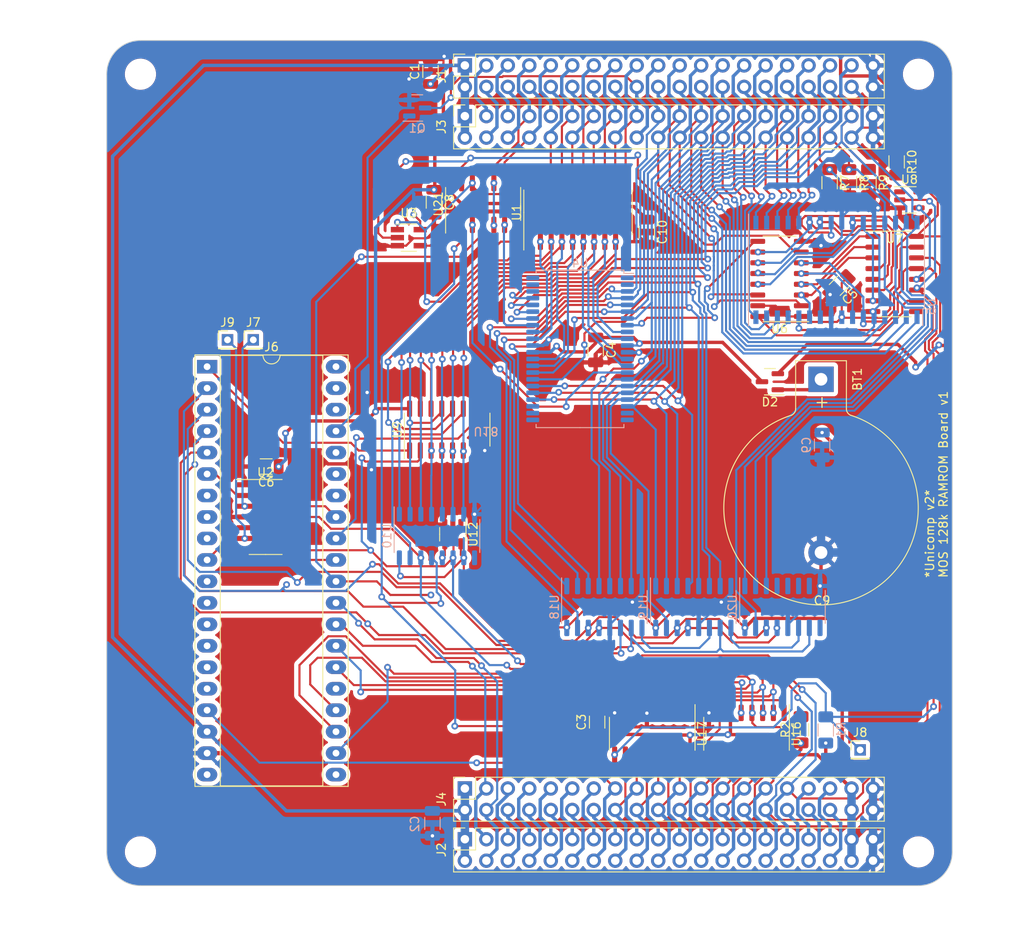
<source format=kicad_pcb>
(kicad_pcb (version 20221018) (generator pcbnew)
  (layers (0 "F.Cu" signal) (31 "B.Cu" signal) (34 "B.Paste" user) (35 "F.Paste" user) (36 "B.SilkS" user "B.Silkscreen") (37 "F.SilkS" user "F.Silkscreen") (38 "B.Mask" user) (39 "F.Mask" user) (44 "Edge.Cuts" user))
  (net 0 "")
  (net 1 "/~{RST}")
  (net 2 "GND")
  (net 3 "/D7")
  (net 4 "/D6")
  (net 5 "/D5")
  (net 6 "/D4")
  (net 7 "/D3")
  (net 8 "/D2")
  (net 9 "/D1")
  (net 10 "/D0")
  (net 11 "+5V")
  (net 12 "/A15")
  (net 13 "/A14")
  (net 14 "/A13")
  (net 15 "/A12")
  (net 16 "/A11")
  (net 17 "/A10")
  (net 18 "/A9")
  (net 19 "/A8")
  (net 20 "/A7")
  (net 21 "/A6")
  (net 22 "/A5")
  (net 23 "/A4")
  (net 24 "/A3")
  (net 25 "/A2")
  (net 26 "/A1")
  (net 27 "/A0")
  (net 28 "/TDI")
  (net 29 "/TMS")
  (net 30 "/TCK")
  (net 31 "+3V3")
  (net 32 "/TDO")
  (net 33 "/CLKF")
  (net 34 "/CLKS")
  (net 35 "/MOSI")
  (net 36 "/SCK")
  (net 37 "/~{IOWR}")
  (net 38 "/~{MWR}")
  (net 39 "/~{MRD}")
  (net 40 "/R{slash}~{W}_e")
  (net 41 "/~{IORD}")
  (net 42 "/PHI2_e")
  (net 43 "/PHI1_e")
  (net 44 "/~{PH0}")
  (net 45 "/PH0")
  (net 46 "/RX1")
  (net 47 "/RES1")
  (net 48 "/TX1")
  (net 49 "/RES0")
  (net 50 "/TX3")
  (net 51 "/RX3")
  (net 52 "/TX2")
  (net 53 "/RX2")
  (net 54 "/Bus/TDRTN")
  (net 55 "Net-(U7-RCLK)")
  (net 56 "Net-(U5-I{slash}O0)")
  (net 57 "Net-(U5-I{slash}O1)")
  (net 58 "Net-(U5-I{slash}O2)")
  (net 59 "Net-(U5-I{slash}O3)")
  (net 60 "Net-(U5-I{slash}O4)")
  (net 61 "Net-(U5-I{slash}O5)")
  (net 62 "Net-(U5-I{slash}O6)")
  (net 63 "Net-(U5-I{slash}O7)")
  (net 64 "/A16")
  (net 65 "/A17")
  (net 66 "/A18")
  (net 67 "/A19")
  (net 69 "/~{CSRAM}")
  (net 70 "/CD7")
  (net 71 "/CD6")
  (net 72 "/CD5")
  (net 73 "/CD4")
  (net 74 "/CD3")
  (net 75 "/CD2")
  (net 76 "/CD1")
  (net 77 "/CD0")
  (net 79 "Net-(BT1-+)")
  (net 80 "Net-(C4-Pad1)")
  (net 82 "/~{RAMWE14}")
  (net 83 "/~{RAMWE13}")
  (net 84 "/~{RAMWE12}")
  (net 85 "/~{RAMWE11}")
  (net 86 "/~{RAMWE10}")
  (net 87 "/~{RAMWE9}")
  (net 88 "/~{RAMWE8}")
  (net 89 "/~{RAMWE7}")
  (net 90 "/~{RAMWE6}")
  (net 91 "/~{RAMWE5}")
  (net 92 "/~{RAMWE4}")
  (net 93 "/~{RAMWE3}")
  (net 94 "/~{RAMWE2}")
  (net 95 "/~{RAMWE1}")
  (net 96 "/~{RAMWE0}")
  (net 97 "/~{RAMWE15}")
  (net 98 "/OFF{slash}ON")
  (net 99 "/SEL0")
  (net 100 "/SEL1")
  (net 101 "/SEL2")
  (net 102 "/SEL4")
  (net 103 "Net-(U18-~{RCO})")
  (net 104 "/~{MRC}")
  (net 105 "/CNT")
  (net 106 "/CPR")
  (net 107 "/~{CNTOE}")
  (net 108 "Net-(U19-~{RCO})")
  (net 114 "/~{PLD}")
  (net 115 "/uA12")
  (net 116 "/uA10")
  (net 117 "/uA11")
  (net 118 "/~{uMWR}")
  (net 119 "/~{uMRD}")
  (net 120 "/B3")
  (net 121 "/B4")
  (net 122 "/B5")
  (net 123 "/B6")
  (net 124 "/B7")
  (net 125 "/B8")
  (net 126 "/~{BUSFREE}")
  (net 128 "/VB")
  (net 129 "/~{STMRST}")
  (net 130 "/~{DATOE}")
  (net 131 "/uSCK")
  (net 132 "/UMISO")
  (net 133 "/uMOSI")
  (net 134 "/B0")
  (net 135 "/B1")
  (net 136 "/B2")
  (net 137 "/TRST")
  (net 144 "Net-(U10-RCLK)")
  (net 145 "Net-(U21-Pad1)")
  (net 146 "Net-(J7-Pin_1)")
  (net 147 "Net-(J9-Pin_1)")
  (net 149 "Net-(U4-~{WE})")
  (net 158 "Net-(U4-~{OE})")
  (net 159 "/WP")
  (footprint "Package_TO_SOT_SMD:SOT-23" (layer "F.Cu") (at 175.768 85.725 180)
    (fp_text reference "D2")
    (fp_text value "BAT54C")
  )
  (footprint "Connector_PinSocket_2.54mm:PinSocket_2x20_P2.54mm_Vertical" (layer "F.Cu") (at 139.7 48.303005 90)
    (fp_text reference "J1")
    (fp_text value "BUS")
  )
  (footprint "Capacitor_SMD:C_1206_3216Metric" (layer "F.Cu") (at 116.205 95.758 180)
    (fp_text reference "C6")
    (fp_text value "100n")
  )
  (footprint "Package_DIP:DIP-40_W15.24mm_Socket_LongPads" (layer "F.Cu") (at 109.22 83.947)
    (fp_text reference "J6")
    (fp_text value "STM32F411")
  )
  (footprint "Battery:BatteryHolder_Keystone_103_1x20mm" (layer "F.Cu") (at 181.813201 85.438399 -90)
    (fp_text reference "BT1")
    (fp_text value "Battery_Cell")
  )
  (footprint "Connector_PinHeader_2.00mm:PinHeader_1x01_P2.00mm_Vertical" (layer "F.Cu") (at 114.681 80.772)
    (fp_text reference "J7")
    (fp_text value ".")
  )
  (footprint "Capacitor_SMD:C_1206_3216Metric" (layer "F.Cu") (at 161.2138 68.0194 -90)
    (fp_text reference "C10")
    (fp_text value "100n")
  )
  (footprint "Connector_PinSocket_2.54mm:PinSocket_2x20_P2.54mm_Vertical" (layer "F.Cu") (at 139.7 133.849005 90)
    (fp_text reference "J4")
    (fp_text value "BUS")
  )
  (footprint "Resistor_SMD:R_1206_3216Metric_Pad1.30x1.75mm_HandSolder" (layer "F.Cu") (at 179.451 126.899 90)
    (fp_text reference "R2")
    (fp_text value "10k")
  )
  (footprint "Package_SO:SO-16_3.9x9.9mm_P1.27mm" (layer "F.Cu") (at 176.907841 73.560471 180)
    (fp_text reference "U6")
    (fp_text value "74LVC253")
  )
  (footprint "Package_TO_SOT_SMD:SOT-23-5_HandSoldering" (layer "F.Cu") (at 133.0706 68.6816)
    (fp_text reference "U3")
    (fp_text value "74LVC1G32")
  )
  (footprint "Package_SO:SOIC-16_3.9x9.9mm_P1.27mm" (layer "F.Cu") (at 173.005 127.3754 -90)
    (fp_text reference "U16")
    (fp_text value "74LVC138")
  )
  (footprint "Package_TO_SOT_SMD:SOT-23-5" (layer "F.Cu") (at 192.263241 64.2112)
    (fp_text reference "U8")
    (fp_text value "74AHC1G14")
  )
  (footprint "Package_SO:SOIC-14_3.9x8.7mm_P1.27mm" (layer "F.Cu") (at 141.859 64.6938 90)
    (fp_text reference "U21")
    (fp_text value "74LVC08AD")
  )
  (footprint "Capacitor_SMD:C_1206_3216Metric" (layer "F.Cu") (at 155.1686 81.9676 -90)
    (fp_text reference "C4")
    (fp_text value "100n")
  )
  (footprint "Package_TO_SOT_SMD:SOT-23-5" (layer "F.Cu") (at 138.2776 103.7693 -90)
    (fp_text reference "U12")
    (fp_text value "74AHC1G14")
  )
  (footprint "Package_SO:SOIC-16_3.9x9.9mm_P1.27mm" (layer "F.Cu") (at 161.8544 127.3754 -90)
    (fp_text reference "U17")
    (fp_text value "74LVC138")
  )
  (footprint "Capacitor_SMD:C_1206_3216Metric" (layer "F.Cu") (at 183.930458 74.372783 -135)
    (fp_text reference "C5")
    (fp_text value "100n")
  )
  (footprint "Resistor_SMD:R_1206_3216Metric_Pad1.30x1.75mm_HandSolder" (layer "F.Cu") (at 185.1152 62.1786 -90)
    (fp_text reference "R8")
    (fp_text value "10k")
  )
  (footprint "Connector_PinSocket_2.54mm:PinSocket_2x20_P2.54mm_Vertical" (layer "F.Cu") (at 139.7 139.849005 90)
    (fp_text reference "J2")
    (fp_text value "BUS")
  )
  (footprint "Connector_PinHeader_2.00mm:PinHeader_1x01_P2.00mm_Vertical" (layer "F.Cu") (at 111.633 80.772)
    (fp_text reference "J9")
    (fp_text value ".")
  )
  (footprint "Resistor_SMD:R_1206_3216Metric_Pad1.30x1.75mm_HandSolder" (layer "F.Cu") (at 190.754 59.7148 -90)
    (fp_text reference "R10")
    (fp_text value "10k")
  )
  (footprint "MountingHole:MountingHole_3.2mm_M3" (layer "F.Cu") (at 193.34 49.346005)
    (fp_text reference "H3" hide)
    (fp_text value "MountingHole" hide)
  )
  (footprint "Resistor_SMD:R_1206_3216Metric_Pad1.30x1.75mm_HandSolder" (layer "F.Cu") (at 182.8292 62.1798 -90)
    (fp_text reference "R7")
    (fp_text value "10k")
  )
  (footprint "Package_SO:SOIC-14_3.9x8.7mm_P1.27mm" (layer "F.Cu") (at 116.14 101.727)
    (fp_text reference "U2")
    (fp_text value "74LVC125")
  )
  (footprint "Connector_PinSocket_2.54mm:PinSocket_2x20_P2.54mm_Vertical" (layer "F.Cu") (at 139.7 54.303005 90)
    (fp_text reference "J3")
    (fp_text value "BUS" hide)
  )
  (footprint "Resistor_SMD:R_1206_3216Metric_Pad1.30x1.75mm_HandSolder" (layer "F.Cu") (at 187.4266 62.1532 -90)
    (fp_text reference "R9")
    (fp_text value "10k")
  )
  (footprint "Package_SO:SO-20_5.3x12.6mm_P1.27mm" (layer "F.Cu") (at 153.077 65.6925 90)
    (fp_text reference "U1")
    (fp_text value "SN74LVC245ANSR")
  )
  (footprint "MountingHole:MountingHole_3.2mm_M3" (layer "F.Cu") (at 101.34 49.346005)
    (fp_text reference "H1" hide)
    (fp_text value "MountingHole" hide)
  )
  (footprint "Package_SO:SO-16_3.9x9.9mm_P1.27mm" (layer "F.Cu") (at 190.522241 72.976271)
    (fp_text reference "U7")
    (fp_text value "74LVC595")
  )
  (footprint "Capacitor_SMD:C_1206_3216Metric" (layer "F.Cu") (at 135.636 49.022 90)
    (fp_text reference "C1")
    (fp_text value "100n")
  )
  (footprint "Connector_PinHeader_2.00mm:PinHeader_1x01_P2.00mm_Vertical" (layer "F.Cu") (at 186.436 129.286)
    (fp_text reference "J8")
    (fp_text value ".")
  )
  (footprint "Package_SO:SOIC-16_3.9x9.9mm_P1.27mm" (layer "F.Cu") (at 137.6045 91.392362 90)
    (fp_text reference "U9")
    (fp_text value "74HC165")
  )
  (footprint "MountingHole:MountingHole_3.2mm_M3" (layer "F.Cu") (at 101.34 141.346005)
    (fp_text reference "H2" hide)
    (fp_text value "MountingHole" hide)
  )
  (footprint "Capacitor_SMD:C_1206_3216Metric" (layer "F.Cu") (at 155.339481 125.995811 90)
    (fp_text reference "C3")
    (fp_text value "100n")
  )
  (footprint "Capacitor_SMD:C_1206_3216Metric" (layer "F.Cu") (at 136.0424 64.4906 -90)
    (fp_text reference "C8")
    (fp_text value "100n")
  )
  (footprint "MountingHole:MountingHole_3.2mm_M3" (layer "F.Cu") (at 193.34 141.346005)
    (fp_text reference "H4" hide)
    (fp_text value "MountingHole" hide)
  )
  (footprint "Capacitor_SMD:C_1206_3216Metric" (layer "B.Cu") (at 135.8646 137.9746 -90)
    (fp_text reference "C2")
    (fp_text value "100n")
  )
  (footprint "Package_SO:TSOP-II-32_21.0x10.2mm_P1.27mm" (layer "B.Cu") (at 183.638841 72.493671 90)
    (fp_text reference "U5")
    (fp_text value "IS63LV1024L-10TL" hide)
  )
  (footprint "Capacitor_SMD:C_1206_3216Metric" (layer "B.Cu") (at 181.9402 93.2162 -90)
    (fp_text reference "C9")
    (fp_text value "100n")
  )
  (footprint "Package_SO:TSOP-II-44_10.16x18.41mm_P0.8mm" (layer "B.Cu") (at 153.3144 81.8388 180)
    (fp_text reference "U4")
    (fp_text value "IS61C5128AL-10TLI" hide)
  )
  (footprint "Package_SO:SO-16_3.9x9.9mm_P1.27mm" (layer "B.Cu") (at 136.398 103.978 -90)
    (fp_text reference "U10")
    (fp_text value "74LVC595")
  )
  (footprint "Package_SO:SOIC-16_3.9x9.9mm_P1.27mm" (layer "B.Cu") (at 156.196925 112.376475 -90)
    (fp_text reference "U18")
    (fp_text value "74HC590")
  )
  (footprint "Package_TO_SOT_SMD:SOT-23" (layer "B.Cu") (at 134.0635 53.34)
    (fp_text reference "Q1")
    (fp_text value "PMV450ENEAR")
  )
  (footprint "Package_SO:SOIC-16_3.9x9.9mm_P1.27mm" (layer "B.Cu") (at 166.712525 112.376475 -90)
    (fp_text reference "U19")
    (fp_text value "74HC590")
  )
  (footprint "Package_SO:SOIC-16_3.9x9.9mm_P1.27mm" (layer "B.Cu") (at 177.253525 112.365275 -90)
    (fp_text reference "U20")
    (fp_text value "74HC590")
  )
  (footprint "Resistor_SMD:R_1206_3216Metric_Pad1.30x1.75mm_HandSolder" (layer "B.Cu") (at 182.372 126.9238 90)
    (fp_text reference "R1")
    (fp_text value "10k")
  )
  (gr_line (start 97.34 49.346005) (end 97.34 141.346005) (stroke (width 0.1)) (layer "Edge.Cuts"))
  (gr_arc (start 97.34 49.346005) (mid 98.511573 46.517578) (end 101.34 45.346005) (stroke (width 0.1)) (layer "Edge.Cuts"))
  (gr_arc (start 193.34 45.346005) (mid 196.168427 46.517578) (end 197.34 49.346005) (stroke (width 0.1)) (layer "Edge.Cuts"))
  (gr_arc (start 197.34 141.346005) (mid 196.168427 144.174432) (end 193.34 145.346005) (stroke (width 0.1)) (layer "Edge.Cuts"))
  (gr_line (start 197.34 141.351) (end 197.34 49.346005) (stroke (width 0.1)) (layer "Edge.Cuts"))
  (gr_line (start 193.34 45.346005) (end 101.34 45.346005) (stroke (width 0.1)) (layer "Edge.Cuts"))
  (gr_arc (start 101.34 145.346005) (mid 98.511573 144.174432) (end 97.34 141.346005) (stroke (width 0.1)) (layer "Edge.Cuts"))
  (gr_line (start 193.34 145.346005) (end 101.34 145.346005) (stroke (width 0.1)) (layer "Edge.Cuts"))
  (gr_text "U18" (at 142.1947 91.595562 180) (layer "B.SilkS") (effects (font (size 1 1)) (justify mirror)))
  (gr_text "*Unicomp v2*\nMOS 128k RAMROM Board v1" (at 195.4784 109.0168 90) (layer "F.SilkS") (effects (font (size 1 1)) (justify left)))
  (gr_text "C9" (at 181.931325 111.614475) (layer "F.SilkS") (effects (font (size 1 1))))
  (segment (start 138.049 50.832304) (end 138.049 52.1208) (width 0.25) (layer "F.Cu") (net 1))
  (segment (start 139.213299 49.668005) (end 138.049 50.832304) (width 0.25) (layer "F.Cu") (net 1))
  (segment (start 144.2212 49.5808) (end 144.133995 49.668005) (width 0.25) (layer "F.Cu") (net 1))
  (segment (start 158.757795 49.5808) (end 160.02 50.843005) (width 0.25) (layer "F.Cu") (net 1))
  (segment (start 144.2212 49.5808) (end 158.757795 49.5808) (width 0.25) (layer "F.Cu") (net 1))
  (segment (start 144.133995 49.668005) (end 139.213299 49.668005) (width 0.25) (layer "F.Cu") (net 1))
  (via (at 138.049 52.1208) (size 0.8) (drill 0.4) (layers "F.Cu" "B.Cu") (net 1))
  (segment (start 161.273253 53.298339) (end 161.273253 55.505419) (width 0.4) (layer "B.Cu") (net 1))
  (segment (start 161.273253 55.505419) (end 160.02 56.758672) (width 0.4) (layer "B.Cu") (net 1))
  (segment (start 160.02 50.843005) (end 160.02 52.045086) (width 0.4) (layer "B.Cu") (net 1))
  (segment (start 136.8298 53.34) (end 138.049 52.1208) (width 0.25) (layer "B.Cu") (net 1))
  (segment (start 135.001 53.34) (end 136.8298 53.34) (width 0.25) (layer "B.Cu") (net 1))
  (segment (start 160.02 52.045086) (end 161.273253 53.298339) (width 0.4) (layer "B.Cu") (net 1))
  (segment (start 134.4295 88.917362) (end 134.4295 87.769467) (width 0.4) (layer "F.Cu") (net 2))
  (segment (start 123.514 95.447) (end 126.435 95.447) (width 0.4) (layer "F.Cu") (net 2))
  (segment (start 156.3406 82.2706) (end 155.1686 83.4426) (width 0.4) (layer "F.Cu") (net 2))
  (segment (start 176.441041 76.735471) (end 174.332841 76.735471) (width 0.25) (layer "F.Cu") (net 2))
  (segment (start 157.5132 65.7938) (end 161.2138 69.4944) (width 0.4) (layer "F.Cu") (net 2))
  (segment (start 137.3276 101.651462) (end 137.3276 102.6318) (width 0.25) (layer "F.Cu") (net 2))
  (segment (start 142.0495 95.3135) (end 141.224 96.139) (width 0.4) (layer "F.Cu") (net 2))
  (segment (start 114.73 96.852) (end 113.665 97.917) (width 0.4) (layer "F.Cu") (net 2))
  (segment (start 170.022249 111.799999) (end 159.506651 111.799999) (width 0.25) (layer "F.Cu") (net 2))
  (segment (start 136.934537 47.547) (end 137.250337 47.2312) (width 0.4) (layer "F.Cu") (net 2))
  (segment (start 181.810041 69.623471) (end 181.381033 69.194463) (width 0.25) (layer "F.Cu") (net 2))
  (segment (start 189.9784 61.2648) (end 188.81 60.0964) (width 0.25) (layer "F.Cu") (net 2))
  (segment (start 134.336 48.847) (end 134.336 49.911) (width 0.4) (layer "F.Cu") (net 2))
  (segment (start 140.843 101.402978) (end 140.712984 101.272962) (width 0.25) (layer "F.Cu") (net 2))
  (segment (start 113.665 105.537) (end 115.189 105.537) (width 0.25) (layer "F.Cu") (net 2))
  (segment (start 135.1788 68.7578) (end 136.0424 67.8942) (width 0.25) (layer "F.Cu") (net 2))
  (segment (start 169.457662 81.9996) (end 181.813201 94.355139) (width 0.4) (layer "F.Cu") (net 2))
  (segment (start 135.636 47.547) (end 136.934537 47.547) (width 0.4) (layer "F.Cu") (net 2))
  (segment (start 188.81 60.0964) (end 188.81 62.3198) (width 0.4) (layer "F.Cu") (net 2))
  (segment (start 179.482841 78.005471) (end 180.29777 78.005471) (width 0.25) (layer "F.Cu") (net 2))
  (segment (start 159.506651 111.799999) (end 159.50665 111.8) (width 0.25) (layer "F.Cu") (net 2))
  (segment (start 134.336 64.2592) (end 136.0424 65.9656) (width 0.4) (layer "F.Cu") (net 2))
  (segment (start 145.669 67.1688) (end 145.669 65.9208) (width 0.4) (layer "F.Cu") (net 2))
  (segment (start 181.698525 109.890275) (end 181.813201 109.775599) (width 0.4) (layer "F.Cu") (net 2))
  (segment (start 181.813201 109.775599) (end 181.813201 105.928399) (width 0.4) (layer "F.Cu") (net 2))
  (segment (start 188.541041 64.817641) (end 187.4266 63.7032) (width 0.4) (layer "F.Cu") (net 2))
  (segment (start 190.754 61.2648) (end 189.9784 61.2648) (width 0.25) (layer "F.Cu") (net 2))
  (segment (start 128.172467 87.024467) (end 128.143 86.995) (width 0.4) (layer "F.Cu") (net 2))
  (segment (start 137.7061 101.272962) (end 137.3276 101.651462) (width 0.25) (layer "F.Cu") (net 2))
  (segment (start 133.096 49.911) (end 134.336 49.911) (width 0.25) (layer "F.Cu") (net 2))
  (segment (start 180.29777 78.005471) (end 182.887475 75.415766) (width 0.25) (layer "F.Cu") (net 2))
  (segment (start 160.274 82.2706) (end 156.3406 82.2706) (width 0.4) (layer "F.Cu") (net 2))
  (segment (start 145.542 65.7938) (end 157.5132 65.7938) (width 0.4) (layer "F.Cu") (net 2))
  (segment (start 132.7506 69.6316) (end 133.6244 68.7578) (width 0.25) (layer "F.Cu") (net 2))
  (segment (start 154.22862 85.2932) (end 155.1686 84.35322) (width 0.4) (layer "F.Cu") (net 2))
  (segment (start 191.125741 65.1612) (end 188.541041 65.1612) (width 0.25) (layer "F.Cu") (net 2))
  (segment (start 157.0142 124.5052) (end 157.4094 124.9004) (width 0.4) (layer "F.Cu") (net 2))
  (segment (start 188.541041 65.1612) (end 188.541041 64.817641) (width 0.4) (layer "F.Cu") (net 2))
  (segment (start 136.3998 65.6082) (end 145.3564 65.6082) (width 0.4) (layer "F.Cu") (net 2))
  (segment (start 114.73 95.758) (end 114.73 96.852) (width 0.4) (layer "F.Cu") (net 2))
  (segment (start 131.7206 69.6316) (end 132.7506 69.6316) (width 0.25) (layer "F.Cu") (net 2))
  (segment (start 158.792 69.155) (end 160.8744 69.155) (width 0.4) (layer "F.Cu") (net 2))
  (segment (start 155.352 124.5052) (end 139.220069 124.5052) (width 0.4) (layer "F.Cu") (net 2))
  (segment (start 118.615 102.997) (end 116.586 102.997) (width 0.25) (layer "F.Cu") (net 2))
  (segment (start 116.3955 102.8065) (end 116.3955 102.743) (width 0.25) (layer "F.Cu") (net 2))
  (segment (start 135.8646 127.860669) (end 135.8646 139.4496) (width 0.4) (layer "F.Cu") (net 2))
  (segment (start 187.96 56.843005) (end 188.81 57.693005) (width 0.4) (layer "F.Cu") (net 2))
  (segment (start 160.274 82.2706) (end 160.545 81.9996) (width 0.4) (layer "F.Cu") (net 2))
  (segment (start 135.636 47.547) (end 134.336 48.847) (width 0.4) (layer "F.Cu") (net 2))
  (segment (start 134.336 49.911) (end 134.336 64.2592) (width 0.4) (layer "F.Cu") (net 2))
  (segment (start 116.03 94.458) (end 122.525 94.458) (width 0.4) (layer "F.Cu") (net 2))
  (segment (start 127.127 96.139) (end 128.651 96.139) (width 0.4) (layer "F.Cu") (net 2))
  (segment (start 145.3564 65.6082) (end 145.542 65.7938) (width 0.4) (layer "F.Cu") (net 2))
  (segment (start 145.669 65.9208) (end 145.542 65.7938) (width 0.4) (layer "F.Cu") (net 2))
  (segment (start 177.711041 78.005471) (end 176.441041 76.735471) (width 0.25) (layer "F.Cu") (net 2))
  (segment (start 141.224 96.139) (end 128.651 96.139) (width 0.4) (layer "F.Cu") (net 2))
  (segment (start 139.220069 124.5052) (end 135.8646 127.860669) (width 0.4) (layer "F.Cu") (net 2))
  (segment (start 181.813201 94.355139) (end 181.813201 105.928399) (width 0.4) (layer "F.Cu") (net 2))
  (segment (start 114.73 95.758) (end 116.03 94.458) (width 0.4) (layer "F.Cu") (net 2))
  (segment (start 155.352 124.5052) (end 157.0142 124.5052) (width 0.4) (layer "F.Cu") (net 2))
  (segment (start 134.4295 87.769467) (end 133.6845 87.024467) (width 0.4) (layer "F.Cu") (net 2))
  (segment (start 160.545 81.9996) (end 169.457662 81.9996) (width 0.4) (layer "F.Cu") (net 2))
  (segment (start 181.381033 69.194463) (end 179.561833 69.194463) (width 0.25) (layer "F.Cu") (net 2))
  (segment (start 133.6845 87.024467) (end 128.172467 87.024467) (width 0.4) (layer "F.Cu") (net 2))
  (segment (start 155.1686 84.35322) (end 155.1686 83.4426) (width 0.4) (layer "F.Cu") (net 2))
  (segment (start 116.586 102.997) (end 116.3955 102.8065) (width 0.25) (layer "F.Cu") (net 2))
  (segment (start 149.6314 82.9564) (end 151.9682 85.2932) (width 0.4) (layer "F.Cu") (net 2))
  (segment (start 181.269125 110.319675) (end 181.698525 109.890275) (width 0.25) (layer "F.Cu") (net 2))
  (segment (start 116.84 99.187) (end 118.615 99.187) (width 0.4) (layer "F.Cu") (net 2))
  (segment (start 116.3955 102.743) (end 116.3955 101.727) (width 0.25) (layer "F.Cu") (net 2))
  (segment (start 136.0424 67.8942) (end 136.0424 65.9656) (width 0.25) (layer "F.Cu") (net 2))
  (segment (start 169.989125 111.766875) (end 170.022249 111.799999) (width 0.25) (layer "F.Cu") (net 2))
  (segment (start 116.3955 104.3305) (end 116.3955 102.743) (width 0.25) (layer "F.Cu") (net 2))
  (segment (start 140.712984 101.272962) (end 137.7061 101.272962) (width 0.25) (layer "F.Cu") (net 2))
  (segment (start 133.6244 68.7578) (end 135.1788 68.7578) (width 0.25) (layer "F.Cu") (net 2))
  (segment (start 122.525 94.458) (end 123.514 95.447) (width 0.4) (layer "F.Cu") (net 2))
  (segment (start 169.989125 110.319675) (end 169.989125 111.766875) (width 0.25) (layer "F.Cu") (net 2))
  (segment (start 188.81 62.3198) (end 187.4266 63.7032) (width 0.4) (layer "F.Cu") (net 2))
  (segment (start 142.0495 92.0115) (end 142.0495 93.867362) (width 0.4) (layer "F.Cu") (net 2))
  (segment (start 188.81 57.693005) (end 188.81 60.0964) (width 0.4) (layer "F.Cu") (net 2))
  (segment (start 126.435 95.447) (end 127.127 96.139) (width 0.4) (layer "F.Cu") (net 2))
  (segment (start 169.989125 110.319675) (end 181.269125 110.319675) (width 0.25) (layer "F.Cu") (net 2))
  (segment (start 116.3955 98.7425) (end 116.84 99.187) (width 0.4) (layer "F.Cu") (net 2))
  (segment (start 115.57 97.917) (end 116.3955 98.7425) (width 0.4) (layer "F.Cu") (net 2))
  (segment (start 113.665 97.917) (end 115.57 97.917) (width 0.4) (layer "F.Cu") (net 2))
  (segment (start 149.6314 80.7466) (end 149.6314 82.9564) (width 0.4) (layer "F.Cu") (net 2))
  (segment (start 151.9682 85.2932) (end 154.22862 85.2932) (width 0.4) (layer "F.Cu") (net 2))
  (segment (start 116.3955 101.727) (end 116.3955 98.7425) (width 0.25) (layer "F.Cu") (net 2))
  (segment (start 113.665 101.727) (end 116.3955 101.727) (width 0.25) (layer "F.Cu") (net 2))
  (segment (start 179.482841 78.005471) (end 177.711041 78.005471) (width 0.25) (layer "F.Cu") (net 2))
  (segment (start 115.189 105.537) (end 116.3955 104.3305) (width 0.25) (layer "F.Cu") (net 2))
  (segment (start 142.0495 93.867362) (end 142.0495 95.3135) (width 0.4) (layer "F.Cu") (net 2))
  (via (at 188.541041 65.1612) (size 0.8) (drill 0.4) (layers "F.Cu" "B.Cu") (net 2))
  (via (at 135.8646 139.4496) (size 0.8) (drill 0.4) (layers "F.Cu" "B.Cu") (net 2))
  (via (at 181.810041 69.623471) (size 0.8) (drill 0.4) (layers "F.Cu" "B.Cu") (net 2))
  (via (at 149.6314 80.7466) (size 0.8) (drill 0.4) (layers "F.Cu" "B.Cu") (net 2))
  (via (at 182.887475 75.415766) (size 0.8) (drill 0.4) (layers "F.Cu" "B.Cu") (net 2))
  (via (at 168.56 124.9004) (size 0.8) (drill 0.4) (layers "F.Cu" "B.Cu") (net 2))
  (via (at 128.143 86.995) (size 0.8) (drill 0.4) (layers "F.Cu" "B.Cu") (net 2))
  (via (at 140.843 101.402978) (size 0.8) (drill 0.4) (layers "F.Cu" "B.Cu") (net 2))
  (via (at 137.250337 47.2312) (size 0.8) (drill 0.4) (layers "F.Cu" "B.Cu") (net 2))
  (via (at 170.022249 111.799999) (size 0.8) (drill 0.4) (layers "F.Cu" "B.Cu") (net 2))
  (via (at 161.2194 124.937) (size 0.8) (drill 0.4) (layers "F.Cu" "B.Cu") (net 2))
  (via (at 157.4094 124.9004) (size 0.8) (drill 0.4) (layers "F.Cu" "B.Cu") (net 2))
  (via (at 142.0495 93.867362) (size 0.8) (drill 0.4) (layers "F.Cu" "B.Cu") (net 2))
  (via (at 159.50665 111.8) (size 0.8) (drill 0.4) (layers "F.Cu" "B.Cu") (net 2))
  (via (at 181.698525 109.890275) (size 0.8) (drill 0.4) (layers "F.Cu" "B.Cu") (net 2))
  (via (at 187.947241 77.421293) (size 0.8) (drill 0.4) (layers "F.Cu" "B.Cu") (net 2))
  (via (at 133.096 49.911) (size 0.8) (drill 0.4) (layers "F.Cu" "B.Cu") (net 2))
  (via (at 128.651 96.139) (size 0.8) (drill 0.4) (layers "F.Cu" "B.Cu") (net 2))
  (via (at 160.274 82.2706) (size 0.8) (drill 0.4) (layers "F.Cu" "B.Cu") (net 2))
  (segment (start 156.831925 114.474724) (end 159.50665 111.8) (width 0.25) (layer "B.Cu") (net 2))
  (segment (start 188.083841 66.393671) (end 188.083841 65.884441) (width 0.25) (layer "B.Cu") (net 2))
  (segment (start 187.96 48.26) (end 187.96 50.8) (width 1) (layer "B.Cu") (net 2))
  (segment (start 183.258929 69.623471) (end 181.810041 69.623471) (width 0.25) (layer "B.Cu") (net 2))
  (segment (start 142.0495 100.196478) (end 140.843 101.402978) (width 0.25) (layer "B.Cu") (net 2))
  (segment (start 135.857 139.4572) (end 135.857 142.389005) (width 0.25) (layer "B.Cu") (net 2))
  (segment (start 148.9392 81.4388) (end 149.6314 80.7466) (width 0.4) (layer "B.Cu") (net 2))
  (segment (start 167.347525 114.474724) (end 169.933349 111.888899) (width 0.25) (layer "B.Cu") (net 2))
  (segment (start 135.7412 139.573) (end 135.8646 139.4496) (width 0.4) (layer "B.Cu") (net 2))
  (segment (start 184.263841 68.618559) (end 183.258929 69.623471) (width 0.25) (layer "B.Cu") (net 2))
  (segment (start 196.84 113.284) (end 196.84 131.7498) (width 1) (layer "B.Cu") (net 2))
  (segment (start 187.132441 80.137) (end 183.805041 80.137) (width 0.25) (layer "B.Cu") (net 2))
  (segment (start 184.263841 66.893671) (end 184.263841 68.618559) (width 0.25) (layer "B.Cu") (net 2))
  (segment (start 188.083841 65.6184) (end 188.541041 65.1612) (width 0.25) (layer "B.Cu") (net 2))
  (segment (start 180.58305 111.769) (end 181.698525 110.653524) (width 0.25) (layer "B.Cu") (net 2))
  (segment (start 151.384 143.939005) (end 138.43 143.939005) (width 1) (layer "B.Cu") (net 2))
  (segment (start 188.740795 139.849005) (end 187.96 139.849005) (width 1) (layer "B.Cu") (net 2))
  (segment (start 183.805041 80.137) (end 183.013841 79.3458) (width 0.25) (layer "B.Cu") (net 2))
  (segment (start 168.56 124.9004) (end 168.5234 124.937) (width 0.4) (layer "B.Cu") (net 2))
  (segment (start 171.157525 110.664724) (end 171.157525 109.901475) (width 0.25) (layer "B.Cu") (net 2))
  (segment (start 156.831925 114.851475) (end 156.831925 114.474724) (width 0.25) (layer "B.Cu") (net 2))
  (segment (start 187.96 142.389005) (end 186.41 143.939005) (width 1) (layer "B.Cu") (net 2))
  (segment (start 133.126 49.941) (end 133.096 49.911) (width 0.25) (layer "B.Cu") (net 2))
  (segment (start 157.446 124.937) (end 157.4094 124.9004) (width 0.4) (layer "B.Cu") (net 2))
  (segment (start 147.7269 81.4388) (end 148.9392 81.4388) (width 0.4) (layer "B.Cu") (net 2))
  (segment (start 181.813201 105.928399) (end 181.813201 94.818199) (width 1) (layer "B.Cu") (net 2))
  (segment (start 186.41 143.939005) (end 151.384 143.939005) (width 1) (layer "B.Cu") (net 2))
  (segment (start 128.778 90.179305) (end 128.778 96.012) (width 0.4) (layer "B.Cu") (net 2))
  (segment (start 170.022249 111.799999) (end 171.157525 110.664724) (width 0.25) (layer "B.Cu") (net 2))
  (segment (start 188.083841 78.093671) (end 188.083841 79.1856) (width 0.25) (layer "B.Cu") (net 2))
  (segment (start 181.698525 110.653524) (end 181.698525 109.890275) (width 0.25) (layer "B.Cu") (net 2))
  (segment (start 181.813201 94.818199) (end 181.9402 94.6912) (width 1) (layer "B.Cu") (net 2))
  (segment (start 183.013841 75.542132) (end 182.887475 75.415766) (width 0.25) (layer "B.Cu") (net 2))
  (segment (start 128.143 89.544305) (end 128.778 90.179305) (width 0.4) (layer "B.Cu") (net 2))
  (segment (start 159.50665 111.8) (end 160.641925 110.664724) (width 0.25) (layer "B.Cu") (net 2))
  (segment (start 160.641925 110.664724) (end 160.641925 109.901475) (width 0.25) (layer "B.Cu") (net 2))
  (segment (start 188.083841 68.0836) (end 188.707241 68.707) (width 0.25) (layer "B.Cu") (net 2))
  (segment (start 188.707241 68.707) (end 188.707241 76.661293) (width 0.25) (layer "B.Cu") (net 2))
  (segment (start 161.2194 124.937) (end 157.446 124.937) (width 0.4) (layer "B.Cu") (net 2))
  (segment (start 135.857 142.389005) (end 137.407 143.939005) (width 1) (layer "B.Cu") (net 2))
  (segment (start 183.013841 79.3458) (end 183.013841 78.093671) (width 0.25) (layer "B.Cu") (net 2))
  (segment (start 187.6044 65.405) (end 185.114112 65.405) (width 0.25) (layer "B.Cu") (net 2))
  (segment (start 187.963253 56.849864) (end 187.963253 54.309864) (width 1) (layer "B.Cu") (net 2))
  (segment (start 119.126 139.573) (end 135.7412 139.573) (width 0.4) (layer "B.Cu") (net 2))
  (segment (start 138.6078 46.753005) (end 138.129605 47.2312) (width 0.4) (layer "B.Cu") (net 2))
  (segment (start 185.114112 65.405) (end 184.263841 66.255271) (width 0.25) (layer "B.Cu") (net 2))
  (segment (start 183.013841 78.093671) (end 183.013841 75.542132) (width 0.25) (layer "B.Cu") (net 2))
  (segment (start 169.933349 111.888899) (end 170.022249 111.799999) (width 0.25) (layer "B.Cu") (net 2))
  (segment (start 168.5234 124.937) (end 161.2194 124.937) (width 0.4) (layer "B.Cu") (net 2))
  (segment (start 188.083841 66.893671) (end 188.083841 68.0836) (width 0.25) (layer "B.Cu") (net 2))
  (segment (start 196.84 131.7498) (end 188.740795 139.849005) (width 1) (layer "B.Cu") (net 2))
  (segment (start 188.083841 79.1856) (end 187.132441 80.137) (width 0.25) (layer "B.Cu") (net 2))
  (segment (start 196.84 98.9076) (end 189.819201 105.928399) (width 1) (layer "B.Cu") (net 2))
  (segment (start 177.888525 114.463524) (end 180.58305 111.769) (width 0.25) (layer "B.Cu") (net 2))
  (segment (start 187.96 48.303005) (end 186.41 46.753005) (width 1) (layer "B.Cu") (net 2))
  (segment (start 186.41 46.753005) (end 138.6078 46.753005) (width 1) (layer "B.Cu") (net 2))
  (segment (start 142.0495 93.867362) (end 142.0495 100.196478) (width 0.25) (layer "B.Cu") (net 2))
  (segment (start 189.819201 105.928399) (end 181.813201 105.928399) (width 1) (layer "B.Cu") (net 2))
  (segment (start 138.129605 47.2312) (end 137.250337 47.2312) (width 0.4) (layer "B.Cu") (net 2))
  (segment (start 196.84 59.723005) (end 196.84 98.9076) (width 1) (layer "B.Cu") (net 2))
  (segment (start 196.84 98.9076) (end 196.84 113.284) (width 1) (layer "B.Cu") (net 2))
  (segment (start 177.888525 114.840275) (end 177.888525 114.463524) (width 0.25) (layer "B.Cu") (net 2))
  (segment (start 128.778 96.012) (end 128.651 96.139) (width 0.4) (layer "B.Cu") (net 2))
  (segment (start 137.407 143.939005) (end 138.43 143.939005) (width 1) (layer "B.Cu") (net 2))
  (segment (start 158.9337 82.2706) (end 160.274 82.2706) (width 0.4) (layer "B.Cu") (net 2))
  (segment (start 188.083841 66.893671) (end 188.083841 65.6184) (width 0.25) (layer "B.Cu") (net 2))
  (segment (start 158.9019 82.2388) (end 158.9337 82.2706) (width 0.4) (layer "B.Cu") (net 2))
  (segment (start 188.083841 65.884441) (end 187.6044 65.405) (width 0.25) (layer "B.Cu") (net 2))
  (segment (start 187.96 50.843005) (end 196.84 59.723005) (width 1) (layer "B.Cu") (net 2))
  (segment (start 188.707241 76.661293) (end 187.947241 77.421293) (width 0.25) (layer "B.Cu") (net 2))
  (segment (start 109.22 129.667) (end 119.126 139.573) (width 0.4) (layer "B.Cu") (net 2))
  (segment (start 128.143 86.995) (end 128.143 89.544305) (width 0.4) (layer "B.Cu") (net 2))
  (segment (start 187.96 133.849005) (end 187.96 142.389005) (width 1) (layer "B.Cu") (net 2))
  (segment (start 187.963253 54.309864) (end 187.963253 48.309864) (width 1) (layer "B.Cu") (net 2))
  (segment (start 133.126 52.39) (end 133.126 49.941) (width 0.25) (layer "B.Cu") (net 2))
  (segment (start 167.347525 114.851475) (end 167.347525 114.474724) (width 0.25) (layer "B.Cu") (net 2))
  (segment (start 158.704986 62.142986) (end 158.704986 55.618019) (width 0.25) (layer "F.Cu") (net 3))
  (segment (start 158.704986 55.618019) (end 160.02 54.303005) (width 0.25) (layer "F.Cu") (net 3))
  (segment (start 158.77 51.963) (end 160.02 53.213) (width 0.4) (layer "B.Cu") (net 3))
  (segment (start 158.77 49.553005) (end 158.77 51.963) (width 0.4) (layer "B.Cu") (net 3))
  (segment (start 160.02 53.213) (end 160.02 54.303005) (width 0.4) (layer "B.Cu") (net 3))
  (segment (start 160.02 48.303005) (end 158.77 49.553005) (width 0.4) (layer "B.Cu") (net 3))
  (segment (start 157.48 62.188) (end 157.48 56.843005) (width 0.25) (layer "F.Cu") (net 4))
  (segment (start 157.48 51.689) (end 157.48 50.843005) (width 0.4) (layer "B.Cu") (net 4))
  (segment (start 158.733253 55.388747) (end 158.733253 52.942253) (width 0.4) (layer "B.Cu") (net 4))
  (segment (start 157.483253 56.638747) (end 158.733253 55.388747) (width 0.4) (layer "B.Cu") (net 4))
  (segment (start 158.733253 52.942253) (end 157.48 51.689) (width 0.4) (layer "B.Cu") (net 4))
  (segment (start 156.252 55.531005) (end 157.48 54.303005) (width 0.25) (layer "F.Cu") (net 5))
  (segment (start 156.252 62.23) (end 156.252 55.531005) (width 0.25) (layer "F.Cu") (net 5))
  (segment (start 156.23 49.553005) (end 156.23 51.836) (width 0.4) (layer "B.Cu") (net 5))
  (segment (start 157.48 53.086) (end 157.48 54.303005) (width 0.4) (layer "B.Cu") (net 5))
  (segment (start 157.48 48.303005) (end 156.23 49.553005) (width 0.4) (layer "B.Cu") (net 5))
  (segment (start 156.23 51.836) (end 157.48 53.086) (width 0.4) (layer "B.Cu") (net 5))
  (segment (start 154.94 62.188) (end 154.94 56.843005) (width 0.25) (layer "F.Cu") (net 6))
  (segment (start 154.94 51.816) (end 156.213253 53.089253) (width 0.4) (layer "B.Cu") (net 6))
  (segment (start 156.213253 55.493457) (end 154.943253 56.763457) (width 0.4) (layer "B.Cu") (net 6))
  (segment (start 154.94 50.843005) (end 154.94 51.816) (width 0.4) (layer "B.Cu") (net 6))
  (segment (start 156.213253 53.089253) (end 156.213253 55.493457) (width 0.4) (layer "B.Cu") (net 6))
  (segment (start 153.712 62.23) (end 153.712 55.531005) (width 0.25) (layer "F.Cu") (net 7))
  (segment (start 153.712 55.531005) (end 154.94 54.303005) (width 0.25) (layer "F.Cu") (net 7))
  (segment (start 154.94 53.213) (end 154.94 54.303005) (width 0.4) (layer "B.Cu") (net 7))
  (segment (start 153.69 49.553005) (end 153.69 51.963) (width 0.4) (layer "B.Cu") (net 7))
  (segment (start 154.94 48.303005) (end 153.69 49.553005) (width 0.4) (layer "B.Cu") (net 7))
  (segment (start 153.69 51.963) (end 154.94 53.213) (width 0.4) (layer "B.Cu") (net 7))
  (segment (start 152.4 62.188) (end 152.4 56.843005) (width 0.25) (layer "F.Cu") (net 8))
  (segment (start 153.673253 55.493457) (end 153.673253 52.962253) (width 0.4) (layer "B.Cu") (net 8))
  (segment (start 152.403253 56.763457) (end 153.673253 55.493457) (width 0.4) (layer "B.Cu") (net 8))
  (segment (start 153.673253 52.962253) (end 152.4 51.689) (width 0.4) (layer "B.Cu") (net 8))
  (segment (start 152.4 51.689) (end 152.4 50.843005) (width 0.4) (layer "B.Cu") (net 8))
  (segment (start 151.172 62.23) (end 151.172 55.531005) (width 0.25) (layer "F.Cu") (net 9))
  (segment (start 151.172 55.531005) (end 152.4 54.303005) (width 0.25) (layer "F.Cu") (net 9))
  (segment (start 152.4 52.959) (end 152.4 54.303005) (width 0.4) (layer "B.Cu") (net 9))
  (segment (start 152.403253 48.458869) (end 151.15 49.712122) (width 0.4) (layer "B.Cu") (net 9))
  (segment (start 151.15 49.712122) (end 151.15 51.709) (width 0.4) (layer "B.Cu") (net 9))
  (segment (start 151.15 51.709) (end 152.4 52.959) (width 0.4) (layer "B.Cu") (net 9))
  (segment (start 149.86 62.188) (end 149.86 56.843005) (width 0.25) (layer "F.Cu") (net 10))
  (segment (start 149.863253 56.09729) (end 151.113253 54.84729) (width 0.4) (layer "B.Cu") (net 10))
  (segment (start 151.113253 54.84729) (end 151.113253 52.520781) (width 0.4) (layer "B.Cu") (net 10))
  (segment (start 149.863253 56.723457) (end 149.863253 56.09729) (width 0.4) (layer "B.Cu") (net 10))
  (segment (start 151.113253 52.520781) (end 149.86 51.267528) (width 0.4) (layer "B.Cu") (net 10))
  (via (at 135.636 50.497) (size 0.8) (drill 0.4) (layers "F.Cu" "B.Cu") (net 11))
  (segment (start 135.8646 136.4996) (end 139.589405 136.4996) (width 0.4) (layer "B.Cu") (net 11))
  (segment (start 109.22 127.127) (end 98.044 115.951) (width 0.4) (layer "B.Cu") (net 11))
  (segment (start 135.975195 136.389005) (end 139.7 136.389005) (width 0.25) (layer "B.Cu") (net 11))
  (segment (start 118.5926 136.4996) (end 135.8646 136.4996) (width 0.4) (layer "B.Cu") (net 11))
  (segment (start 139.703253 54.309864) (end 139.703253 48.309864) (width 1) (layer "B.Cu") (net 11))
  (segment (start 139.7 139.7) (end 139.7 133.7) (width 1) (layer "B.Cu") (net 11))
  (segment (start 98.044 59.055) (end 108.795995 48.303005) (width 0.4) (layer "B.Cu") (net 11))
  (segment (start 98.044 115.951) (end 98.044 59.055) (width 0.4) (layer "B.Cu") (net 11))
  (segment (start 139.703253 54.309864) (end 139.703253 56.849864) (width 1) (layer "B.Cu") (net 11))
  (segment (start 139.7 139.7) (end 139.7 142.24) (width 1) (layer "B.Cu") (net 11))
  (segment (start 108.795995 48.303005) (end 139.7 48.303005) (width 0.4) (layer "B.Cu") (net 11))
  (segment (start 137.829995 48.303005) (end 135.636 50.497) (width 0.4) (layer "B.Cu") (net 11))
  (segment (start 109.22 127.127) (end 118.5926 136.4996) (width 0.4) (layer "B.Cu") (net 11))
  (segment (start 139.7 48.303005) (end 137.829995 48.303005) (width 0.4) (layer "B.Cu") (net 11))
  (segment (start 148.053812 78.282796) (end 150.412608 75.924) (width 0.25) (layer "F.Cu") (net 12))
  (segment (start 156.663023 73.9902) (end 167.0812 73.9902) (width 0.25) (layer "F.Cu") (net 12))
  (segment (start 151.197216 75.289) (end 155.364223 75.289) (width 0.25) (layer "F.Cu") (net 12))
  (segment (start 180.34 63.246) (end 180.7464 63.6524) (width 0.25) (layer "F.Cu") (net 12))
  (segment (start 167.0812 73.9902) (end 167.259 74.168) (width 0.25) (layer "F.Cu") (net 12))
  (segment (start 145.1864 78.282796) (end 148.053812 78.282796) (width 0.25) (layer "F.Cu") (net 12))
  (segment (start 180.34 56.843005) (end 180.34 63.246) (width 0.25) (layer "F.Cu") (net 12))
  (segment (start 155.364223 75.289) (end 156.663023 73.9902) (width 0.25) (layer "F.Cu") (net 12))
  (segment (start 150.562216 75.924) (end 151.197216 75.289) (width 0.25) (layer "F.Cu") (net 12))
  (segment (start 150.412608 75.924) (end 150.562216 75.924) (width 0.25) (layer "F.Cu") (net 12))
  (via (at 145.1864 78.282796) (size 0.8) (drill 0.4) (layers "F.Cu" "B.Cu") (net 12))
  (via (at 180.7464 63.6524) (size 0.8) (drill 0.4) (layers "F.Cu" "B.Cu") (net 12))
  (via (at 167.259 74.168) (size 0.8) (drill 0.4) (layers "F.Cu" "B.Cu") (net 12))
  (segment (start 147.682904 78.282796) (end 145.1864 78.282796) (width 0.25) (layer "B.Cu") (net 12))
  (segment (start 168.247525 77.681826) (end 167.989 77.423301) (width 0.25) (layer "B.Cu") (net 12))
  (segment (start 167.989 77.423301) (end 167.989 76.801808) (width 0.25) (layer "B.Cu") (net 12))
  (segment (start 171.551212 61.4388) (end 171.094012 61.4388) (width 0.25) (layer "B.Cu") (net 12))
  (segment (start 170.941612 61.5912) (end 170.28107 61.5912) (width 0.25) (layer "B.Cu") (net 12))
  (segment (start 166.7988 73.7078) (end 167.259 74.168) (width 0.25) (layer "B.Cu") (net 12))
  (segment (start 177.014205 60.1688) (end 174.751612 60.1688) (width 0.25) (layer "B.Cu") (net 12))
  (segment (start 167.3998 74.3088) (end 167.259 74.168) (width 0.25) (layer "B.Cu") (net 12))
  (segment (start 180.343253 51.137276) (end 181.593253 52.387276) (width 0.4) (layer "B.Cu") (net 12))
  (segment (start 179.193841 65.204959) (end 180.7464 63.6524) (width 0.25) (layer "B.Cu") (net 12))
  (segment (start 169.887525 106.997125) (end 168.247525 105.357125) (width 0.25) (layer "B.Cu") (net 12))
  (segment (start 169.221603 62.068005) (end 166.7988 64.490808) (width 0.25) (layer "B.Cu") (net 12))
  (segment (start 170.28107 61.5912) (end 169.804265 62.068005) (width 0.25) (layer "B.Cu") (net 12))
  (segment (start 167.3998 76.212608) (end 167.3998 74.3088) (width 0.25) (layer "B.Cu") (net 12))
  (segment (start 171.805212 61.1848) (end 171.551212 61.4388) (width 0.25) (layer "B.Cu") (net 12))
  (segment (start 169.804265 62.068005) (end 169.221603 62.068005) (width 0.25) (layer "B.Cu") (net 12))
  (segment (start 167.989 76.801808) (end 167.3998 76.212608) (width 0.25) (layer "B.Cu") (net 12))
  (segment (start 181.593253 54.84729) (end 180.343253 56.09729) (width 0.4) (layer "B.Cu") (net 12))
  (segment (start 180.343253 56.09729) (end 180.343253 56.759885) (width 0.4) (layer "B.Cu") (net 12))
  (segment (start 173.735612 61.1848) (end 171.805212 61.1848) (width 0.25) (layer "B.Cu") (net 12))
  (segment (start 166.7988 64.490808) (end 166.7988 73.7078) (width 0.25) (layer "B.Cu") (net 12))
  (segment (start 168.247525 105.357125) (end 168.247525 77.681826) (width 0.25) (layer "B.Cu") (net 12))
  (segment (start 174.751612 60.1688) (end 173.735612 61.1848) (width 0.25) (layer "B.Cu") (net 12))
  (segment (start 171.094012 61.4388) (end 170.941612 61.5912) (width 0.25) (layer "B.Cu") (net 12))
  (segment (start 147.7269 78.2388) (end 147.682904 78.282796) (width 0.25) (layer "B.Cu") (net 12))
  (segment (start 179.193841 66.893671) (end 179.193841 65.204959) (width 0.25) (layer "B.Cu") (net 12))
  (segment (start 180.34 56.843005) (end 177.014205 60.1688) (width 0.25) (layer "B.Cu") (net 12))
  (segment (start 169.887525 109.901475) (end 169.887525 106.997125) (width 0.25) (layer "B.Cu") (net 12))
  (segment (start 181.593253 52.387276) (end 181.593253 54.84729) (width 0.4) (layer "B.Cu") (net 12))
  (segment (start 166.6494 75.1332) (end 161.466404 75.1332) (width 0.25) (layer "F.Cu") (net 13))
  (segment (start 180.34 54.303005) (end 179.1208 55.522205) (width 0.25) (layer "F.Cu") (net 13))
  (segment (start 179.1208 55.522205) (end 179.1208 63.0936) (width 0.25) (layer "F.Cu") (net 13))
  (segment (start 179.1208 63.0936) (end 179.6796 63.6524) (width 0.25) (layer "F.Cu") (net 13))
  (segment (start 161.466404 75.1332) (end 158.411204 78.1884) (width 0.25) (layer "F.Cu") (net 13))
  (segment (start 158.411204 78.1884) (end 152.85 78.1884) (width 0.25) (layer "F.Cu") (net 13))
  (segment (start 152.85 78.1884) (end 152.654 78.3844) (width 0.25) (layer "F.Cu") (net 13))
  (via (at 166.6494 75.1332) (size 0.8) (drill 0.4) (layers "F.Cu" "B.Cu") (net 13))
  (via (at 179.6796 63.6524) (size 0.8) (drill 0.4) (layers "F.Cu" "B.Cu") (net 13))
  (via (at 152.654 78.3844) (size 0.8) (drill 0.4) (layers "F.Cu" "B.Cu") (net 13))
  (segment (start 180.34 54.303005) (end 178.975 55.668005) (width 0.25) (layer "B.Cu") (net 13))
  (segment (start 150.1334 84.6388) (end 152.654 82.1182) (width 0.25) (layer "B.Cu") (net 13))
  (segment (start 168.617525 109.901475) (end 168.617525 106.363521) (width 0.25) (layer "B.Cu") (net 13))
  (segment (start 179.07 51.512611) (end 179.07 49.573005) (width 0.4) (layer "B.Cu") (net 13))
  (segment (start 177.923841 66.893671) (end 177.923841 65.408159) (width 0.25) (layer "B.Cu") (net 13))
  (segment (start 166.3488 74.8326) (end 166.6494 75.1332) (width 0.25) (layer "B.Cu") (net 13))
  (segment (start 171.364816 60.9888) (end 170.907616 60.9888) (width 0.25) (layer "B.Cu") (net 13))
  (segment (start 178.975 57.358984) (end 176.615184 59.7188) (width 0.25) (layer "B.Cu") (net 13))
  (segment (start 170.755216 61.1412) (end 170.094674 61.1412) (width 0.25) (layer "B.Cu") (net 13))
  (segment (start 167.539 76.988204) (end 166.6494 76.098604) (width 0.25) (layer "B.Cu") (net 13))
  (segment (start 166.6494 76.098604) (end 166.6494 75.1332) (width 0.25) (layer "B.Cu") (net 13))
  (segment (start 178.975 55.668005) (end 178.975 57.358984) (width 0.25) (layer "B.Cu") (net 13))
  (segment (start 167.797525 77.868222) (end 167.539 77.609697) (width 0.25) (layer "B.Cu") (net 13))
  (segment (start 174.565216 59.7188) (end 173.549216 60.7348) (width 0.25) (layer "B.Cu") (net 13))
  (segment (start 152.654 82.1182) (end 152.654 78.3844) (width 0.25) (layer "B.Cu") (net 13))
  (segment (start 169.617869 61.618005) (end 169.035207 61.618005) (width 0.25) (layer "B.Cu") (net 13))
  (segment (start 170.094674 61.1412) (end 169.617869 61.618005) (width 0.25) (layer "B.Cu") (net 13))
  (segment (start 177.923841 65.408159) (end 179.6796 63.6524) (width 0.25) (layer "B.Cu") (net 13))
  (segment (start 180.343253 52.785864) (end 179.07 51.512611) (width 0.4) (layer "B.Cu") (net 13))
  (segment (start 170.907616 60.9888) (end 170.755216 61.1412) (width 0.25) (layer "B.Cu") (net 13))
  (segment (start 168.617525 106.363521) (end 167.797525 105.543521) (width 0.25) (layer "B.Cu") (net 13))
  (segment (start 166.3488 64.304412) (end 166.3488 74.8326) (width 0.25) (layer "B.Cu") (net 13))
  (segment (start 167.797525 105.543521) (end 167.797525 77.868222) (width 0.25) (layer "B.Cu") (net 13))
  (segment (start 171.618816 60.7348) (end 171.364816 60.9888) (width 0.25) (layer "B.Cu") (net 13))
  (segment (start 173.549216 60.7348) (end 171.618816 60.7348) (width 0.25) (layer "B.Cu") (net 13))
  (segment (start 169.035207 61.618005) (end 166.3488 64.304412) (width 0.25) (layer "B.Cu") (net 13))
  (segment (start 167.539 77.609697) (end 167.539 76.988204) (width 0.25) (layer "B.Cu") (net 13))
  (segment (start 176.615184 59.7188) (end 174.565216 59.7188) (width 0.25) (layer "B.Cu") (net 13))
  (segment (start 147.7269 84.6388) (end 150.1334 84.6388) (width 0.25) (layer "B.Cu") (net 13))
  (segment (start 179.07 49.573005) (end 180.34 48.303005) (width 0.4) (layer "B.Cu") (net 13))
  (segment (start 180.343253 54.458869) (end 180.343253 52.785864) (width 0.4) (layer "B.Cu") (net 13))
  (segment (start 166.243 76.962) (end 160.274 76.962) (width 0.25) (layer "F.Cu") (net 14))
  (segment (start 160.274 76.962) (end 158.5976 78.6384) (width 0.25) (layer "F.Cu") (net 14))
  (segment (start 158.5976 78.6384) (end 155.234627 78.6384) (width 0.25) (layer "F.Cu") (net 14))
  (segment (start 177.8 56.843005) (end 177.8 62.941196) (width 0.25) (layer "F.Cu") (net 14))
  (segment (start 155.234627 78.6384) (end 153.838295 80.034732) (width 0.25) (layer "F.Cu") (net 14))
  (segment (start 177.8 62.941196) (end 178.543874 63.68507) (width 0.25) (layer "F.Cu") (net 14))
  (segment (start 153.838295 80.034732) (end 153.838295 81.351932) (width 0.25) (layer "F.Cu") (net 14))
  (via (at 153.838295 81.351932) (size 0.8) (drill 0.4) (layers "F.Cu" "B.Cu") (net 14))
  (via (at 166.243 76.962) (size 0.8) (drill 0.4) (layers "F.Cu" "B.Cu") (net 14))
  (via (at 178.543874 63.68507) (size 0.8) (drill 0.4) (layers "F.Cu" "B.Cu") (net 14))
  (segment (start 179.053253 54.84729) (end 177.803253 56.09729) (width 0.4) (layer "B.Cu") (net 14))
  (segment (start 165.895211 76.614211) (end 166.243 76.962) (width 0.25) (layer "B.Cu") (net 14))
  (segment (start 175.374205 59.2688) (end 174.37882 59.2688) (width 0.25) (layer "B.Cu") (net 14))
  (segment (start 167.347525 78.066525) (end 166.243 76.962) (width 0.25) (layer "B.Cu") (net 14))
  (segment (start 147.7269 85.4388) (end 151.1886 85.4388) (width 0.25) (layer "B.Cu") (net 14))
  (segment (start 167.347525 109.901475) (end 167.347525 78.066525) (width 0.25) (layer "B.Cu") (net 14))
  (segment (start 169.908278 60.6912) (end 169.431473 61.168005) (width 0.25) (layer "B.Cu") (net 14))
  (segment (start 153.838295 82.789105) (end 153.838295 81.351932) (width 0.25) (layer "B.Cu") (net 14))
  (segment (start 177.803253 56.09729) (end 177.803253 56.849864) (width 0.4) (layer "B.Cu") (net 14))
  (segment (start 165.895211 64.121605) (end 165.895211 76.614211) (width 0.25) (layer "B.Cu") (net 14))
  (segment (start 177.803253 51.388864) (end 179.053253 52.638864) (width 0.4) (layer "B.Cu") (net 14))
  (segment (start 171.43242 60.2848) (end 171.17842 60.5388) (width 0.25) (layer "B.Cu") (net 14))
  (segment (start 177.8 56.843005) (end 175.374205 59.2688) (width 0.25) (layer "B.Cu") (net 14))
  (segment (start 170.72122 60.5388) (end 170.56882 60.6912) (width 0.25) (layer "B.Cu") (net 14))
  (segment (start 174.37882 59.2688) (end 173.36282 60.2848) (width 0.25) (layer "B.Cu") (net 14))
  (segment (start 151.1886 85.4388) (end 153.838295 82.789105) (width 0.25) (layer "B.Cu") (net 14))
  (segment (start 173.36282 60.2848) (end 171.43242 60.2848) (width 0.25) (layer "B.Cu") (net 14))
  (segment (start 169.431473 61.168005) (end 168.848811 61.168005) (width 0.25) (layer "B.Cu") (net 14))
  (segment (start 176.653841 66.893671) (end 176.653841 65.575103) (width 0.25) (layer "B.Cu") (net 14))
  (segment (start 171.17842 60.5388) (end 170.72122 60.5388) (width 0.25) (layer "B.Cu") (net 14))
  (segment (start 168.848811 61.168005) (end 165.895211 64.121605) (width 0.25) (layer "B.Cu") (net 14))
  (segment (start 176.653841 65.575103) (end 178.543874 63.68507) (width 0.25) (layer "B.Cu") (net 14))
  (segment (start 179.053253 52.638864) (end 179.053253 54.84729) (width 0.4) (layer "B.Cu") (net 14))
  (segment (start 170.56882 60.6912) (end 169.908278 60.6912) (width 0.25) (layer "B.Cu") (net 14))
  (segment (start 163.1332 86.222) (end 164.8968 87.9856) (width 0.25) (layer "F.Cu") (net 15))
  (segment (start 177.8 54.303005) (end 176.625 55.478005) (width 0.25) (layer "F.Cu") (net 15))
  (segment (start 151.511536 86.222) (end 163.1332 86.222) (width 0.25) (layer "F.Cu") (net 15))
  (segment (start 176.625 62.893106) (end 177.43435 63.702456) (width 0.25) (layer "F.Cu") (net 15))
  (segment (start 176.625 55.478005) (end 176.625 62.893106) (width 0.25) (layer "F.Cu") (net 15))
  (via (at 151.511536 86.222) (size 0.8) (drill 0.4) (layers "F.Cu" "B.Cu") (net 15))
  (via (at 164.8968 87.9856) (size 0.8) (drill 0.4) (layers "F.Cu" "B.Cu") (net 15))
  (via (at 177.43435 63.702456) (size 0.8) (drill 0.4) (layers "F.Cu" "B.Cu") (net 15))
  (segment (start 177.803253 52.912864) (end 176.513253 51.622864) (width 0.4) (layer "B.Cu") (net 15))
  (segment (start 166.077525 109.901475) (end 166.5732 109.4058) (width 0.25) (layer "B.Cu") (net 15))
  (segment (start 166.5732 89.662) (end 164.8968 87.9856) (width 0.25) (layer "B.Cu") (net 15))
  (segment (start 176.513253 49.599864) (end 177.803253 48.309864) (width 0.4) (layer "B.Cu") (net 15))
  (segment (start 171.246024 59.8348) (end 170.992024 60.0888) (width 0.25) (layer "B.Cu") (net 15))
  (segment (start 165.398005 63.982415) (end 165.398005 87.484395) (width 0.25) (layer "B.Cu") (net 15))
  (segment (start 173.024024 59.8348) (end 171.246024 59.8348) (width 0.25) (layer "B.Cu") (net 15))
  (segment (start 175.383841 65.752965) (end 177.43435 63.702456) (width 0.25) (layer "B.Cu") (net 15))
  (segment (start 176.435 56.546304) (end 176.435 57.329706) (width 0.25) (layer "B.Cu") (net 15))
  (segment (start 177.8 54.303005) (end 177.8 55.181304) (width 0.25) (layer "B.Cu") (net 15))
  (segment (start 166.5732 109.4058) (end 166.5732 89.662) (width 0.25) (layer "B.Cu") (net 15))
  (segment (start 177.803253 54.309864) (end 177.803253 52.912864) (width 0.4) (layer "B.Cu") (net 15))
  (segment (start 174.945906 58.8188) (end 174.040024 58.8188) (width 0.25) (layer "B.Cu") (net 15))
  (segment (start 147.7269 86.2388) (end 151.494736 86.2388) (width 0.25) (layer "B.Cu") (net 15))
  (segment (start 176.513253 51.622864) (end 176.513253 49.599864) (width 0.4) (layer "B.Cu") (net 15))
  (segment (start 165.398005 87.484395) (end 164.8968 87.9856) (width 0.25) (layer "B.Cu") (net 15))
  (segment (start 177.8 55.181304) (end 176.435 56.546304) (width 0.25) (layer "B.Cu") (net 15))
  (segment (start 169.245077 60.718005) (end 168.662415 60.718005) (width 0.25) (layer "B.Cu") (net 15))
  (segment (start 169.874282 60.0888) (end 169.245077 60.718005) (width 0.25) (layer "B.Cu") (net 15))
  (segment (start 168.662415 60.718005) (end 165.398005 63.982415) (width 0.25) (layer "B.Cu") (net 15))
  (segment (start 174.040024 58.8188) (end 173.024024 59.8348) (width 0.25) (layer "B.Cu") (net 15))
  (segment (start 170.992024 60.0888) (end 169.874282 60.0888) (width 0.25) (layer "B.Cu") (net 15))
  (segment (start 151.494736 86.2388) (end 151.511536 86.222) (width 0.25) (layer "B.Cu") (net 15))
  (segment (start 175.383841 66.893671) (end 175.383841 65.752965) (width 0.25) (layer "B.Cu") (net 15))
  (segment (start 176.435 57.329706) (end 174.945906 58.8188) (width 0.25) (layer "B.Cu") (net 15))
  (segment (start 150.8604 87.0302) (end 162.2904 87.0302) (width 0.25) (layer "F.Cu") (net 16))
  (segment (start 162.2904 87.0302) (end 163.322 88.0618) (width 0.25) (layer "F.Cu") (net 16))
  (segment (start 150.7998 86.9696) (end 150.8604 87.0302) (width 0.25) (layer "F.Cu") (net 16))
  (segment (start 175.26 63.0174) (end 175.26 56.843005) (width 0.25) (layer "F.Cu") (net 16))
  (segment (start 176.022 63.7794) (end 175.26 63.0174) (width 0.25) (layer "F.Cu") (net 16))
  (via (at 176.022 63.7794) (size 0.8) (drill 0.4) (layers "F.Cu" "B.Cu") (net 16))
  (via (at 163.322 88.0618) (size 0.8) (drill 0.4) (layers "F.Cu" "B.Cu") (net 16))
  (via (at 150.7998 86.9696) (size 0.8) (drill 0.4) (layers "F.Cu" "B.Cu") (net 16))
  (segment (start 171.059628 59.3848) (end 170.805628 59.6388) (width 0.25) (layer "B.Cu") (net 16))
  (segment (start 164.9476 63.796424) (end 164.9476 86.4362) (width 0.25) (layer "B.Cu") (net 16))
  (segment (start 169.058681 60.268005) (end 168.476019 60.268005) (width 0.25) (layer "B.Cu") (net 16))
  (segment (start 164.807525 109.901475) (end 164.807525 89.547325) (width 0.25) (layer "B.Cu") (net 16))
  (segment (start 150.7306 87.0388) (end 150.7998 86.9696) (width 0.25) (layer "B.Cu") (net 16))
  (segment (start 176.022 63.7794) (end 174.113841 65.687559) (width 0.25) (layer "B.Cu") (net 16))
  (segment (start 174.113841 65.687559) (end 174.113841 66.893671) (width 0.25) (layer "B.Cu") (net 16))
  (segment (start 176.513253 55.408285) (end 175.263253 56.658285) (width 0.4) (layer "B.Cu") (net 16))
  (segment (start 176.513253 52.765864) (end 176.513253 55.408285) (width 0.4) (layer "B.Cu") (net 16))
  (segment (start 164.807525 89.547325) (end 163.322 88.0618) (width 0.25) (layer "B.Cu") (net 16))
  (segment (start 175.263253 51.515864) (end 176.513253 52.765864) (width 0.4) (layer "B.Cu") (net 16))
  (segment (start 168.476019 60.268005) (end 164.9476 63.796424) (width 0.25) (layer "B.Cu") (net 16))
  (segment (start 170.805628 59.6388) (end 169.687886 59.6388) (width 0.25) (layer "B.Cu") (net 16))
  (segment (start 175.26 56.843005) (end 172.718205 59.3848) (width 0.25) (layer "B.Cu") (net 16))
  (segment (start 169.687886 59.6388) (end 169.058681 60.268005) (width 0.25) (layer "B.Cu") (net 16))
  (segment (start 164.9476 86.4362) (end 163.322 88.0618) (width 0.25) (layer "B.Cu") (net 16))
  (segment (start 172.718205 59.3848) (end 171.059628 59.3848) (width 0.25) (layer "B.Cu") (net 16))
  (segment (start 147.7269 87.0388) (end 150.7306 87.0388) (width 0.25) (layer "B.Cu") (net 16))
  (segment (start 175.263253 50.966159) (end 175.263253 51.515864) (width 0.4) (layer "B.Cu") (net 16))
  (segment (start 150.241 87.8332) (end 161.8488 87.8332) (width 0.25) (layer "F.Cu") (net 17))
  (segment (start 173.895 62.9732) (end 173.895 55.668005) (width 0.25) (layer "F.Cu") (net 17))
  (segment (start 161.8488 87.8332) (end 162.052 88.0364) (width 0.25) (layer "F.Cu") (net 17))
  (segment (start 174.752 63.8302) (end 173.895 62.9732) (width 0.25) (layer "F.Cu") (net 17))
  (segment (start 173.895 55.668005) (end 175.26 54.303005) (width 0.25) (layer "F.Cu") (net 17))
  (via (at 150.241 87.8332) (size 0.8) (drill 0.4) (layers "F.Cu" "B.Cu") (net 17))
  (via (at 162.052 88.0364) (size 0.8) (drill 0.4) (layers "F.Cu" "B.Cu") (net 17))
  (via (at 174.752 63.8302) (size 0.8) (drill 0.4) (layers "F.Cu" "B.Cu") (net 17))
  (segment (start 150.2354 87.8388) (end 150.241 87.8332) (width 0.25) (layer "B.Cu") (net 17))
  (segment (start 173.895 57.329706) (end 172.289906 58.9348) (width 0.25) (layer "B.Cu") (net 17))
  (segment (start 172.289906 58.9348) (end 170.873232 58.9348) (width 0.25) (layer "B.Cu") (net 17))
  (segment (start 164.498 63.609628) (end 164.498 83.185776) (width 0.25) (layer "B.Cu") (net 17))
  (segment (start 175.263253 54.309864) (end 175.263253 52.874059) (width 0.4) (layer "B.Cu") (net 17))
  (segment (start 173.279258 77.259088) (end 173.279258 65.683942) (width 0.25) (layer "B.Cu") (net 17))
  (segment (start 147.7269 87.8388) (end 150.2354 87.8388) (width 0.25) (layer "B.Cu") (net 17))
  (segment (start 163.537525 109.901475) (end 163.537525 89.521925) (width 0.25) (layer "B.Cu") (net 17))
  (segment (start 164.4894 83.194376) (end 164.4894 85.599) (width 0.25) (layer "B.Cu") (net 17))
  (segment (start 168.289623 59.818005) (end 164.498 63.609628) (width 0.25) (layer "B.Cu") (net 17))
  (segment (start 169.50149 59.1888) (end 168.872285 59.818005) (width 0.25) (layer "B.Cu") (net 17))
  (segment (start 175.26 54.303005) (end 173.895 55.668005) (width 0.25) (layer "B.Cu") (net 17))
  (segment (start 168.872285 59.818005) (end 168.289623 59.818005) (width 0.25) (layer "B.Cu") (net 17))
  (segment (start 164.498 83.185776) (end 164.4894 83.194376) (width 0.25) (layer "B.Cu") (net 17))
  (segment (start 170.619232 59.1888) (end 169.50149 59.1888) (width 0.25) (layer "B.Cu") (net 17))
  (segment (start 175.263253 52.874059) (end 173.973253 51.584059) (width 0.4) (layer "B.Cu") (net 17))
  (segment (start 173.973253 51.584059) (end 173.973253 49.589752) (width 0.4) (layer "B.Cu") (net 17))
  (segment (start 174.113841 78.093671) (end 173.279258 77.259088) (width 0.25) (layer "B.Cu") (net 17))
  (segment (start 173.895 55.668005) (end 173.895 57.329706) (width 0.25) (layer "B.Cu") (net 17))
  (segment (start 164.4894 85.599) (end 162.052 88.0364) (width 0.25) (layer "B.Cu") (net 17))
  (segment (start 174.752 64.2112) (end 174.752 63.8302) (width 0.25) (layer "B.Cu") (net 17))
  (segment (start 173.279258 65.683942) (end 174.752 64.2112) (width 0.25) (layer "B.Cu") (net 17))
  (segment (start 173.973253 49.589752) (end 175.26 48.303005) (width 0.4) (layer "B.Cu") (net 17))
  (segment (start 170.873232 58.9348) (end 170.619232 59.1888) (width 0.25) (layer "B.Cu") (net 17))
  (segment (start 163.537525 89.521925) (end 162.052 88.0364) (width 0.25) (layer "B.Cu") (net 17))
  (segment (start 172.72 56.843005) (end 172.72 62.865) (width 0.25) (layer "F.Cu") (net 18))
  (segment (start 172.72 62.865) (end 173.604347 63.749347) (width 0.25) (layer "F.Cu") (net 18))
  (via (at 173.604347 63.749347) (size 0.8) (drill 0.4) (layers "F.Cu" "B.Cu") (net 18))
  (segment (start 170.432836 58.7388) (end 169.315094 58.7388) (width 0.25) (layer "B.Cu") (net 18))
  (segment (start 173.5836 79.502) (end 172.829258 78.747658) (width 0.25) (layer "B.Cu") (net 18))
  (segment (start 164.048 63.423232) (end 164.048 82.99938) (width 0.25) (layer "B.Cu") (net 18))
  (segment (start 164.0394 83.00798) (end 164.0394 84.2772) (width 0.25) (layer "B.Cu") (net 18))
  (segment (start 175.383841 78.593671) (end 174.475512 79.502) (width 0.25) (layer "B.Cu") (net 18))
  (segment (start 164.0394 84.2772) (end 159.6778 88.6388) (width 0.25) (layer "B.Cu") (net 18))
  (segment (start 159.518474 88.6388) (end 158.9019 88.6388) (width 0.25) (layer "B.Cu") (net 18))
  (segment (start 173.604347 64.722457) (end 173.604347 63.749347) (width 0.25) (layer "B.Cu") (net 18))
  (segment (start 171.078205 58.4848) (end 170.686836 58.4848) (width 0.25) (layer "B.Cu") (net 18))
  (segment (start 172.72 56.843005) (end 171.078205 58.4848) (width 0.25) (layer "B.Cu") (net 18))
  (segment (start 162.267525 91.387851) (end 159.518474 88.6388) (width 0.25) (layer "B.Cu") (net 18))
  (segment (start 174.475512 79.502) (end 173.5836 79.502) (width 0.25) (layer "B.Cu") (net 18))
  (segment (start 164.048 82.99938) (end 164.0394 83.00798) (width 0.25) (layer "B.Cu") (net 18))
  (segment (start 172.829258 78.747658) (end 172.829258 65.497546) (width 0.25) (layer "B.Cu") (net 18))
  (segment (start 168.685889 59.368005) (end 168.103227 59.368005) (width 0.25) (layer "B.Cu") (net 18))
  (segment (start 173.97 54.820772) (end 172.723253 56.067519) (width 0.4) (layer "B.Cu") (net 18))
  (segment (start 159.6778 88.6388) (end 158.9019 88.6388) (width 0.25) (layer "B.Cu") (net 18))
  (segment (start 173.97 52.678875) (end 173.97 54.820772) (width 0.4) (layer "B.Cu") (net 18))
  (segment (start 172.829258 65.497546) (end 173.604347 64.722457) (width 0.25) (layer "B.Cu") (net 18))
  (segment (start 162.267525 109.901475) (end 162.267525 91.387851) (width 0.25) (layer "B.Cu") (net 18))
  (segment (start 169.315094 58.7388) (end 168.685889 59.368005) (width 0.25) (layer "B.Cu") (net 18))
  (segment (start 172.723253 56.067519) (end 172.723253 56.763457) (width 0.4) (layer "B.Cu") (net 18))
  (segment (start 170.686836 58.4848) (end 170.432836 58.7388) (width 0.25) (layer "B.Cu") (net 18))
  (segment (start 172.723253 51.432128) (end 173.97 52.678875) (width 0.4) (layer "B.Cu") (net 18))
  (segment (start 168.103227 59.368005) (end 164.048 63.423232) (width 0.25) (layer "B.Cu") (net 18))
  (segment (start 172.72 54.303005) (end 171.545 55.478005) (width 0.25) (layer "F.Cu") (net 19))
  (segment (start 171.545 55.478005) (end 171.545 62.833) (width 0.25) (layer "F.Cu") (net 19))
  (segment (start 171.545 62.833) (end 172.613747 63.901747) (width 0.25) (layer "F.Cu") (net 19))
  (via (at 172.613747 63.901747) (size 0.8) (drill 0.4) (layers "F.Cu" "B.Cu") (net 19))
  (segment (start 161.417 111.6076) (end 163.537525 113.728125) (width 0.25) (layer "B.Cu") (net 19))
  (segment (start 172.379258 78.934054) (end 172.379258 64.136236) (width 0.25) (layer "B.Cu") (net 19))
  (segment (start 169.382698 58.0348) (end 170.662612 58.0348) (width 0.25) (layer "B.Cu") (net 19))
  (segment (start 172.723253 52.835253) (end 171.433253 51.545253) (width 0.4) (layer "B.Cu") (net 19))
  (segment (start 163.5894 82.821584) (end 163.598 82.812984) (width 0.25) (layer "B.Cu") (net 19))
  (segment (start 158.9019 87.8388) (end 157.807392 87.8388) (width 0.25) (layer "B.Cu") (net 19))
  (segment (start 175.118441 80.129071) (end 173.574275 80.129071) (width 0.25) (layer "B.Cu") (net 19))
  (segment (start 159.6722 87.8388) (end 163.5894 83.9216) (width 0.25) (layer "B.Cu") (net 19))
  (segment (start 170.662612 58.0348) (end 171.355 57.342412) (width 0.25) (layer "B.Cu") (net 19))
  (segment (start 167.916831 58.918005) (end 168.499493 58.918005) (width 0.25) (layer "B.Cu") (net 19))
  (segment (start 171.433253 49.589752) (end 172.72 48.303005) (width 0.4) (layer "B.Cu") (net 19))
  (segment (start 176.653841 78.593671) (end 175.118441 80.129071) (width 0.25) (layer "B.Cu") (net 19))
  (segment (start 172.72 55.0672) (end 172.72 54.303005) (width 0.25) (layer "B.Cu") (net 19))
  (segment (start 157.807392 87.8388) (end 156.9466 88.699592) (width 0.25) (layer "B.Cu") (net 19))
  (segment (start 171.355 57.342412) (end 171.355 56.4322) (width 0.25) (layer "B.Cu") (net 19))
  (segment (start 163.598 82.812984) (end 163.598 63.236836) (width 0.25) (layer "B.Cu") (net 19))
  (segment (start 173.574275 80.129071) (end 172.379258 78.934054) (width 0.25) (layer "B.Cu") (net 19))
  (segment (start 163.598 63.236836) (end 167.916831 58.918005) (width 0.25) (layer "B.Cu") (net 19))
  (segment (start 163.5894 83.9216) (end 163.5894 82.821584) (width 0.25) (layer "B.Cu") (net 19))
  (segment (start 163.537525 113.728125) (end 163.537525 114.851475) (width 0.25) (layer "B.Cu") (net 19))
  (segment (start 161.417 98.679) (end 161.417 111.6076) (width 0.25) (layer "B.Cu") (net 19))
  (segment (start 171.355 56.4322) (end 172.72 55.0672) (width 0.25) (layer "B.Cu") (net 19))
  (segment (start 156.9466 94.2086) (end 161.417 98.679) (width 0.25) (layer "B.Cu") (net 19))
  (segment (start 156.9466 88.699592) (end 156.9466 94.2086) (width 0.25) (layer "B.Cu") (net 19))
  (segment (start 158.9019 87.8388) (end 159.6722 87.8388) (width 0.25) (layer "B.Cu") (net 19))
  (segment (start 168.499493 58.918005) (end 169.382698 58.0348) (width 0.25) (layer "B.Cu") (net 19))
  (segment (start 172.723253 54.309864) (end 172.723253 52.835253) (width 0.4) (layer "B.Cu") (net 19))
  (segment (start 172.379258 64.136236) (end 172.613747 63.901747) (width 0.25) (layer "B.Cu") (net 19))
  (segment (start 171.433253 51.545253) (end 171.433253 49.589752) (width 0.4) (layer "B.Cu") (net 19))
  (segment (start 170.18 62.742839) (end 171.562266 64.125105) (width 0.25) (layer "F.Cu") (net 20))
  (segment (start 170.18 56.843005) (end 170.18 62.742839) (width 0.25) (layer "F.Cu") (net 20))
  (segment (start 171.562266 64.125105) (end 171.562266 64.214723) (width 0.25) (layer "F.Cu") (net 20))
  (via (at 171.562266 64.214723) (size 0.8) (drill 0.4) (layers "F.Cu" "B.Cu") (net 20))
  (segment (start 163.148 63.05044) (end 163.148 82.626588) (width 0.25) (layer "B.Cu") (net 20))
  (segment (start 170.18 50.843005) (end 170.18 52.07) (width 0.4) (layer "B.Cu") (net 20))
  (segment (start 170.18 52.07) (end 171.43 53.32) (width 0.4) (layer "B.Cu") (net 20))
  (segment (start 159.371925 109.901475) (end 159.371925 97.548325) (width 0.25) (layer "B.Cu") (net 20))
  (segment (start 163.148 82.626588) (end 163.1394 82.635188) (width 0.25) (layer "B.Cu") (net 20))
  (segment (start 173.387879 80.579071) (end 171.929258 79.12045) (width 0.25) (layer "B.Cu") (net 20))
  (segment (start 169.938097 56.843005) (end 168.313097 58.468005) (width 0.25) (layer "B.Cu") (net 20))
  (segment (start 159.371925 97.548325) (end 156.4966 94.673) (width 0.25) (layer "B.Cu") (net 20))
  (segment (start 163.1394 82.635188) (end 163.1394 83.5406) (width 0.25) (layer "B.Cu") (net 20))
  (segment (start 177.923841 78.593671) (end 175.938441 80.579071) (width 0.25) (layer "B.Cu") (net 20))
  (segment (start 163.016674 83.5406) (end 159.518474 87.0388) (width 0.25) (layer "B.Cu") (net 20))
  (segment (start 167.730435 58.468005) (end 163.148 63.05044) (width 0.25) (layer "B.Cu") (net 20))
  (segment (start 156.4966 94.673) (end 156.4966 88.513196) (width 0.25) (layer "B.Cu") (net 20))
  (segment (start 175.938441 80.579071) (end 173.387879 80.579071) (width 0.25) (layer "B.Cu") (net 20))
  (segment (start 171.43 55.030538) (end 170.18 56.280538) (width 0.4) (layer "B.Cu") (net 20))
  (segment (start 168.313097 58.468005) (end 167.730435 58.468005) (width 0.25) (layer "B.Cu") (net 20))
  (segment (start 156.4966 88.513196) (end 157.970996 87.0388) (width 0.25) (layer "B.Cu") (net 20))
  (segment (start 159.518474 87.0388) (end 158.9019 87.0388) (width 0.25) (layer "B.Cu") (net 20))
  (segment (start 171.929258 79.12045) (end 171.929258 64.581715) (width 0.25) (layer "B.Cu") (net 20))
  (segment (start 157.970996 87.0388) (end 158.9019 87.0388) (width 0.25) (layer "B.Cu") (net 20))
  (segment (start 163.1394 83.5406) (end 163.016674 83.5406) (width 0.25) (layer "B.Cu") (net 20))
  (segment (start 171.929258 64.581715) (end 171.562266 64.214723) (width 0.25) (layer "B.Cu") (net 20))
  (segment (start 171.43 53.32) (end 171.43 55.030538) (width 0.4) (layer "B.Cu") (net 20))
  (segment (start 170.18 54.303005) (end 169.005 55.478005) (width 0.25) (layer "F.Cu") (net 21))
  (segment (start 169.005 55.478005) (end 169.005 62.815879) (width 0.25) (layer "F.Cu") (net 21))
  (segment (start 169.005 62.815879) (end 170.564555 64.375434) (width 0.25) (layer "F.Cu") (net 21))
  (via (at 170.564555 64.375434) (size 0.8) (drill 0.4) (layers "F.Cu" "B.Cu") (net 21))
  (segment (start 156.0466 87.9204) (end 157.7282 86.2388) (width 0.25) (layer "B.Cu") (net 21))
  (segment (start 171.479258 79.306846) (end 171.479258 65.290137) (width 0.25) (layer "B.Cu") (net 21))
  (segment (start 173.201483 81.029071) (end 171.479258 79.306846) (width 0.25) (layer "B.Cu") (net 21))
  (segment (start 162.6894 83.231478) (end 159.682078 86.2388) (width 0.25) (layer "B.Cu") (net 21))
  (segment (start 159.682078 86.2388) (end 158.9019 86.2388) (width 0.25) (layer "B.Cu") (net 21))
  (segment (start 168.93 51.668528) (end 170.18 52.918528) (width 0.4) (layer "B.Cu") (net 21))
  (segment (start 157.7282 86.2388) (end 158.9019 86.2388) (width 0.25) (layer "B.Cu") (net 21))
  (segment (start 170.18 48.303005) (end 168.93 49.553005) (width 0.4) (layer "B.Cu") (net 21))
  (segment (start 186.918441 81.029071) (end 173.201483 81.029071) (width 0.25) (layer "B.Cu") (net 21))
  (segment (start 168.126701 58.018005) (end 167.544039 58.018005) (width 0.25) (layer "B.Cu") (net 21))
  (segment (start 170.18 55.181304) (end 168.815 56.546304) (width 0.25) (layer "B.Cu") (net 21))
  (segment (start 158.101925 109.901475) (end 158.101925 96.961333) (width 0.25) (layer "B.Cu") (net 21))
  (segment (start 170.18 52.918528) (end 170.18 54.303005) (width 0.4) (layer "B.Cu") (net 21))
  (segment (start 168.815 56.546304) (end 168.815 57.329706) (width 0.25) (layer "B.Cu") (net 21))
  (segment (start 168.93 49.553005) (end 168.93 51.668528) (width 0.4) (layer "B.Cu") (net 21))
  (segment (start 162.698 82.440192) (end 162.6894 82.448792) (width 0.25) (layer "B.Cu") (net 21))
  (segment (start 171.479258 65.290137) (end 170.564555 64.375434) (width 0.25) (layer "B.Cu") (net 21))
  (segment (start 168.815 57.329706) (end 168.126701 58.018005) (width 0.25) (layer "B.Cu") (net 21))
  (segment (start 156.0466 94.906008) (end 156.0466 87.9204) (width 0.25) (layer "B.Cu") (net 21))
  (segment (start 162.6894 82.448792) (end 162.6894 83.231478) (width 0.25) (layer "B.Cu") (net 21))
  (segment (start 189.353841 78.593671) (end 186.918441 81.029071) (width 0.25) (layer "B.Cu") (net 21))
  (segment (start 170.18 54.303005) (end 170.18 55.181304) (width 0.25) (layer "B.Cu") (net 21))
  (segment (start 158.101925 96.961333) (end 156.0466 94.906008) (width 0.25) (layer "B.Cu") (net 21))
  (segment (start 167.544039 58.018005) (end 162.698 62.864044) (width 0.25) (layer "B.Cu") (net 21))
  (segment (start 162.698 62.864044) (end 162.698 82.440192) (width 0.25) (layer "B.Cu") (net 21))
  (segment (start 167.64 56.843005) (end 167.64 62.862129) (width 0.25) (layer "F.Cu") (net 22))
  (segment (start 167.64 62.862129) (end 169.813151 65.03528) (width 0.25) (layer "F.Cu") (net 22))
  (via (at 169.813151 65.03528) (size 0.8) (drill 0.4) (layers "F.Cu" "B.Cu") (net 22))
  (segment (start 159.518474 85.4388) (end 158.9019 85.4388) (width 0.25) (layer "B.Cu") (net 22))
  (segment (start 190.623841 78.593671) (end 187.738441 81.479071) (width 0.25) (layer "B.Cu") (net 22))
  (segment (start 157.4106 85.4388) (end 158.9019 85.4388) (width 0.25) (layer "B.Cu") (net 22))
  (segment (start 155.5966 87.2528) (end 157.4106 85.4388) (width 0.25) (layer "B.Cu") (net 22))
  (segment (start 155.5966 95.092404) (end 155.5966 87.2528) (width 0.25) (layer "B.Cu") (net 22))
  (segment (start 171.029258 79.493242) (end 171.029258 66.251387) (width 0.25) (layer "B.Cu") (net 22))
  (segment (start 167.643253 50.926159) (end 167.643253 51.524781) (width 0.4) (layer "B.Cu") (net 22))
  (segment (start 156.831925 96.327729) (end 155.5966 95.092404) (width 0.25) (layer "B.Cu") (net 22))
  (segment (start 162.248 62.235005) (end 162.248 82.253796) (width 0.25) (layer "B.Cu") (net 22))
  (segment (start 167.643253 51.524781) (end 168.893253 52.774781) (width 0.4) (layer "B.Cu") (net 22))
  (segment (start 173.015087 81.479071) (end 171.029258 79.493242) (width 0.25) (layer "B.Cu") (net 22))
  (segment (start 162.2394 82.262396) (end 162.2394 82.717874) (width 0.25) (layer "B.Cu") (net 22))
  (segment (start 168.893253 52.774781) (end 168.893253 55.185547) (width 0.4) (layer "B.Cu") (net 22))
  (segment (start 162.2394 82.717874) (end 159.518474 85.4388) (width 0.25) (layer "B.Cu") (net 22))
  (segment (start 168.893253 55.185547) (end 167.643253 56.435547) (width 0.4) (layer "B.Cu") (net 22))
  (segment (start 171.029258 66.251387) (end 169.813151 65.03528) (width 0.25) (layer "B.Cu") (net 22))
  (segment (start 187.738441 81.479071) (end 173.015087 81.479071) (width 0.25) (layer "B.Cu") (net 22))
  (segment (start 162.248 82.253796) (end 162.2394 82.262396) (width 0.25) (layer "B.Cu") (net 22))
  (segment (start 167.64 56.843005) (end 162.248 62.235005) (width 0.25) (layer "B.Cu") (net 22))
  (segment (start 156.831925 109.901475) (end 156.831925 96.327729) (width 0.25) (layer "B.Cu") (net 22))
  (segment (start 156.0322 85.4202) (end 157.2768 84.1756) (width 0.25) (layer "F.Cu") (net 23))
  (segment (start 159.6898 84.1756) (end 160.5788 83.2866) (width 0.25) (layer "F.Cu") (net 23))
  (segment (start 166.465 55.478005) (end 166.465 63.2394) (width 0.25) (layer "F.Cu") (net 23))
  (segment (start 167.64 54.303005) (end 166.465 55.478005) (width 0.25) (layer "F.Cu") (net 23))
  (segment (start 157.2768 84.1756) (end 159.6898 84.1756) (width 0.25) (layer "F.Cu") (net 23))
  (segment (start 166.465 63.2394) (end 168.63766 65.41206) (width 0.25) (layer "F.Cu") (net 23))
  (segment (start 168.63766 65.41206) (end 168.886845 65.41206) (width 0.25) (layer "F.Cu") (net 23))
  (via (at 156.0322 85.4202) (size 0.8) (drill 0.4) (layers "F.Cu" "B.Cu") (net 23))
  (via (at 168.886845 65.41206) (size 0.8) (drill 0.4) (layers "F.Cu" "B.Cu") (net 23))
  (via (at 160.5788 83.2866) (size 0.8) (drill 0.4) (layers "F.Cu" "B.Cu") (net 23))
  (segment (start 155.561925 95.922725) (end 155.561925 95.694125) (width 0.25) (layer "B.Cu") (net 23))
  (segment (start 167.64 55.181304) (end 166.275 56.546304) (width 0.25) (layer "B.Cu") (net 23))
  (segment (start 161.798 76.3524) (end 161.7894 76.361) (width 0.25) (layer "B.Cu") (net 23))
  (segment (start 161.798 61.811036) (end 161.798 76.3524) (width 0.25) (layer "B.Cu") (net 23))
  (segment (start 167.643253 54.309864) (end 167.643253 52.912864) (width 0.4) (layer "B.Cu") (net 23))
  (segment (start 160.5788 83.2866) (end 161.798 82.0674) (width 0.25) (layer "B.Cu") (net 23))
  (segment (start 168.916134 65.41206) (end 168.886845 65.41206) (width 0.25) (layer "B.Cu") (net 23))
  (segment (start 154.686 86.7664) (end 156.0322 85.4202) (width 0.25) (layer "B.Cu") (net 23))
  (segment (start 188.558441 81.929071) (end 172.828691 81.929071) (width 0.25) (layer "B.Cu") (net 23))
  (segment (start 161.798 82.0674) (end 161.798 76.3696) (width 0.25) (layer "B.Cu") (net 23))
  (segment (start 166.373253 49.526747) (end 167.596995 48.303005) (width 0.4) (layer "B.Cu") (net 23))
  (segment (start 166.275 57.334036) (end 161.798 61.811036) (width 0.25) (layer "B.Cu") (net 23))
  (segment (start 154.686 94.8182) (end 154.686 86.7664) (width 0.25) (layer "B.Cu") (net 23))
  (segment (start 167.64 54.303005) (end 167.64 55.181304) (width 0.25) (layer "B.Cu") (net 23))
  (segment (start 191.893841 78.593671) (end 188.558441 81.929071) (width 0.25) (layer "B.Cu") (net 23))
  (segment (start 161.798 76.3696) (end 161.7894 76.361) (width 0.25) (layer "B.Cu") (net 23))
  (segment (start 170.579258 79.679638) (end 170.579258 67.075184) (width 0.25) (layer "B.Cu") (net 23))
  (segment (start 170.579258 67.075184) (end 168.916134 65.41206) (width 0.25) (layer "B.Cu") (net 23))
  (segment (start 161.7894 76.361) (end 159.9116 78.2388) (width 0.25) (layer "B.Cu") (net 23))
  (segment (start 166.373253 51.642864) (end 166.373253 49.526747) (width 0.4) (layer "B.Cu") (net 23))
  (segment (start 159.9116 78.2388) (end 158.9019 78.2388) (width 0.25) (layer "B.Cu") (net 23))
  (segment (start 155.561925 96.2914) (end 155.561925 95.922725) (width 0.25) (layer "B.Cu") (net 23))
  (segment (start 155.561925 95.694125) (end 154.686 94.8182) (width 0.25) (layer "B.Cu") (net 23))
  (segment (start 166.275 56.546304) (end 166.275 57.334036) (width 0.25) (layer "B.Cu") (net 23))
  (segment (start 167.643253 52.912864) (end 166.373253 51.642864) (width 0.4) (layer "B.Cu") (net 23))
  (segment (start 172.828691 81.929071) (end 170.579258 79.679638) (width 0.25) (layer "B.Cu") (net 23))
  (segment (start 155.561925 96.2914) (end 155.561925 109.901475) (width 0.25) (layer "B.Cu") (net 23))
  (segment (start 165.1 62.65052) (end 168.86564 66.41616) (width 0.25) (layer "F.Cu") (net 24))
  (segment (start 165.1 56.843005) (end 165.1 62.65052) (width 0.25) (layer "F.Cu") (net 24))
  (segment (start 147.4724 81.5594) (end 145.288 81.5594) (width 0.25) (layer "F.Cu") (net 24))
  (segment (start 151.5872 77.4446) (end 147.4724 81.5594) (width 0.25) (layer "F.Cu") (net 24))
  (segment (start 168.86564 66.41616) (end 168.894929 66.41616) (width 0.25) (layer "F.Cu") (net 24))
  (segment (start 156.1846 77.4446) (end 151.5872 77.4446) (width 0.25) (layer "F.Cu") (net 24))
  (via (at 168.894929 66.41616) (size 0.8) (drill 0.4) (layers "F.Cu" "B.Cu") (net 24))
  (via (at 156.1846 77.4446) (size 0.8) (drill 0.4) (layers "F.Cu" "B.Cu") (net 24))
  (via (at 145.288 81.5594) (size 0.8) (drill 0.4) (layers "F.Cu" "B.Cu") (net 24))
  (segment (start 170.129258 67.612124) (end 168.933294 66.41616) (width 0.25) (layer "B.Cu") (net 24))
  (segment (start 161.3394 61.098444) (end 161.3394 75.9982) (width 0.25) (layer "B.Cu") (net 24))
  (segment (start 145.9776 82.249) (end 145.288 81.5594) (width 0.25) (layer "B.Cu") (net 24))
  (segment (start 161.3394 75.9982) (end 159.8988 77.4388) (width 0.25) (layer "B.Cu") (net 24))
  (segment (start 193.163841 78.593671) (end 189.377712 82.3798) (width 0.25) (layer "B.Cu") (net 24))
  (segment (start 165.103253 51.515864) (end 166.353253 52.765864) (width 0.4) (layer "B.Cu") (net 24))
  (segment (start 165.1 57.337844) (end 161.3394 61.098444) (width 0.25) (layer "B.Cu") (net 24))
  (segment (start 158.9019 77.4388) (end 158.8961 77.4446) (width 0.25) (layer "B.Cu") (net 24))
  (segment (start 154.291925 108.444925) (end 145.9776 100.1306) (width 0.25) (layer "B.Cu") (net 24))
  (segment (start 154.291925 109.901475) (end 154.291925 108.444925) (width 0.25) (layer "B.Cu") (net 24))
  (segment (start 166.353253 55.513457) (end 165.103253 56.763457) (width 0.4) (layer "B.Cu") (net 24))
  (segment (start 172.643024 82.3798) (end 170.129258 79.866034) (width 0.25) (layer "B.Cu") (net 24))
  (segment (start 189.377712 82.3798) (end 172.643024 82.3798) (width 0.25) (layer "B.Cu") (net 24))
  (segment (start 159.8988 77.4388) (end 158.9019 77.4388) (width 0.25) (layer "B.Cu") (net 24))
  (segment (start 166.353253 52.765864) (end 166.353253 55.513457) (width 0.4) (layer "B.Cu") (net 24))
  (segment (start 145.9776 100.1306) (end 145.9776 82.249) (width 0.25) (layer "B.Cu") (net 24))
  (segment (start 165.103253 50.926159) (end 165.103253 51.515864) (width 0.4) (layer "B.Cu") (net 24))
  (segment (start 158.8961 77.4446) (end 156.1846 77.4446) (width 0.25) (layer "B.Cu") (net 24))
  (segment (start 168.933294 66.41616) (end 168.894929 66.41616) (width 0.25) (layer "B.Cu") (net 24))
  (segment (start 170.129258 79.866034) (end 170.129258 67.612124) (width 0.25) (layer "B.Cu") (net 24))
  (segment (start 156.881351 76.630418) (end 156.868683 76.643086) (width 0.25) (layer "F.Cu") (net 25))
  (segment (start 169.913929 76.110471) (end 169.1894 76.835) (width 0.25) (layer "F.Cu") (net 25))
  (segment (start 147.623404 80.772) (end 144.3482 80.772) (width 0.25) (layer "F.Cu") (net 25))
  (segment (start 179.482841 76.735471) (end 178.857841 76.110471) (width 0.25) (layer "F.Cu") (net 25))
  (segment (start 169.08511 67.637423) (end 169.129252 67.637423) (width 0.25) (layer "F.Cu") (net 25))
  (segment (start 156.868683 76.643086) (end 151.752318 76.643086) (width 0.25) (layer "F.Cu") (net 25))
  (segment (start 178.857841 76.110471) (end 169.913929 76.110471) (width 0.25) (layer "F.Cu") (net 25))
  (segment (start 163.925 62.477313) (end 169.08511 67.637423) (width 0.25) (layer "F.Cu") (net 25))
  (segment (start 151.752318 76.643086) (end 147.623404 80.772) (width 0.25) (layer "F.Cu") (net 25))
  (segment (start 165.1 54.303005) (end 163.925 55.478005) (width 0.25) (layer "F.Cu") (net 25))
  (segment (start 163.925 55.478005) (end 163.925 62.477313) (width 0.25) (layer "F.Cu") (net 25))
  (via (at 169.1894 76.835) (size 0.8) (drill 0.4) (layers "F.Cu" "B.Cu") (net 25))
  (via (at 144.3482 80.772) (size 0.8) (drill 0.4) (layers "F.Cu" "B.Cu") (net 25))
  (via (at 169.129252 67.637423) (size 0.8) (drill 0.4) (layers "F.Cu" "B.Cu") (net 25))
  (via (at 156.881351 76.630418) (size 0.8) (drill 0.4) (layers "F.Cu" "B.Cu") (net 25))
  (segment (start 169.5988 68.106971) (end 169.5988 76.4256) (width 0.25) (layer "B.Cu") (net 25))
  (segment (start 165.1 54.303005) (end 165.1 55.181304) (width 0.25) (layer "B.Cu") (net 25))
  (segment (start 145.5276 100.8744) (end 145.5276 83.167808) (width 0.25) (layer "B.Cu") (net 25))
  (segment (start 163.7932 56.488104) (end 163.7932 58.008248) (width 0.25) (layer "B.Cu") (net 25))
  (segment (start 169.5988 76.4256) (end 169.1894 76.835) (width 0.25) (layer "B.Cu") (net 25))
  (segment (start 156.889733 76.6388) (end 156.881351 76.630418) (width 0.25) (layer "B.Cu") (net 25))
  (segment (start 165.1 55.181304) (end 163.7932 56.488104) (width 0.25) (layer "B.Cu") (net 25))
  (segment (start 159.682 76.6388) (end 158.9019 76.6388) (width 0.25) (layer "B.Cu") (net 25))
  (segment (start 158.9019 76.6388) (end 156.889733 76.6388) (width 0.25) (layer "B.Cu") (net 25))
  (segment (start 169.129252 67.637423) (end 169.5988 68.106971) (width 0.25) (layer "B.Cu") (net 25))
  (segment (start 160.8894 60.912048) (end 160.8894 75.4314) (width 0.25) (layer "B.Cu") (net 25))
  (segment (start 145.5276 83.167808) (end 144.3482 81.988408) (width 0.25) (layer "B.Cu") (net 25))
  (segment (start 153.021925 109.901475) (end 153.021925 108.368725) (width 0.25) (layer "B.Cu") (net 25))
  (segment (start 153.021925 109.901475) (end 153.047325 109.876075) (width 0.25) (layer "B.Cu") (net 25))
  (segment (start 163.83 49.573005) (end 165.1 48.303005) (width 0.4) (layer "B.Cu") (net 25))
  (segment (start 165.103253 54.309864) (end 165.103253 53.001059) (width 0.4) (layer "B.Cu") (net 25))
  (segment (start 160.8894 75.4314) (end 159.682 76.6388) (width 0.25) (layer "B.Cu") (net 25))
  (segment (start 144.3482 81.988408) (end 144.3482 80.772) (width 0.25) (layer "B.Cu") (net 25))
  (segment (start 153.021925 108.368725) (end 145.5276 100.8744) (width 0.25) (layer "B.Cu") (net 25))
  (segment (start 165.103253 53.001059) (end 163.83 51.727806) (width 0.4) (layer "B.Cu") (net 25))
  (segment (start 163.7932 58.008248) (end 160.8894 60.912048) (width 0.25) (layer "B.Cu") (net 25))
  (segment (start 163.83 51.727806) (end 163.83 49.573005) (width 0.4) (layer "B.Cu") (net 25))
  (segment (start 162.56 62.466418) (end 168.8738 68.780218) (width 0.25) (layer "F.Cu") (net 26))
  (segment (start 151.570008 76.189) (end 147.723608 80.0354) (width 0.25) (layer "F.Cu") (net 26))
  (segment (start 156.659614 75.65531) (end 156.125924 76.189) (width 0.25) (layer "F.Cu") (net 26))
  (segment (start 147.723608 80.0354) (end 143.5354 80.0354) (width 0.25) (layer "F.Cu") (net 26))
  (segment (start 162.56 56.843005) (end 162.56 62.466418) (width 0.25) (layer "F.Cu") (net 26))
  (segment (start 169.084585 75.3872) (end 168.8014 75.670385) (width 0.25) (layer "F.Cu") (net 26))
  (segment (start 143.5354 80.0354) (end 143.51 80.01) (width 0.25) (layer "F.Cu") (net 26))
  (segment (start 174.25457 75.3872) (end 169.084585 75.3872) (width 0.25) (layer "F.Cu") (net 26))
  (segment (start 156.125924 76.189) (end 151.570008 76.189) (width 0.25) (layer "F.Cu") (net 26))
  (via (at 168.8014 75.670385) (size 0.8) (drill 0.4) (layers "F.Cu" "B.Cu") (net 26))
  (via (at 156.659614 75.65531) (size 0.8) (drill 0.4) (layers "F.Cu" "B.Cu") (net 26))
  (via (at 168.8738 68.780218) (size 0.8) (drill 0.4) (layers "F.Cu" "B.Cu") (net 26))
  (via (at 143.51 80.01) (size 0.8) (drill 0.4) (layers "F.Cu" "B.Cu") (net 26))
  (segment (start 169.135914 72.576657) (end 169.135914 71.976047) (width 0.25) (layer "B.Cu") (net 26))
  (segment (start 169.1488 71.518955) (end 169.1488 70.918345) (width 0.25) (layer "B.Cu") (net 26))
  (segment (start 159.651 75.8388) (end 158.9019 75.8388) (width 0.25) (layer "B.Cu") (net 26))
  (segment (start 163.85 55.47671) (end 162.56 56.76671) (width 0.4) (layer "B.Cu") (net 26))
  (segment (start 169.092324 73.740981) (end 169.127 73.706305) (width 0.25) (layer "B.Cu") (net 26))
  (segment (start 160.4394 74.75427) (end 160.164396 75.029274) (width 0.25) (layer "B.Cu") (net 26))
  (segment (start 145.0776 103.22715) (end 145.0776 83.354204) (width 0.25) (layer "B.Cu") (net 26))
  (segment (start 169.134 71.974133) (end 169.134 71.533755) (width 0.25) (layer "B.Cu") (net 26))
  (segment (start 169.135914 71.976047) (end 169.134 71.974133) (width 0.25) (layer "B.Cu") (net 26))
  (segment (start 169.127 73.706305) (end 169.127 72.585571) (width 0.25) (layer "B.Cu") (net 26))
  (segment (start 158.9019 75.8388) (end 156.843104 75.8388) (width 0.25) (layer "B.Cu") (net 26))
  (segment (start 160.164396 75.029274) (end 160.164396 75.325404) (width 0.25) (layer "B.Cu") (net 26))
  (segment (start 162.56 56.843005) (end 162.56 58.605052) (width 0.25) (layer "B.Cu") (net 26))
  (segment (start 169.134 70.903545) (end 169.134 69.040418) (width 0.25) (layer "B.Cu") (net 26))
  (segment (start 162.56 58.605052) (end 160.4394 60.725652) (width 0.25) (layer "B.Cu") (net 26))
  (segment (start 143.51 81.786604) (end 143.51 80.01) (width 0.25) (layer "B.Cu") (net 26))
  (segment (start 145.0776 83.354204) (end 143.51 81.786604) (width 0.25) (layer "B.Cu") (net 26))
  (segment (start 168.8014 75.670385) (end 169.092324 75.379461) (width 0.25) (layer "B.Cu") (net 26))
  (segment (start 156.843104 75.8388) (end 156.659614 75.65531) (width 0.25) (layer "B.Cu") (net 26))
  (segment (start 163.85 53.233) (end 163.85 55.47671) (width 0.4) (layer "B.Cu") (net 26))
  (segment (start 151.751925 109.901475) (end 145.0776 103.22715) (width 0.25) (layer "B.Cu") (net 26))
  (segment (start 169.134 71.533755) (end 169.1488 71.518955) (width 0.25) (layer "B.Cu") (net 26))
  (segment (start 162.56 51.943) (end 163.85 53.233) (width 0.4) (layer "B.Cu") (net 26))
  (segment (start 160.4394 60.725652) (end 160.4394 74.75427) (width 0.25) (layer "B.Cu") (net 26))
  (segment (start 169.127 72.585571) (end 169.135914 72.576657) (width 0.25) (layer "B.Cu") (net 26))
  (segment (start 169.1488 70.918345) (end 169.134 70.903545) (width 0.25) (layer "B.Cu") (net 26))
  (segment (start 160.164396 75.325404) (end 159.651 75.8388) (width 0.25) (layer "B.Cu") (net 26))
  (segment (start 169.092324 75.379461) (end 169.092324 73.740981) (width 0.25) (layer "B.Cu") (net 26))
  (segment (start 162.56 50.843005) (end 162.56 51.943) (width 0.4) (layer "B.Cu") (net 26))
  (segment (start 169.134 69.040418) (end 168.8738 68.780218) (width 0.25) (layer "B.Cu") (net 26))
  (segment (start 156.546784 74.742835) (end 155.550619 75.739) (width 0.25) (layer "F.Cu") (net 27))
  (segment (start 142.6856 79.285) (end 142.6718 79.2988) (width 0.25) (layer "F.Cu") (net 27))
  (segment (start 151.383612 75.739) (end 147.837612 79.285) (width 0.25) (layer "F.Cu") (net 27))
  (segment (start 147.837612 79.285) (end 142.6856 79.285) (width 0.25) (layer "F.Cu") (net 27))
  (segment (start 155.550619 75.739) (end 151.383612 75.739) (width 0.25) (layer "F.Cu") (net 27))
  (segment (start 157.068753 74.742835) (end 156.546784 74.742835) (width 0.25) (layer "F.Cu") (net 27))
  (via (at 142.6718 79.2988) (size 0.8) (drill 0.4) (layers "F.Cu" "B.Cu") (net 27))
  (via (at 157.068753 74.742835) (size 0.8) (drill 0.4) (layers "F.Cu" "B.Cu") (net 27))
  (segment (start 159.9894 74.567874) (end 159.518474 75.0388) (width 0.25) (layer "B.Cu") (net 27))
  (segment (start 153.021925 113.016925) (end 144.6276 104.6226) (width 0.25) (layer "B.Cu") (net 27))
  (segment (start 162.56 55.181304) (end 161.2134 56.527904) (width 0.25) (layer "B.Cu") (net 27))
  (segment (start 142.6718 81.5848) (end 142.6718 79.2988) (width 0.25) (layer "B.Cu") (net 27))
  (segment (start 158.9019 75.0388) (end 157.364718 75.0388) (width 0.25) (layer "B.Cu") (net 27))
  (segment (start 162.563253 54.309864) (end 162.563253 53.387019) (width 0.4) (layer "B.Cu") (net 27))
  (segment (start 144.6276 104.6226) (end 144.6276 83.5406) (width 0.25) (layer "B.Cu") (net 27))
  (segment (start 162.56 54.303005) (end 162.56 55.181304) (width 0.25) (layer "B.Cu") (net 27))
  (segment (start 161.2134 59.315256) (end 159.9894 60.539256) (width 0.25) (layer "B.Cu") (net 27))
  (segment (start 159.9894 60.539256) (end 159.9894 74.567874) (width 0.25) (layer "B.Cu") (net 27))
  (segment (start 153.021925 114.851475) (end 153.021925 113.016925) (width 0.25) (layer "B.Cu") (net 27))
  (segment (start 162.563253 53.387019) (end 161.293253 52.117019) (width 0.4) (layer "B.Cu") (net 27))
  (segment (start 144.6276 83.5406) (end 142.6718 81.5848) (width 0.25) (layer "B.Cu") (net 27))
  (segment (start 159.518474 75.0388) (end 158.9019 75.0388) (width 0.25) (layer "B.Cu") (net 27))
  (segment (start 161.293253 49.569752) (end 162.56 48.303005) (width 0.4) (layer "B.Cu") (net 27))
  (segment (start 157.364718 75.0388) (end 157.068753 74.742835) (width 0.25) (layer "B.Cu") (net 27))
  (segment (start 161.293253 52.117019) (end 161.293253 49.569752) (width 0.4) (layer "B.Cu") (net 27))
  (segment (start 161.2134 56.527904) (end 161.2134 59.315256) (width 0.25) (layer "B.Cu") (net 27))
  (segment (start 182.88 136.652) (end 184.13 137.902) (width 0.4) (layer "B.Cu") (net 28))
  (segment (start 184.13 137.902) (end 184.13 140.99) (width 0.4) (layer "B.Cu") (net 28))
  (segment (start 184.13 140.99) (end 182.88 142.24) (width 0.4) (layer "B.Cu") (net 28))
  (segment (start 180.34 138.176) (end 179.07 136.906) (width 0.4) (layer "B.Cu") (net 29))
  (segment (start 179.07 135.119005) (end 180.34 133.849005) (width 0.4) (layer "B.Cu") (net 29))
  (segment (start 180.34 139.849005) (end 180.34 138.176) (width 0.4) (layer "B.Cu") (net 29))
  (segment (start 179.07 136.906) (end 179.07 135.119005) (width 0.4) (layer "B.Cu") (net 29))
  (segment (start 181.63 135.099005) (end 182.88 133.849005) (width 0.4) (layer "B.Cu") (net 30))
  (segment (start 181.63 136.968884) (end 181.63 135.099005) (width 0.4) (layer "B.Cu") (net 30))
  (segment (start 182.88 138.218884) (end 181.63 136.968884) (width 0.4) (layer "B.Cu") (net 30))
  (segment (start 182.88 139.7) (end 182.88 138.218884) (width 0.4) (layer "B.Cu") (net 30))
  (segment (start 172.808525 114.840275) (end 173.926125 113.722675) (width 0.4) (layer "F.Cu") (net 31))
  (segment (start 179.524041 67.1946) (end 180.401441 68.072) (width 0.25) (layer "F.Cu") (net 31))
  (segment (start 176.7055 84.775) (end 180.1751 81.3054) (width 0.4) (layer "F.Cu") (net 31))
  (segment (start 182.166198 130.634802) (end 182.372 130.429) (width 0.4) (layer "F.Cu") (net 31))
  (segment (start 190.612841 72.381859) (end 190.612841 74.342408) (width 0.25) (layer "F.Cu") (net 31))
  (segment (start 184.973441 73.3298) (end 184.263841 74.0394) (width 0.25) (layer "F.Cu") (net 31))
  (segment (start 138.049 62.2188) (end 138.049 63.4238) (width 0.4) (layer "F.Cu") (net 31))
  (segment (start 192.00717 76.151271) (end 191.425041 76.7334) (width 0.25) (layer "F.Cu") (net 31))
  (segment (start 180.1751 81.3054) (end 190.9054 81.3054) (width 0.4) (layer "F.Cu") (net 31))
  (segment (start 183.708663 78.648871) (end 184.263841 78.093693) (width 0.25) (layer "F.Cu") (net 31))
  (segment (start 174.332841 78.005471) (end 174.976241 78.648871) (width 0.25) (layer "F.Cu") (net 31))
  (segment (start 137.16 51.054) (end 137.16 55.5244) (width 0.4) (layer "F.Cu") (net 31))
  (segment (start 195.616041 64.312801) (end 194.56444 63.2612) (width 0.25) (layer "F.Cu") (net 31))
  (segment (start 188.787629 80.2386) (end 176.56597 80.2386) (width 0.25) (layer "F.Cu") (net 31))
  (segment (start 182.372 130.429) (end 182.372 128.473808) (width 0.4) (layer "F.Cu") (net 31))
  (segment (start 136.144 56.5404) (end 136.144 62.914) (width 0.4) (layer "F.Cu") (net 31))
  (segment (start 139.2276 104.9068) (end 139.2276 106.2076) (width 0.25) (layer "F.Cu") (net 31))
  (segment (start 189.8 52) (end 189.8 50.915238) (width 0.4) (layer "F.Cu") (net 31))
  (segment (start 190.9054 81.3054) (end 193 83.4) (width 0.4) (layer "F.Cu") (net 31))
  (segment (start 188.96137 78.155671) (end 184.325819 78.155671) (width 0.25) (layer "F.Cu") (net 31))
  (segment (start 190.612841 74.342408) (end 189.991641 74.963608) (width 0.25) (layer "F.Cu") (net 31))
  (segment (start 192.163712 68.531271) (end 189.828047 66.195606) (width 0.25) (layer "F.Cu") (net 31))
  (segment (start 184.13 46.5612) (end 184 46.4312) (width 0.4) (layer "F.Cu") (net 31))
  (segment (start 129.142 89.260691) (end 128.035691 90.367) (width 0.4) (layer "F.Cu") (net 31))
  (segment (start 193.097241 68.531271) (end 192.019445 68.531271) (width 0.25) (layer "F.Cu") (net 31))
  (segment (start 182.372 130.840604) (end 182.483698 130.952302) (width 0.4) (layer "F.Cu") (net 31))
  (segment (start 171.030525 113.062275) (end 172.808525 114.840275) (width 0.25) (layer "F.Cu") (net 31))
  (segment (start 195.796456 81.4324) (end 195.74 81.375944) (width 0.4) (layer "F.Cu") (net 31))
  (segment (start 190.768441 72.226259) (end 190.612841 72.381859) (width 0.25) (layer "F.Cu") (net 31))
  (segment (start 146.432942 64.641058) (end 147.3708 63.7032) (width 0.4) (layer "F.Cu") (net 31))
  (segment (start 155.352 127.4552) (end 161.3246 127.4552) (width 0.4) (layer "F.Cu") (net 31))
  (segment (start 147.362 63.6944) (end 147.362 62.725317) (width 0.4) (layer "F.Cu") (net 31))
  (segment (start 191.425041 77.601188) (end 188.787629 80.2386) (width 0.25) (layer "F.Cu") (net 31))
  (segment (start 180.401441 68.072) (end 182.68157 68.072) (width 0.25) (layer "F.Cu") (net 31))
  (segment (start 196.308671 68.531271) (end 196.84 69.0626) (width 0.25) (layer "F.Cu") (net 31))
  (segment (start 164.056725 113.062275) (end 171.030525 113.062275) (width 0.25) (layer "F.Cu") (net 31))
  (segment (start 189.991641 77.1254) (end 188.96137 78.155671) (width 0.25) (layer "F.Cu") (net 31))
  (segment (start 137.122421 51.016421) (end 137.16 51.054) (width 0.4) (layer "F.Cu") (net 31))
  (segment (start 119.945 90.367) (end 118.491 91.821) (width 0.4) (layer "F.Cu") (net 31))
  (segment (start 196.84 131.4804) (end 196.84 81.4324) (width 1) (layer "F.Cu") (net 31))
  (segment (start 129.485329 88.917362) (end 129.142 89.260691) (width 0.4) (layer "F.Cu") (net 31))
  (segment (start 184.283005 49.553005) (end 184.13 49.4) (width 0.4) (layer "F.Cu") (net 31))
  (segment (start 161.3246 127.4552) (end 161.3972 127.5278) (width 0.4) (layer "F.Cu") (net 31))
  (segment (start 162.267525 114.851475) (end 164.056725 113.062275) (width 0.25) (layer "F.Cu") (net 31))
  (segment (start 178.7962 129.8504) (end 181.381796 129.8504) (width 0.4) (layer "F.Cu") (net 31))
  (segment (start 188.437767 49.553005) (end 184.283005 49.553005) (width 0.4) (layer "F.Cu") (net 31))
  (segment (start 176.56597 80.2386) (end 174.976241 78.648871) (width 0.25) (layer "F.Cu") (net 31))
  (segment (start 137.16 55.5244) (end 136.144 56.5404) (width 0.4) (layer "F.Cu") (net 31))
  (segment (start 193 83.4) (end 193 84) (width 0.4) (layer "F.Cu") (net 31))
  (segment (start 132.207 108.839) (end 132.08 108.712) (width 0.25) (layer "F.Cu") (net 31))
  (segment (start 190.021395 138.299005) (end 196.84 131.4804) (width 1) (layer "F.Cu") (net 31))
  (segment (start 179.4312 129.2154) (end 178.7962 129.8504) (width 0.4) (layer "F.Cu") (net 31))
  (segment (start 179.931837 66.118271) (end 179.524041 66.526067) (width 0.25) (layer "F.Cu") (net 31))
  (segment (start 134.4206 67.7316) (end 134.4206 66.7334) (width 0.25) (layer "F.Cu") (net 31))
  (segment (start 196.84 81.4324) (end 195.796456 81.4324) (width 0.4) (layer "F.Cu") (net 31))
  (segment (start 137.2522 63.0156) (end 138.049 62.2188) (width 0.4) (layer "F.Cu") (net 31))
  (segment (start 139.266258 64.641058) (end 146.432942 64.641058) (width 0.4) (layer "F.Cu") (net 31))
  (segment (start 179.524041 66.526067) (end 179.524041 67.1946) (width 0.25) (layer "F.Cu") (net 31))
  (segment (start 184.3196 94.1206) (end 181.9402 91.7412) (width 0.4) (layer "F.Cu") (net 31))
  (segment (start 186.97 138.299005) (end 190.021395 138.299005) (width 1) (layer "F.Cu") (net 31))
  (segment (start 182.68157 68.072) (end 183.013841 68.404271) (width 0.25) (layer "F.Cu") (net 31))
  (segment (start 193.097241 68.531271) (end 196.308671 68.531271) (width 0.25) (layer "F.Cu") (net 31))
  (segment (start 184.263841 74.0394) (end 184.263841 78.093693) (width 0.25) (layer "F.Cu") (net 31))
  (segment (start 183.442275 113.722675) (end 184.3196 114.6) (width 0.4) (layer "F.Cu") (net 31))
  (segment (start 193.097241 68.531271) (end 195.616041 66.012471) (width 0.25) (layer "F.Cu") (net 31))
  (segment (start 139.573 111.379) (end 139.573 106.553) (width 0.25) (layer "F.Cu") (net 31))
  (segment (start 133.1595 88.917362) (end 129.485329 88.917362) (width 0.4) (layer "F.Cu") (net 31))
  (segment (start 174.976241 78.648871) (end 183.708663 78.648871) (width 0.25) (layer "F.Cu") (net 31))
  (segment (start 142.983475 114.789475) (end 139.573 111.379) (width 0.25) (layer "F.Cu") (net 31))
  (segment (start 128.035691 90.367) (end 119.945 90.367) (width 0.4) (layer "F.Cu") (net 31))
  (segment (start 196.84 69.0626) (end 196.84 59.04) (width 1) (layer "F.Cu") (net 31))
  (segment (start 139.2276 106.2076) (end 139.573 106.553) (width 0.25) (layer "F.Cu") (net 31))
  (segment (start 182.372 128.473808) (end 182.371992 128.4738) (width 0.4) (layer "F.Cu") (net 31))
  (segment (start 151.751925 114.789475) (end 142.983475 114.789475) (width 0.25) (layer "F.Cu") (net 31))
  (segment (start 166.3248 127.5278) (end 166.3248 129.825) (width 0.4) (layer "F.Cu") (net 31))
  (segment (start 196.84 59.04) (end 189.8 52) (width 1) (layer "F.Cu") (net 31))
  (segment (start 184.13 49.4) (end 184.13 46.5612) (width 0.4) (layer "F.Cu") (net 31))
  (segment (start 193.097241 68.531271) (end 192.163712 68.531271) (width 0.25) (layer "F.Cu") (net 31))
  (segment (start 171.1 124.9004) (end 171.1 127.1722) (width 0.4) (layer "F.Cu") (net 31))
  (segment (start 190.768441 69.782275) (end 190.768441 72.226259) (width 0.25) (layer "F.Cu") (net 31))
  (segment (start 139.077205 46.4312) (end 138.0066 47.501805) (width 0.4) (layer "F.Cu") (net 31))
  (segment (start 184 46.4312) (end 139.077205 46.4312) (width 0.4) (layer "F.Cu") (net 31))
  (segment (start 194.56444 63.2612) (end 193.400741 63.2612) (width 0.25) (layer "F.Cu") (net 31))
  (segment (start 196.84 81.4324) (end 196.84 69.0626) (width 1) (layer "F.Cu") (net 31))
  (segment (start 189.991641 74.963608) (end 189.991641 77.1254) (width 0.25) (layer "F.Cu") (net 31))
  (segment (start 159.668 64.9986) (end 148.6662 64.9986) (width 0.4) (layer "F.Cu") (net 31))
  (segment (start 177.45 129.8504) (end 178.7962 129.8504) (width 0.4) (layer "F.Cu") (net 31))
  (segment (start 151.751925 114.789475) (end 153.631525 112.909875) (width 0.25) (layer "F.Cu") (net 31))
  (segment (start 188.296741 66.195606) (end 188.219406 66.118271) (width 0.25) (layer "F.Cu") (net 31))
  (segment (start 153.631525 112.909875) (end 160.325925 112.909875) (width 0.25) (layer "F.Cu") (net 31))
  (segment (start 185.42 139.849005) (end 186.97 138.299005) (width 1) (layer "F.Cu") (net 31))
  (segment (start 117.68 95.758) (end 117.68 96.982) (width 0.4) (layer "F.Cu") (net 31))
  (segment (start 189.8 50.915238) (end 188.437767 49.553005) (width 0.4) (layer "F.Cu") (net 31))
  (segment (start 182.166198 130.634802) (end 182.483698 130.952302) (width 0.4) (layer "F.Cu") (net 31))
  (segment (start 171.1 127.1722) (end 170.7952 127.477) (width 0.4) (layer "F.Cu") (net 31))
  (segment (start 148.308658 64.641058) (end 147.3708 63.7032) (width 0.4) (layer "F.Cu") (net 31))
  (segment (start 134.4206 66.7334) (end 133.651 65.9638) (width 0.25) (layer "F.Cu") (net 31))
  (segment (start 161.2138 66.5444) (end 159.668 64.9986) (width 0.4) (layer "F.Cu") (net 31))
  (segment (start 179.4312 128.493) (end 179.4312 129.2154) (width 0.4) (layer "F.Cu") (net 31))
  (segment (start 173.926125 113.722675) (end 183.442275 113.722675) (width 0.4) (layer "F.Cu") (net 31))
  (segment (start 160.325925 112.909875) (end 162.267525 114.851475) (width 0.25) (layer "F.Cu") (net 31))
  (segment (start 136.0424 63.0156) (end 137.2522 63.0156) (width 0.4) (layer "F.Cu") (net 31))
  (segment (start 147.3708 63.7032) (end 147.362 63.6944) (width 0.4) (layer "F.Cu") (net 31))
  (segment (start 182.372 130.429) (end 182.372 130.840604) (width 0.4) (layer "F.Cu") (net 31))
  (segment (start 193.097241 76.151271) (end 192.00717 76.151271) (width 0.25) (layer "F.Cu") (net 31))
  (segment (start 191.425041 76.7334) (end 191.425041 77.601188) (width 0.25) (layer "F.Cu") (net 31))
  (segment (start 166.3248 127.5278) (end 161.3972 127.5278) (width 0.4) (layer "F.Cu") (net 31))
  (segment (start 117.68 96.982) (end 118.615 97.917) (width 0.4) (layer "F.Cu") (net 31))
  (segment (start 188.219406 66.118271) (end 179.931837 66.118271) (width 0.25) (layer "F.Cu") (net 31))
  (segment (start 148.6662 64.9986) (end 148.308658 64.641058) (width 0.4) (layer "F.Cu") (net 31))
  (segment (start 192.019445 68.531271) (end 190.768441 69.782275) (width 0.25) (layer "F.Cu") (net 31))
  (segment (start 137.287 108.839) (end 132.207 108.839) (width 0.25) (layer "F.Cu") (net 31))
  (segment (start 138.0066 47.501805) (end 138.0066 50.132242) (width 0.4) (layer "F.Cu") (net 31))
  (segment (start 177.45 129.367583) (end 175.559417 127.477) (width 0.4) (layer "F.Cu") (net 31))
  (segment (start 189.828047 66.195606) (end 188.296741 66.195606) (width 0.25) (layer "F.Cu") (net 31))
  (segment (start 184.3196 114.6) (end 184.3196 132.748605) (width 0.4) (layer "F.Cu") (net 31))
  (segment (start 184.3196 114.6) (end 184.3196 94.1206) (width 0.4) (layer "F.Cu") (net 31))
  (segment (start 181.381796 129.8504) (end 182.166198 130.634802) (width 0.4) (layer "F.Cu") (net 31))
  (segment (start 182.483698 130.952302) (end 184.731598 133.200202) (width 0.4) (layer "F.Cu") (net 31))
  (segment (start 138.049 63.4238) (end 139.266258 64.641058) (width 0.4) (layer "F.Cu") (net 31))
  (segment (start 139.573 106.553) (end 137.287 108.839) (width 0.25) (layer "F.Cu") (net 31))
  (segment (start 184.325819 78.155671) (end 184.263841 78.093693) (width 0.25) (layer "F.Cu") (net 31))
  (segment (start 195.616041 66.012471) (end 195.616041 64.312801) (width 0.25) (layer "F.Cu") (net 31))
  (segment (start 184.3196 132.748605) (end 185.42 133.849005) (width 0.4) (layer "F.Cu") (net 31))
  (segment (start 138.0066 50.132242) (end 137.122421 51.016421) (width 0.4) (layer "F.Cu") (net 31))
  (segment (start 175.559417 127.477) (end 170.7952 127.477) (width 0.4) (layer "F.Cu") (net 31))
  (via (at 118.491 91.821) (size 0.8) (drill 0.4) (layers "F.Cu" "B.Cu") (net 31))
  (via (at 182.371992 128.4738) (size 0.8) (drill 0.4) (layers "F.Cu" "B.Cu") (net 31))
  (via (at 132.08 108.712) (size 0.8) (drill 0.4) (layers "F.Cu" "B.Cu") (net 31))
  (via (at 133.651 65.9638) (size 0.8) (drill 0.4) (layers "F.Cu" "B.Cu") (net 31))
  (via (at 181.9402 91.7412) (size 0.8) (drill 0.4) (layers "F.Cu" "B.Cu") (net 31))
  (via (at 166.3248 127.5278) (size 0.8) (drill 0.4) (layers "F.Cu" "B.Cu") (net 31))
  (via (at 184.263841 78.093693) (size 0.8) (drill 0.4) (layers "F.Cu" "B.Cu") (net 31))
  (via (at 129.142 89.260691) (size 0.8) (drill 0.4) (layers "F.Cu" "B.Cu") (net 31))
  (via (at 195.74 81.375944) (size 0.8) (drill 0.4) (layers "F.Cu" "B.Cu") (net 31))
  (via (at 117.68 95.758) (size 0.8) (drill 0.4) (layers "F.Cu" "B.Cu") (net 31))
  (via (at 172.808525 114.840275) (size 0.8) (drill 0.4) (layers "F.Cu" "B.Cu") (net 31))
  (via (at 162.267525 114.851475) (size 0.8) (drill 0.4) (layers "F.Cu" "B.Cu") (net 31))
  (via (at 139.573 106.553) (size 0.8) (drill 0.4) (layers "F.Cu" "B.Cu") (net 31))
  (via (at 179.4312 128.493) (size 0.8) (drill 0.4) (layers "F.Cu" "B.Cu") (net 31))
  (via (at 136.0424 63.0156) (size 0.8) (drill 0.4) (layers "F.Cu" "B.Cu") (net 31))
  (via (at 193 84) (size 0.8) (drill 0.4) (layers "F.Cu" "B.Cu") (net 31))
  (via (at 151.751925 114.789475) (size 0.8) (drill 0.4) (layers "F.Cu" "B.Cu") (net 31))
  (via (at 183.013841 68.404271) (size 0.8) (drill 0.4) (layers "F.Cu" "B.Cu") (net 31))
  (via (at 170.7952 127.477) (size 0.8) (drill 0.4) (layers "F.Cu" "B.Cu") (net 31))
  (segment (start 185.42 133.849005) (end 185.42 142.389005) (width 1) (layer "B.Cu") (net 31))
  (segment (start 139.573 104.219751) (end 139.573 106.553) (width 0.25) (layer "B.Cu") (net 31))
  (segment (start 131.953 106.553) (end 131.953 108.585) (width 0.25) (layer "B.Cu") (net 31))
  (segment (start 195.74 81.375944) (end 193.115944 84) (width 0.4) (layer "B.Cu") (net 31))
  (segment (start 133.651 63.4708) (end 133.651 65.9638) (width 0.4) (layer "B.Cu") (net 31))
  (segment (start 193.115944 84) (end 193 84) (width 0.4) (layer "B.Cu") (net 31))
  (segment (start 129.142 67.5048) (end 129.142 89.260691) (width 0.4) (layer "B.Cu") (net 31))
  (segment (start 118.491 91.821) (end 118.491 94.947) (width 0.4) (layer "B.Cu") (net 31))
  (segment (start 133.6312 63.0156) (end 133.4135 63.2333) (width 0.4) (layer "B.Cu") (net 31))
  (segment (start 136.0424 63.0156) (end 133.6312 63.0156) (width 0.4) (layer "B.Cu") (net 31))
  (segment (start 170.7952 127.477) (end 166.3756 127.477) (width 0.4) (layer "B.Cu") (net 31))
  (segment (start 151.751925 114.851475) (end 151.751925 114.789475) (width 0.25) (layer "B.Cu") (net 31))
  (segment (start 131.953 108.585) (end 132.08 108.712) (width 0.25) (layer "B.Cu") (net 31))
  (segment (start 183.013841 66.893671) (end 183.013841 68.404271) (width 0.25) (layer "B.Cu") (net 31))
  (segment (start 133.4135 63.2333) (end 133.651 63.4708) (width 0.4) (layer "B.Cu") (net 31))
  (segment (start 118.491 94.947) (end 117.68 95.758) (width 0.4) (layer "B.Cu") (net 31))
  (segment (start 133.4135 63.2333) (end 129.142 67.5048) (width 0.4) (layer "B.Cu") (net 31))
  (segment (start 166.3756 127.477) (end 166.3248 127.5278) (width 0.4) (layer "B.Cu") (net 31))
  (segment (start 180.34 136.527412) (end 181.59 137.777412) (width 0.4) (layer "B.Cu") (net 32))
  (segment (start 181.59 137.777412) (end 181.59 140.99) (width 0.4) (layer "B.Cu") (net 32))
  (segment (start 181.59 140.99) (end 180.34 142.24) (width 0.4) (layer "B.Cu") (net 32))
  (segment (start 154.94 136.017) (end 154.94 137.287) (width 0.4) (layer "B.Cu") (net 33))
  (segment (start 156.21 140.97) (end 154.94 142.24) (width 0.4) (layer "B.Cu") (net 33))
  (segment (start 156.21 138.557) (end 156.21 140.97) (width 0.4) (layer "B.Cu") (net 33))
  (segment (start 154.94 137.287) (end 156.21 138.557) (width 0.4) (layer "B.Cu") (net 33))
  (segment (start 153.69 135.372233) (end 153.69 137.053) (width 0.4) (layer "B.Cu") (net 34))
  (segment (start 154.94 138.303) (end 154.94 139.7) (width 0.4) (layer "B.Cu") (net 34))
  (segment (start 153.69 137.053) (end 154.94 138.303) (width 0.4) (layer "B.Cu") (net 34))
  (segment (start 154.94 134.122233) (end 153.69 135.372233) (width 0.4) (layer "B.Cu") (net 34))
  (segment (start 193.097241 71.071271) (end 194.983112 71.071271) (width 0.25) (layer "F.Cu") (net 35))
  (segment (start 159.825396 119.703) (end 160.910396 118.618) (width 0.25) (layer "F.Cu") (net 35))
  (segment (start 176.435 137.564005) (end 175.26 136.389005) (width 0.25) (layer "F.Cu") (net 35))
  (segment (start 194.983112 71.071271) (end 195.9 71.988159) (width 0.25) (layer "F.Cu") (net 35))
  (segment (start 186.785 136.685706) (end 185.906701 137.564005) (width 0.25) (layer "F.Cu") (net 35))
  (segment (start 195.9 71.988159) (end 195.9 80.196273) (width 0.25) (layer "F.Cu") (net 35))
  (segment (start 175.006 118.618) (end 179.05708 122.66908) (width 0.25) (layer "F.Cu") (net 35))
  (segment (start 191.8716 135.1534) (end 187.533904 135.1534) (width 0.25) (layer "F.Cu") (net 35))
  (segment (start 195.015 81.681909) (end 195.85 82.516909) (width 0.25) (layer "F.Cu") (net 35))
  (segment (start 118.615 101.727) (end 122.46901 101.727) (width 0.25) (layer "F.Cu") (net 35))
  (segment (start 195.9 80.196273) (end 195.445329 80.650944) (width 0.25) (layer "F.Cu") (net 35))
  (segment (start 131.064 103.124) (end 134.493 106.553) (width 0.25) (layer "F.Cu") (net 35))
  (segment (start 145.103 119.703) (end 159.825396 119.703) (width 0.25) (layer "F.Cu") (net 35))
  (segment (start 187.533904 135.1534) (end 186.785 135.902304) (width 0.25) (layer "F.Cu") (net 35))
  (segment (start 179.05708 122.66908) (end 179.05708 123.093147) (width 0.25) (layer "F.Cu") (net 35))
  (segment (start 195.445329 80.650944) (end 195.439695 80.650944) (width 0.25) (layer "F.Cu") (net 35))
  (segment (start 195.85 82.516909) (end 195.85 131.175) (width 0.25) (layer "F.Cu") (net 35))
  (segment (start 122.46901 101.727) (end 123.86601 103.124) (width 0.25) (layer "F.Cu") (net 35))
  (segment (start 195.015 81.075639) (end 195.015 81.681909) (width 0.25) (layer "F.Cu") (net 35))
  (segment (start 185.906701 137.564005) (end 176.435 137.564005) (width 0.25) (layer "F.Cu") (net 35))
  (segment (start 186.785 135.902304) (end 186.785 136.685706) (width 0.25) (layer "F.Cu") (net 35))
  (segment (start 123.86601 103.124) (end 131.064 103.124) (width 0.25) (layer "F.Cu") (net 35))
  (segment (start 144.653 119.253) (end 145.103 119.703) (width 0.25) (layer "F.Cu") (net 35))
  (segment (start 195.85 131.175) (end 191.8716 135.1534) (width 0.25) (layer "F.Cu") (net 35))
  (segment (start 195.439695 80.650944) (end 195.015 81.075639) (width 0.25) (layer "F.Cu") (net 35))
  (segment (start 160.910396 118.618) (end 175.006 118.618) (width 0.25) (layer "F.Cu") (net 35))
  (via (at 144.653 119.253) (size 0.8) (drill 0.4) (layers "F.Cu" "B.Cu") (net 35))
  (via (at 134.493 106.553) (size 0.8) (drill 0.4) (layers "F.Cu" "B.Cu") (net 35))
  (via (at 179.05708 123.093147) (size 0.8) (drill 0.4) (layers "F.Cu" "B.Cu") (net 35))
  (segment (start 175.26 135.89) (end 176.5102 134.6398) (width 0.25) (layer "B.Cu") (net 35))
  (segment (start 176.5102 134.6398) (end 176.5102 133.477104) (width 0.25) (layer "B.Cu") (net 35))
  (segment (start 144.653 119.253) (end 142.621 119.253) (width 0.25) (layer "B.Cu") (net 35))
  (segment (start 175.26 136.906) (end 176.51 138.156) (width 0.4) (layer "B.Cu") (net 35))
  (segment (start 180.721 129.215504) (end 180.721 124.757067) (width 0.25) (layer "B.Cu") (net 35))
  (segment (start 180.721 124.757067) (end 179.05708 123.093147) (width 0.25) (layer "B.Cu") (net 35))
  (segment (start 176.51 140.99) (end 175.26 142.24) (width 0.4) (layer "B.Cu") (net 35))
  (segment (start 175.26 136.389005) (end 175.26 135.89) (width 0.25) (layer "B.Cu") (net 35))
  (segment (start 134.493 111.125) (end 134.493 106.553) (width 0.25) (layer "B.Cu") (net 35))
  (segment (start 176.5102 133.426304) (end 180.721 129.215504) (width 0.25) (layer "B.Cu") (net 35))
  (segment (start 176.51 138.156) (end 176.51 140.99) (width 0.4) (layer "B.Cu") (net 35))
  (segment (start 142.621 119.253) (end 134.493 111.125) (width 0.25) (layer "B.Cu") (net 35))
  (segment (start 194.489135 64.2112) (end 194.646188 64.368253) (width 0.25) (layer "F.Cu") (net 36))
  (segment (start 194.115 82.049041) (end 194.115 80.702847) (width 0.25) (layer "F.Cu") (net 36))
  (segment (start 118.742 105.664) (end 118.615 105.537) (width 0.25) (layer "F.Cu") (net 36))
  (segment (start 186.785 133.362304) (end 194.4 125.747304) (width 0.25) (layer "F.Cu") (net 36))
  (segment (start 194.4 125.747304) (end 194.4 82.339719) (width 0.25) (layer "F.Cu") (net 36))
  (segment (start 186.0804 135.0264) (end 186.785 134.3218) (width 0.25) (layer "F.Cu") (net 36))
  (segment (start 195 79.817847) (end 195 76.473846) (width 0.25) (layer "F.Cu") (net 36))
  (segment (start 195 76.473846) (end 193.151154 74.625) (width 0.25) (layer "F.Cu") (net 36))
  (segment (start 127.934153 95.168153) (end 127.508 94.742) (width 0.25) (layer "F.Cu") (net 36))
  (segment (start 160.655 118.11) (end 175.551 118.11) (width 0.25) (layer "F.Cu") (net 36))
  (segment (start 178.977395 135.0264) (end 186.0804 135.0264) (width 0.25) (layer "F.Cu") (net 36))
  (segment (start 138.3538 106.5022) (end 138.3538 102.708) (width 0.25) (layer "F.Cu") (net 36))
  (segment (start 194.115 80.702847) (end 195 79.817847) (width 0.25) (layer "F.Cu") (net 36))
  (segment (start 177.8 133.849005) (end 178.977395 135.0264) (width 0.25) (layer "F.Cu") (net 36))
  (segment (start 130.455 107.558) (end 128.561 105.664) (width 0.25) (layer "F.Cu") (net 36))
  (segment (start 194.160913 82.094954) (end 194.115 82.049041) (width 0.25) (layer "F.Cu") (net 36))
  (segment (start 134.108109 95.168153) (end 127.934153 95.168153) (width 0.25) (layer "F.Cu") (net 36))
  (segment (start 145.923 118.745) (end 146.304 119.126) (width 0.25) (layer "F.Cu") (net 36))
  (segment (start 138.303 106.553) (end 138.3538 106.5022) (width 0.25) (layer "F.Cu") (net 36))
  (segment (start 159.639 119.126) (end 160.655 118.11) (width 0.25) (layer "F.Cu") (net 36))
  (segment (start 137.298 107.558) (end 130.455 107.558) (width 0.25) (layer "F.Cu") (net 36))
  (segment (start 138.303 106.553) (end 137.298 107.558) (width 0.25) (layer "F.Cu") (net 36))
  (segment (start 194.4 82.339719) (end 194.160913 82.100632) (width 0.25) (layer "F.Cu") (net 36))
  (segment (start 191.125741 64.2112) (end 194.489135 64.2112) (width 0.25) (layer "F.Cu") (net 36))
  (segment (start 194.160913 82.100632) (end 194.160913 82.094954) (width 0.25) (layer "F.Cu") (net 36))
  (segment (start 134.4295 93.867362) (end 134.4295 94.846762) (width 0.25) (layer "F.Cu") (net 36))
  (segment (start 175.551 118.11) (end 179.578 122.137) (width 0.25) (layer "F.Cu") (net 36))
  (segment (start 146.304 119.126) (end 159.639 119.126) (width 0.25) (layer "F.Cu") (net 36))
  (segment (start 186.785 134.3218) (end 186.785 133.362304) (width 0.25) (layer "F.Cu") (net 36))
  (segment (start 128.561 105.664) (end 118.742 105.664) (width 0.25) (layer "F.Cu") (net 36))
  (segment (start 134.4295 94.846762) (end 134.108109 95.168153) (width 0.25) (layer "F.Cu") (net 36))
  (via (at 194.646188 64.368253) (size 0.8) (drill 0.4) (layers "F.Cu" "B.Cu") (net 36))
  (via (at 145.923 118.745) (size 0.8) (drill 0.4) (layers "F.Cu" "B.Cu") (net 36))
  (via (at 128.561 105.664) (size 0.8) (drill 0.4) (layers "F.Cu" "B.Cu") (net 36))
  (via (at 193.151154 74.625) (size 0.8) (drill 0.4) (layers "F.Cu" "B.Cu") (net 36))
  (via (at 138.303 106.553) (size 0.8) (drill 0.4) (layers "F.Cu" "B.Cu") (net 36))
  (via (at 127.508 94.742) (size 0.8) (drill 0.4) (layers "F.Cu" "B.Cu") (net 36))
  (via (at 179.578 122.137) (size 0.8) (drill 0.4) (layers "F.Cu" "B.Cu") (net 36))
  (segment (start 195.293041 72.6792) (end 193.347241 74.625) (width 0.25) (layer "B.Cu") (net 36))
  (segment (start 177.7548 133.843405) (end 181.171 130.427205) (width 0.25) (layer "B.Cu") (net 36))
  (segment (start 177.8 138.303) (end 176.51 137.013) (width 0.4) (layer "B.Cu") (net 36))
  (segment (start 127.508 104.611) (end 127.508 94.742) (width 0.25) (layer "B.Cu") (net 36))
  (segment (start 145.923 118.745) (end 138.303 111.125) (width 0.25) (layer "B.Cu") (net 36))
  (segment (start 195.293041 65.015106) (end 195.293041 72.6792) (width 0.25) (layer "B.Cu") (net 36))
  (segment (start 177.8 139.7) (end 177.8 138.303) (width 0.4) (layer "B.Cu") (net 36))
  (segment (start 128.561 105.664) (end 127.508 104.611) (width 0.25) (layer "B.Cu") (net 36))
  (segment (start 194.646188 64.368253) (end 195.293041 65.015106) (width 0.25) (layer "B.Cu") (net 36))
  (segment (start 176.51 135.382462) (end 177.8 134.092462) (width 0.4) (layer "B.Cu") (net 36))
  (segment (start 181.171 130.427205) (end 181.171 123.73) (width 0.25) (layer "B.Cu") (net 36))
  (segment (start 193.347241 74.625) (end 193.151154 74.625) (width 0.25) (layer "B.Cu") (net 36))
  (segment (start 176.51 137.013) (end 176.51 135.382462) (width 0.4) (layer "B.Cu") (net 36))
  (segment (start 177.8 134.092462) (end 177.8 133.849005) (width 0.4) (layer "B.Cu") (net 36))
  (segment (start 181.171 123.73) (end 179.578 122.137) (width 0.25) (layer "B.Cu") (net 36))
  (segment (start 138.303 111.125) (end 138.303 106.553) (width 0.25) (layer "B.Cu") (net 36))
  (segment (start 148.61 51.360772) (end 149.86 52.610772) (width 0.4) (layer "B.Cu") (net 37))
  (segment (start 148.61 49.553005) (end 148.61 51.360772) (width 0.4) (layer "B.Cu") (net 37))
  (segment (start 149.86 52.610772) (end 149.86 54.303005) (width 0.4) (layer "B.Cu") (net 37))
  (segment (start 149.86 48.303005) (end 148.61 49.553005) (width 0.4) (layer "B.Cu") (net 37))
  (segment (start 141.518849 63.5254) (end 143.764 63.5254) (width 0.25) (layer "F.Cu") (net 38))
  (segment (start 147.362 69.155) (end 143.948208 69.155) (width 0.25) (layer "F.Cu") (net 38))
  (segment (start 144.399 59.764005) (end 144.399 62.2188) (width 0.25) (layer "F.Cu") (net 38))
  (segment (start 143.764 63.5254) (end 144.399 62.8904) (width 0.25) (layer "F.Cu") (net 38))
  (segment (start 136.844361 76.258847) (end 135.186847 76.258847) (width 0.25) (layer "F.Cu") (net 38))
  (segment (start 140.589 62.595551) (end 141.518849 63.5254) (width 0.25) (layer "F.Cu") (net 38))
  (segment (start 131.7206 66.8566) (end 131.7244 66.8528) (width 0.25) (layer "F.Cu") (net 38))
  (segment (start 147.32 56.843005) (end 144.399 59.764005) (width 0.25) (layer "F.Cu") (net 38))
  (segment (start 143.948208 69.155) (end 136.844361 76.258847) (width 0.25) (layer "F.Cu") (net 38))
  (segment (start 131.7206 67.7316) (end 131.7206 66.8566) (width 0.25) (layer "F.Cu") (net 38))
  (via (at 135.186847 76.258847) (size 0.8) (drill 0.4) (layers "F.Cu" "B.Cu") (net 38))
  (via (at 131.7244 66.8528) (size 0.8) (drill 0.4) (layers "F.Cu" "B.Cu") (net 38))
  (via (at 140.589 62.2188) (size 0.8) (drill 0.4) (layers "F.Cu" "B.Cu") (net 38))
  (segment (start 148.593253 55.493457) (end 147.323253 56.763457) (width 0.4) (layer "B.Cu") (net 38))
  (segment (start 147.32 50.9193) (end 148.593253 52.192553) (width 0.4) (layer "B.Cu") (net 38))
  (segment (start 131.7244 66.8528) (end 134.047 66.8528) (width 0.25) (layer "B.Cu") (net 38))
  (segment (start 134.047 66.8528) (end 135.001 67.8068) (width 0.25) (layer "B.Cu") (net 38))
  (segment (start 135.001 76.073) (end 135.186847 76.258847) (width 0.25) (layer "B.Cu") (net 38))
  (segment (start 140.589 62.2188) (end 135.001 67.8068) (width 0.25) (layer "B.Cu") (net 38))
  (segment (start 135.001 67.8068) (end 135.001 76.073) (width 0.25) (layer "B.Cu") (net 38))
  (segment (start 148.593253 52.192553) (end 148.593253 55.493457) (width 0.4) (layer "B.Cu") (net 38))
  (segment (start 146.03 57.360772) (end 143.129 60.261772) (width 0.25) (layer "F.Cu") (net 39))
  (segment (start 146.03 55.593005) (end 146.03 57.360772) (width 0.25) (layer "F.Cu") (net 39))
  (segment (start 143.129 60.261772) (end 143.129 62.2188) (width 0.25) (layer "F.Cu") (net 39))
  (segment (start 147.32 54.303005) (end 146.03 55.593005) (width 0.25) (layer "F.Cu") (net 39))
  (via (at 143.129 62.2188) (size 0.8) (drill 0.4) (layers "F.Cu" "B.Cu") (net 39))
  (via (at 143.129 67.2338) (size 0.8) (drill 0.4) (layers "F.Cu" "B.Cu") (net 39))
  (segment (start 147.32 52.610772) (end 146.05 51.340772) (width 0.4) (layer "B.Cu") (net 39))
  (segment (start 143.129 67.2338) (end 143.129 62.2188) (width 0.25) (layer "B.Cu") (net 39))
  (segment (start 147.32 54.303005) (end 147.32 52.610772) (width 0.4) (layer "B.Cu") (net 39))
  (segment (start 146.05 49.573005) (end 147.32 48.303005) (width 0.4) (layer "B.Cu") (net 39))
  (segment (start 146.05 51.340772) (end 146.05 49.573005) (width 0.4) (layer "B.Cu") (net 39))
  (segment (start 146.053253 55.579864) (end 144.783253 56.849864) (width 0.4) (layer "B.Cu") (net 40))
  (segment (start 144.78 51.308) (end 146.053253 52.581253) (width 0.4) (layer "B.Cu") (net 40))
  (segment (start 146.053253 52.581253) (end 146.053253 55.579864) (width 0.4) (layer "B.Cu") (net 40))
  (segment (start 144.78 52.610772) (end 143.51 51.340772) (width 0.4) (layer "B.Cu") (net 41))
  (segment (start 143.51 49.573005) (end 144.78 48.303005) (width 0.4) (layer "B.Cu") (net 41))
  (segment (start 144.78 54.303005) (end 144.78 52.610772) (width 0.4) (layer "B.Cu") (net 41))
  (segment (start 143.51 51.340772) (end 143.51 49.573005) (width 0.4) (layer "B.Cu") (net 41))
  (segment (start 143.493253 55.599864) (end 142.243253 56.849864) (width 0.4) (layer "B.Cu") (net 42))
  (segment (start 142.24 50.843005) (end 142.24 51.562) (width 0.4) (layer "B.Cu") (net 42))
  (segment (start 142.24 51.562) (end 143.493253 52.815253) (width 0.4) (layer "B.Cu") (net 42))
  (segment (start 143.493253 52.815253) (end 143.493253 55.599864) (width 0.4) (layer "B.Cu") (net 42))
  (segment (start 140.99 52.09) (end 142.24 53.34) (width 0.4) (layer "B.Cu") (net 43))
  (segment (start 140.99 49.553005) (end 140.99 52.09) (width 0.4) (layer "B.Cu") (net 43))
  (segment (start 142.24 53.34) (end 142.24 54.303005) (width 0.4) (layer "B.Cu") (net 43))
  (segment (start 142.24 48.303005) (end 140.99 49.553005) (width 0.4) (layer "B.Cu") (net 43))
  (segment (start 152.4 136.017) (end 152.4 137.219081) (width 0.4) (layer "B.Cu") (net 44))
  (segment (start 153.67 138.489081) (end 153.67 140.97) (width 0.4) (layer "B.Cu") (net 44))
  (segment (start 152.4 137.219081) (end 153.67 138.489081) (width 0.4) (layer "B.Cu") (net 44))
  (segment (start 153.67 140.97) (end 152.4 142.24) (width 0.4) (layer "B.Cu") (net 44))
  (segment (start 152.4 138.43) (end 152.4 139.849005) (width 0.4) (layer "B.Cu") (net 45))
  (segment (start 152.4 133.849005) (end 151.15 135.099005) (width 0.4) (layer "B.Cu") (net 45))
  (segment (start 151.15 137.18) (end 152.4 138.43) (width 0.4) (layer "B.Cu") (net 45))
  (segment (start 151.15 135.099005) (end 151.15 137.18) (width 0.4) (layer "B.Cu") (net 45))
  (segment (start 151.11 138.242528) (end 149.86 136.992528) (width 0.4) (layer "B.Cu") (net 46))
  (segment (start 151.11 140.99) (end 151.11 138.242528) (width 0.4) (layer "B.Cu") (net 46))
  (segment (start 149.86 142.24) (end 151.11 140.99) (width 0.4) (layer "B.Cu") (net 46))
  (segment (start 149.86 133.9253) (end 148.61 135.1753) (width 0.4) (layer "B.Cu") (net 47))
  (segment (start 148.61 137.247919) (end 149.86 138.497919) (width 0.4) (layer "B.Cu") (net 47))
  (segment (start 148.61 135.1753) (end 148.61 137.247919) (width 0.4) (layer "B.Cu") (net 47))
  (segment (start 149.86 138.497919) (end 149.86 139.7) (width 0.4) (layer "B.Cu") (net 47))
  (segment (start 147.32 137.219081) (end 148.59 138.489081) (width 0.4) (layer "B.Cu") (net 48))
  (segment (start 147.32 136.017) (end 147.32 137.219081) (width 0.4) (layer "B.Cu") (net 48))
  (segment (start 148.59 140.97) (end 147.32 142.24) (width 0.4) (layer "B.Cu") (net 48))
  (segment (start 148.59 138.489081) (end 148.59 140.97) (width 0.4) (layer "B.Cu") (net 48))
  (segment (start 147.32 138.497919) (end 146.07 137.247919) (width 0.4) (layer "B.Cu") (net 49))
  (segment (start 146.07 137.247919) (end 146.07 135.099005) (width 0.4) (layer "B.Cu") (net 49))
  (segment (start 146.07 135.099005) (end 147.32 133.849005) (width 0.4) (layer "B.Cu") (net 49))
  (segment (start 147.32 139.7) (end 147.32 138.497919) (width 0.4) (layer "B.Cu") (net 49))
  (segment (start 144.78 136.017) (end 144.78 137.287) (width 0.4) (layer "B.Cu") (net 50))
  (segment (start 146.05 138.557) (end 146.05 140.97) (width 0.4) (layer "B.Cu") (net 50))
  (segment (start 146.05 140.97) (end 144.78 142.24) (width 0.4) (layer "B.Cu") (net 50))
  (segment (start 144.78 137.287) (end 146.05 138.557) (width 0.4) (layer "B.Cu") (net 50))
  (segment (start 144.78 134.621238) (end 144.78 133.849005) (width 0.4) (layer "B.Cu") (net 51))
  (segment (start 143.53 137.18) (end 143.53 135.871238) (width 0.4) (layer "B.Cu") (net 51))
  (segment (start 143.53 135.871238) (end 144.78 134.621238) (width 0.4) (layer "B.Cu") (net 51))
  (segment (start 144.78 138.43) (end 143.53 137.18) (width 0.4) (layer "B.Cu") (net 51))
  (segment (start 144.78 139.623705) (end 144.78 138.43) (width 0.4) (layer "B.Cu") (net 51))
  (segment (start 140.764694 118.422) (end 141.663847 119.321153) (width 0.25) (layer "F.Cu") (net 52))
  (segment (start 127.127 114.3) (end 129.032 116.205) (width 0.25) (layer "F.Cu") (net 52))
  (segment (start 136.329 118.422) (end 140.764694 118.422) (width 0.25) (layer "F.Cu") (net 52))
  (segment (start 134.112 116.205) (end 136.329 118.422) (width 0.25) (layer "F.Cu") (net 52))
  (segment (start 129.032 116.205) (end 134.112 116.205) (width 0.25) (layer "F.Cu") (net 52))
  (via (at 141.663847 119.321153) (size 0.8) (drill 0.4) (layers "F.Cu" "B.Cu") (net 52))
  (via (at 127.127 114.3) (size 0.8) (drill 0.4) (layers "F.Cu" "B.Cu") (net 52))
  (segment (start 127.127 114.154) (end 127.127 114.3) (width 0.25) (layer "B.Cu") (net 52))
  (segment (start 143.49 140.99) (end 142.24 142.24) (width 0.4) (layer "B.Cu") (net 52))
  (segment (start 143.520388 135.108617) (end 143.520388 121.177694) (width 0.25) (layer "B.Cu") (net 52))
  (segment (start 143.49 138.537) (end 143.49 140.99) (width 0.4) (layer "B.Cu") (net 52))
  (segment (start 124.86 111.887) (end 127.127 114.154) (width 0.25) (layer "B.Cu") (net 52))
  (segment (start 142.24 136.017) (end 142.24 137.287) (width 0.4) (layer "B.Cu") (net 52))
  (segment (start 142.24 136.389005) (end 143.520388 135.108617) (width 0.25) (layer "B.Cu") (net 52))
  (segment (start 143.520388 121.177694) (end 141.663847 119.321153) (width 0.25) (layer "B.Cu") (net 52))
  (segment (start 142.24 137.287) (end 143.49 138.537) (width 0.4) (layer "B.Cu") (net 52))
  (segment (start 124.46 111.887) (end 124.86 111.887) (width 0.25) (layer "B.Cu") (net 52))
  (segment (start 127.254 116.586) (end 127.635 116.967) (width 0.25) (layer "F.Cu") (net 53))
  (segment (start 127.635 116.967) (end 133.858 116.967) (width 0.25) (layer "F.Cu") (net 53))
  (segment (start 124.46 114.427) (end 125.095 114.427) (width 0.25) (layer "F.Cu") (net 53))
  (segment (start 133.858 116.967) (end 135.763 118.872) (width 0.25) (layer "F.Cu") (net 53))
  (segment (start 135.763 118.872) (end 140.081 118.872) (width 0.25) (layer "F.Cu") (net 53))
  (segment (start 140.081 118.872) (end 140.589 119.38) (width 0.25) (layer "F.Cu") (net 53))
  (segment (start 125.095 114.427) (end 127.254 116.586) (width 0.25) (layer "F.Cu") (net 53))
  (via (at 140.589 119.38) (size 0.8) (drill 0.4) (layers "F.Cu" "B.Cu") (net 53))
  (segment (start 140.99 138.45) (end 140.99 135.099005) (width 0.4) (layer "B.Cu") (net 53))
  (segment (start 142.113 133.722005) (end 142.24 133.849005) (width 0.25) (layer "B.Cu") (net 53))
  (segment (start 140.99 135.099005) (end 142.24 133.849005) (width 0.4) (layer "B.Cu") (net 53))
  (segment (start 142.113 120.904) (end 142.113 133.722005) (width 0.25) (layer "B.Cu") (net 53))
  (segment (start 140.589 119.38) (end 142.113 120.904) (width 0.25) (layer "B.Cu") (net 53))
  (segment (start 142.24 139.7) (end 140.99 138.45) (width 0.4) (layer "B.Cu") (net 53))
  (segment (start 177.8 136.779) (end 179.05 138.029) (width 0.4) (layer "B.Cu") (net 54))
  (segment (start 179.05 138.029) (end 179.05 140.99) (width 0.4) (layer "B.Cu") (net 54))
  (segment (start 179.05 140.99) (end 177.8 142.24) (width 0.4) (layer "B.Cu") (net 54))
  (via (at 193.097241 73.611271) (size 0.8) (drill 0.4) (layers "F.Cu" "B.Cu") (net 55))
  (via (at 193.400721 65.16119) (size 0.8) (drill 0.4) (layers "F.Cu" "B.Cu") (net 55))
  (segment (start 194.676241 72.032271) (end 194.676241 66.43671) (width 0.25) (layer "B.Cu") (net 55))
  (segment (start 193.097241 73.611271) (end 194.676241 72.032271) (width 0.25) (layer "B.Cu") (net 55))
  (segment (start 194.676241 66.43671) (end 193.400721 65.16119) (width 0.25) (layer "B.Cu") (net 55))
  (segment (start 190.441641 77.311796) (end 189.147766 78.605671) (width 0.25) (layer "F.Cu") (net 56))
  (segment (start 191.218441 72.412655) (end 191.062841 72.568255) (width 0.25) (layer "F.Cu") (net 56))
  (segment (start 191.062841 74.528804) (end 190.441641 75.150004) (width 0.25) (layer "F.Cu") (net 56))
  (segment (start 193.097241 69.801271) (end 191.385841 69.801271) (width 0.25) (layer "F.Cu") (net 56))
  (segment (start 191.218441 69.968671) (end 191.218441 72.412655) (width 0.25) (layer "F.Cu") (net 56))
  (segment (start 191.062841 72.568255) (end 191.062841 74.528804) (width 0.25) (layer "F.Cu") (net 56))
  (segment (start 189.147766 78.605671) (end 187.088841 78.605671) (width 0.25) (layer "F.Cu") (net 56))
  (segment (start 187.088841 78.605671) (end 186.813841 78.880671) (width 0.25) (layer "F.Cu") (net 56))
  (segment (start 191.385841 69.801271) (end 191.218441 69.968671) (width 0.25) (layer "F.Cu") (net 56))
  (segment (start 190.441641 75.150004) (end 190.441641 77.311796) (width 0.25) (layer "F.Cu") (net 56))
  (via (at 179.482841 71.687471) (size 0.8) (drill 0.4) (layers "F.Cu" "B.Cu") (net 56))
  (via (at 186.813841 78.880671) (size 0.8) (drill 0.4) (layers "F.Cu" "B.Cu") (net 56))
  (segment (start 182.799108 71.687471) (end 179.482841 71.687471) (width 0.25) (layer "B.Cu") (net 56))
  (segment (start 186.813841 78.093671) (end 186.813841 75.702204) (width 0.25) (layer "B.Cu") (net 56))
  (segment (start 186.813841 78.093671) (end 186.813841 78.880671) (width 0.25) (layer "B.Cu") (net 56))
  (segment (start 186.813841 75.702204) (end 182.799108 71.687471) (width 0.25) (layer "B.Cu") (net 56))
  (segment (start 179.482841 72.925471) (end 181.972349 72.925471) (width 0.25) (layer "F.Cu") (net 57))
  (segment (start 181.972349 72.925471) (end 186.366549 68.531271) (width 0.25) (layer "F.Cu") (net 57))
  (segment (start 186.366549 68.531271) (end 187.947241 68.531271) (width 0.25) (layer "F.Cu") (net 57))
  (via (at 179.482849 72.925469) (size 0.8) (drill 0.4) (layers "F.Cu" "B.Cu") (net 57))
  (segment (start 185.543841 75.0686) (end 183.40071 72.925469) (width 0.25) (layer "B.Cu") (net 57))
  (segment (start 185.543841 77.593671) (end 185.543841 75.0686) (width 0.25) (layer "B.Cu") (net 57))
  (segment (start 183.40071 72.925469) (end 179.482849 72.925469) (width 0.25) (layer "B.Cu") (net 57))
  (segment (start 185.732945 69.801271) (end 181.338745 74.195471) (width 0.25) (layer "F.Cu") (net 58))
  (segment (start 181.338745 74.195471) (end 179.482841 74.195471) (width 0.25) (layer "F.Cu") (net 58))
  (segment (start 187.947241 69.801271) (end 185.732945 69.801271) (width 0.25) (layer "F.Cu") (net 58))
  (via (at 179.48284 74.195472) (size 0.8) (drill 0.4) (layers "F.Cu" "B.Cu") (net 58))
  (segment (start 181.733841 75.236871) (end 180.692442 74.195472) (width 0.25) (layer "B.Cu") (net 58))
  (segment (start 180.692442 74.195472) (end 179.48284 74.195472) (width 0.25) (layer "B.Cu") (net 58))
  (segment (start 181.733841 78.093671) (end 181.733841 75.236871) (width 0.25) (layer "B.Cu") (net 58))
  (segment (start 185.099341 71.071271) (end 187.947241 71.071271) (width 0.25) (layer "F.Cu") (net 59))
  (segment (start 179.482841 75.465471) (end 180.705141 75.465471) (width 0.25) (layer "F.Cu") (net 59))
  (segment (start 180.705141 75.465471) (end 185.099341 71.071271) (width 0.25) (layer "F.Cu") (net 59))
  (via (at 179.482841 75.465473) (size 0.8) (drill 0.4) (layers "F.Cu" "B.Cu") (net 59))
  (segment (start 180.463841 78.093671) (end 180.463841 76.446473) (width 0.25) (layer "B.Cu") (net 59))
  (segment (start 180.463841 76.446473) (end 179.482841 75.465473) (width 0.25) (layer "B.Cu") (net 59))
  (segment (start 186.372437 67.780271) (end 185.806437 68.346271) (width 0.25) (layer "F.Cu") (net 60))
  (segment (start 188.981049 67.780271) (end 186.372437 67.780271) (width 0.25) (layer "F.Cu") (net 60))
  (segment (start 185.806437 68.346271) (end 184.168875 68.346271) (width 0.25) (layer "F.Cu") (net 60))
  (segment (start 189.418441 71.667071) (end 189.418441 68.217663) (width 0.25) (layer "F.Cu") (net 60))
  (segment (start 189.418441 68.217663) (end 188.981049 67.780271) (width 0.25) (layer "F.Cu") (net 60))
  (segment (start 181.165641 67.568271) (end 180.463841 66.866471) (width 0.25) (layer "F.Cu") (net 60))
  (segment (start 183.390875 67.568271) (end 181.165641 67.568271) (width 0.25) (layer "F.Cu") (net 60))
  (segment (start 187.947241 72.341271) (end 188.744241 72.341271) (width 0.25) (layer "F.Cu") (net 60))
  (segment (start 188.744241 72.341271) (end 189.418441 71.667071) (width 0.25) (layer "F.Cu") (net 60))
  (segment (start 184.168875 68.346271) (end 183.390875 67.568271) (width 0.25) (layer "F.Cu") (net 60))
  (via (at 180.463841 66.866471) (size 0.8) (drill 0.4) (layers "F.Cu" "B.Cu") (net 60))
  (via (at 174.363841 70.385469) (size 0.8) (drill 0.4) (layers "F.Cu" "B.Cu") (net 60))
  (segment (start 177.695243 70.385469) (end 174.363841 70.385469) (width 0.25) (layer "B.Cu") (net 60))
  (segment (start 180.463841 66.866471) (end 180.463841 67.616871) (width 0.25) (layer "B.Cu") (net 60))
  (segment (start 180.463841 67.616871) (end 177.695243 70.385469) (width 0.25) (layer "B.Cu") (net 60))
  (segment (start 189.709441 72.012467) (end 189.868441 71.853467) (width 0.25) (layer "F.Cu") (net 61))
  (segment (start 189.868441 71.853467) (end 189.868441 68.031267) (width 0.25) (layer "F.Cu") (net 61))
  (segment (start 186.186041 67.330271) (end 185.620041 67.896271) (width 0.25) (layer "F.Cu") (net 61))
  (segment (start 189.176041 73.611271) (end 189.709441 73.077871) (width 0.25) (layer "F.Cu") (net 61))
  (segment (start 184.355271 67.896271) (end 183.302271 66.843271) (width 0.25) (layer "F.Cu") (net 61))
  (segment (start 187.947241 73.611271) (end 189.176041 73.611271) (width 0.25) (layer "F.Cu") (net 61))
  (segment (start 189.167445 67.330271) (end 186.186041 67.330271) (width 0.25) (layer "F.Cu") (net 61))
  (segment (start 185.620041 67.896271) (end 184.355271 67.896271) (width 0.25) (layer "F.Cu") (net 61))
  (segment (start 183.302271 66.843271) (end 181.673841 66.843271) (width 0.25) (layer "F.Cu") (net 61))
  (segment (start 189.868441 68.031267) (end 189.167445 67.330271) (width 0.25) (layer "F.Cu") (net 61))
  (segment (start 189.709441 73.077871) (end 189.709441 72.012467) (width 0.25) (layer "F.Cu") (net 61))
  (via (at 174.363841 71.655473) (size 0.8) (drill 0.4) (layers "F.Cu" "B.Cu") (net 61))
  (via (at 181.673841 66.843271) (size 0.8) (drill 0.4) (layers "F.Cu" "B.Cu") (net 61))
  (segment (start 178.719837 69.997271) (end 177.061635 71.655473) (width 0.25) (layer "B.Cu") (net 61))
  (segment (start 181.733841 67.393671) (end 179.130241 69.997271) (width 0.25) (layer "B.Cu") (net 61))
  (segment (start 179.130241 69.997271) (end 178.719837 69.997271) (width 0.25) (layer "B.Cu") (net 61))
  (segment (start 177.061635 71.655473) (end 174.363841 71.655473) (width 0.25) (layer "B.Cu") (net 61))
  (segment (start 189.119176 66.645606) (end 185.791898 66.645606) (width 0.25) (layer "F.Cu") (net 62))
  (segment (start 190.318441 67.844871) (end 189.119176 66.645606) (width 0.25) (layer "F.Cu") (net 62))
  (segment (start 190.159441 73.974071) (end 190.159441 72.198863) (width 0.25) (layer "F.Cu") (net 62))
  (segment (start 190.318441 72.039863) (end 190.318441 67.844871) (width 0.25) (layer "F.Cu") (net 62))
  (segment (start 190.159441 72.198863) (end 190.318441 72.039863) (width 0.25) (layer "F.Cu") (net 62))
  (segment (start 189.252241 74.881271) (end 190.159441 73.974071) (width 0.25) (layer "F.Cu") (net 62))
  (segment (start 185.791898 66.645606) (end 185.543837 66.893667) (width 0.25) (layer "F.Cu") (net 62))
  (segment (start 187.947241 74.881271) (end 189.252241 74.881271) (width 0.25) (layer "F.Cu") (net 62))
  (via (at 185.543837 66.893667) (size 0.8) (drill 0.4) (layers "F.Cu" "B.Cu") (net 62))
  (via (at 174.363841 72.851469) (size 0.8) (drill 0.4) (layers "F.Cu" "B.Cu") (net 62))
  (segment (start 178.841033 70.512471) (end 176.351833 73.001671) (width 0.25) (layer "B.Cu") (net 62))
  (segment (start 176.351833 73.001671) (end 174.190041 73.001671) (width 0.25) (layer "B.Cu") (net 62))
  (segment (start 183.009241 70.512471) (end 178.841033 70.512471) (width 0.25) (layer "B.Cu") (net 62))
  (segment (start 185.543841 66.893671) (end 185.543841 67.977871) (width 0.25) (layer "B.Cu") (net 62))
  (segment (start 185.543841 67.977871) (end 183.009241 70.512471) (width 0.25) (layer "B.Cu") (net 62))
  (via (at 187.947241 76.151259) (size 0.8) (drill 0.4) (layers "F.Cu" "B.Cu") (net 63))
  (via (at 174.363841 74.195459) (size 0.8) (drill 0.4) (layers "F.Cu" "B.Cu") (net 63))
  (segment (start 186.813841 67.393671) (end 183.245041 70.962471) (width 0.25) (layer "B.Cu") (net 63))
  (segment (start 175.794441 74.195459) (end 174.363841 74.195459) (width 0.25) (layer "B.Cu") (net 63))
  (segment (start 179.027429 70.962471) (end 175.794441 74.195459) (width 0.25) (layer "B.Cu") (net 63))
  (segment (start 183.245041 70.962471) (end 179.027429 70.962471) (width 0.25) (layer "B.Cu") (net 63))
  (segment (start 187.947241 68.801071) (end 187.947241 76.151259) (width 0.25) (layer "B.Cu") (net 63))
  (segment (start 186.813841 67.667671) (end 187.947241 68.801071) (width 0.25) (layer "B.Cu") (net 63))
  (segment (start 186.813841 66.893671) (end 186.813841 67.667671) (width 0.25) (layer "B.Cu") (net 63))
  (segment (start 168.2612 73.2652) (end 168.402 73.406) (width 0.25) (layer "F.Cu") (net 64))
  (segment (start 155.177827 74.839) (end 156.751627 73.2652) (width 0.25) (layer "F.Cu") (net 64))
  (segment (start 147.889362 75.474) (end 150.37582 75.474) (width 0.25) (layer "F.Cu") (net 64))
  (segment (start 151.01082 74.839) (end 155.177827 74.839) (width 0.25) (layer "F.Cu") (net 64))
  (segment (start 181.6608 59.461382) (end 182.829206 60.629788) (width 0.25) (layer "F.Cu") (net 64))
  (segment (start 182.88 54.303005) (end 181.6608 55.522205) (width 0.25) (layer "F.Cu") (net 64))
  (segment (start 145.866367 77.496995) (end 147.889362 75.474) (width 0.25) (layer "F.Cu") (net 64))
  (segment (start 156.751627 73.2652) (end 168.2612 73.2652) (width 0.25) (layer "F.Cu") (net 64))
  (segment (start 150.37582 75.474) (end 151.01082 74.839) (width 0.25) (layer "F.Cu") (net 64))
  (segment (start 181.6608 55.522205) (end 181.6608 59.461382) (width 0.25) (layer "F.Cu") (net 64))
  (via (at 145.866367 77.496995) (size 0.8) (drill 0.4) (layers "F.Cu" "B.Cu") (net 64))
  (via (at 182.829206 60.629788) (size 0.8) (drill 0.4) (layers "F.Cu" "B.Cu") (net 64))
  (via (at 168.402 73.406) (size 0.8) (drill 0.4) (layers "F.Cu" "B.Cu") (net 64))
  (segment (start 191.768671 76.968671) (end 193.788841 76.968671) (width 0.25) (layer "B.Cu") (net 64))
  (segment (start 171.108403 62.518005) (end 169.407999 62.518005) (width 0.25) (layer "B.Cu") (net 64))
  (segment (start 182.883253 52.828748) (end 181.61 51.555495) (width 0.4) (layer "B.Cu") (net 64))
  (segment (start 189.353841 66.893671) (end 189.353841 74.553841) (width 0.25) (layer "B.Cu") (net 64))
  (segment (start 182.88 54.303005) (end 181.515 55.668005) (width 0.25) (layer "B.Cu") (net 64))
  (segment (start 185.207512 87.8) (end 180.17 87.8) (width 0.25) (layer "B.Cu") (net 64))
  (segment (start 174.938008 60.6188) (end 173.922008 61.6348) (width 0.25) (layer "B.Cu") (net 64))
  (segment (start 180.17 87.8) (end 171.782525 96.187475) (width 0.25) (layer "B.Cu") (net 64))
  (segment (start 181.515 55.668005) (end 181.515 57.329706) (width 0.25) (layer "B.Cu") (net 64))
  (segment (start 184.886618 62.6872) (end 182.829206 60.629788) (width 0.25) (layer "B.Cu") (net 64))
  (segment (start 147.668705 77.496995) (end 145.866367 77.496995) (width 0.25) (layer "B.Cu") (net 64))
  (segment (start 181.515 57.329706) (end 178.225906 60.6188) (width 0.25) (layer "B.Cu") (net 64))
  (segment (start 171.782525 110.511026) (end 174.078525 112.807026) (width 0.25) (layer "B.Cu") (net 64))
  (segment (start 167.2488 64.677204) (end 167.2488 72.2528) (width 0.25) (layer "B.Cu") (net 64))
  (segment (start 182.883253 54.309864) (end 182.883253 52.828748) (width 0.4) (layer "B.Cu") (net 64))
  (segment (start 194 79.007512) (end 185.207512 87.8) (width 0.25) (layer "B.Cu") (net 64))
  (segment (start 187.526804 62.6872) (end 184.886618 62.6872) (width 0.25) (layer "B.Cu") (net 64))
  (segment (start 173.922008 61.6348) (end 171.991608 61.6348) (width 0.25) (layer "B.Cu") (net 64))
  (segment (start 194 77.17983) (end 194 79.007512) (width 0.25) (layer "B.Cu") (net 64))
  (segment (start 181.61 51.555495) (end 181.61 49.573005) (width 0.4) (layer "B.Cu") (net 64))
  (segment (start 147.7269 77.4388) (end 147.668705 77.496995) (width 0.25) (layer "B.Cu") (net 64))
  (segment (start 189.353841 64.514237) (end 187.526804 62.6872) (width 0.25) (layer "B.Cu") (net 64))
  (segment (start 193.788841 76.968671) (end 194 77.17983) (width 0.25) (layer "B.Cu") (net 64))
  (segment (start 171.782525 96.187475) (end 171.782525 110.511026) (width 0.25) (layer "B.Cu") (net 64))
  (segment (start 178.225906 60.6188) (end 174.938008 60.6188) (width 0.25) (layer "B.Cu") (net 64))
  (segment (start 174.078525 112.807026) (end 174.078525 114.840275) (width 0.25) (layer "B.Cu") (net 64))
  (segment (start 167.2488 72.2528) (end 168.402 73.406) (width 0.25) (layer "B.Cu") (net 64))
  (segment (start 189.353841 74.553841) (end 191.768671 76.968671) (width 0.25) (layer "B.Cu") (net 64))
  (segment (start 169.407999 62.518005) (end 167.2488 64.677204) (width 0.25) (layer "B.Cu") (net 64))
  (segment (start 171.991608 61.6348) (end 171.108403 62.518005) (width 0.25) (layer "B.Cu") (net 64))
  (segment (start 189.353841 66.893671) (end 189.353841 64.514237) (width 0.25) (layer "B.Cu") (net 64))
  (segment (start 181.61 49.573005) (end 182.88 48.303005) (width 0.4) (layer "B.Cu") (net 64))
  (segment (start 157.104079 72.276352) (end 168.410914 72.276352) (width 0.25) (layer "F.Cu") (net 65))
  (segment (start 146.8704 75.024) (end 150.189424 75.024) (width 0.25) (layer "F.Cu") (net 65))
  (segment (start 150.189424 75.024) (end 150.824424 74.389) (width 0.25) (layer "F.Cu") (net 65))
  (segment (start 150.824424 74.389) (end 154.991431 74.389) (width 0.25) (layer "F.Cu") (net 65))
  (segment (start 182.88 56.843005) (end 185.115192 59.078197) (width 0.25) (layer "F.Cu") (net 65))
  (segment (start 185.115192 59.078197) (end 185.115192 60.628584) (width 0.25) (layer "F.Cu") (net 65))
  (segment (start 154.991431 74.389) (end 157.104079 72.276352) (width 0.25) (layer "F.Cu") (net 65))
  (segment (start 145.1864 76.708) (end 146.8704 75.024) (width 0.25) (layer "F.Cu") (net 65))
  (via (at 185.115192 60.628584) (size 0.8) (drill 0.4) (layers "F.Cu" "B.Cu") (net 65))
  (via (at 145.1864 76.708) (size 0.8) (drill 0.4) (layers "F.Cu" "B.Cu") (net 65))
  (via (at 168.410914 72.276352) (size 0.8) (drill 0.4) (layers "F.Cu" "B.Cu") (net 65))
  (segment (start 180.356396 88.25) (end 172.808525 95.797871) (width 0.25) (layer "B.Cu") (net 65))
  (segment (start 184.133253 52.647781) (end 184.133253 54.84729) (width 0.4) (layer "B.Cu") (net 65))
  (segment (start 190.623841 75.023841) (end 192.118671 76.518671) (width 0.25) (layer "B.Cu") (net 65))
  (segment (start 169.594395 62.968005) (end 167.6988 64.8636) (width 0.25) (layer "B.Cu") (net 65))
  (segment (start 172.178004 62.0848) (end 171.294799 62.968005) (width 0.25) (layer "B.Cu") (net 65))
  (segment (start 175.124404 61.0688) (end 174.108404 62.0848) (width 0.25) (layer "B.Cu") (net 65))
  (segment (start 171.294799 62.968005) (end 169.594395 62.968005) (width 0.25) (layer "B.Cu") (net 65))
  (segment (start 147.7269 76.6388) (end 145.2556 76.6388) (width 0.25) (layer "B.Cu") (net 65))
  (segment (start 190.623841 66.893671) (end 190.623841 75.023841) (width 0.25) (layer "B.Cu") (net 65))
  (segment (start 190.623841 65.147841) (end 186.104584 60.628584) (width 0.25) (layer "B.Cu") (net 65))
  (segment (start 145.2556 76.6388) (end 145.1864 76.708) (width 0.25) (layer "B.Cu") (net 65))
  (segment (start 167.6988 64.8636) (end 167.6988 71.564238) (width 0.25) (layer "B.Cu") (net 65))
  (segment (start 182.883253 51.397781) (end 184.133253 52.647781) (width 0.4) (layer "B.Cu") (net 65))
  (segment (start 186.104584 60.628584) (end 185.115192 60.628584) (width 0.25) (layer "B.Cu") (net 65))
  (segment (start 194.45 79.193908) (end 185.393908 88.25) (width 0.25) (layer "B.Cu") (net 65))
  (segment (start 184.133253 54.84729) (end 182.883253 56.09729) (width 0.4) (layer "B.Cu") (net 65))
  (segment (start 185.393908 88.25) (end 180.356396 88.25) (width 0.25) (layer "B.Cu") (net 65))
  (segment (start 182.88 56.843005) (end 178.654205 61.0688) (width 0.25) (layer "B.Cu") (net 65))
  (segment (start 190.623841 66.893671) (end 190.623841 65.147841) (width 0.25) (layer "B.Cu") (net 65))
  (segment (start 192.118671 76.518671) (end 193.975237 76.518671) (width 0.25) (layer "B.Cu") (net 65))
  (segment (start 174.108404 62.0848) (end 172.178004 62.0848) (width 0.25) (layer "B.Cu") (net 65))
  (segment (start 193.975237 76.518671) (end 194.45 76.993434) (width 0.25) (layer "B.Cu") (net 65))
  (segment (start 172.808525 95.797871) (end 172.808525 109.890275) (width 0.25) (layer "B.Cu") (net 65))
  (segment (start 167.6988 71.564238) (end 168.410914 72.276352) (width 0.25) (layer "B.Cu") (net 65))
  (segment (start 178.654205 61.0688) (end 175.124404 61.0688) (width 0.25) (layer "B.Cu") (net 65))
  (segment (start 194.45 76.993434) (end 194.45 79.193908) (width 0.25) (layer "B.Cu") (net 65))
  (segment (start 182.883253 56.09729) (end 182.883253 56.849864) (width 0.4) (layer "B.Cu") (net 65))
  (segment (start 157.525385 71.21865) (end 168.4238 71.21865) (width 0.25) (layer "F.Cu") (net 66))
  (segment (start 150.638028 73.939) (end 154.805035 73.939) (width 0.25) (layer "F.Cu") (net 66))
  (segment (start 145.3388 75.4888) (end 145.769204 75.4888) (width 0.25) (layer "F.Cu") (net 66))
  (segment (start 184.245 57.329706) (end 184.245 55.478005) (width 0.25) (layer "F.Cu") (net 66))
  (segment (start 145.769204 75.4888) (end 146.684004 74.574) (width 0.25) (layer "F.Cu") (net 66))
  (segment (start 146.684004 74.574) (end 150.003028 74.574) (width 0.25) (layer "F.Cu") (net 66))
  (segment (start 154.805035 73.939) (end 157.525385 71.21865) (width 0.25) (layer "F.Cu") (net 66))
  (segment (start 184.245 55.478005) (end 185.42 54.303005) (width 0.25) (layer "F.Cu") (net 66))
  (segment (start 187.4266 60.511306) (end 184.245 57.329706) (width 0.25) (layer "F.Cu") (net 66))
  (segment (start 150.003028 74.574) (end 150.638028 73.939) (width 0.25) (layer "F.Cu") (net 66))
  (via (at 168.4238 71.21865) (size 0.8) (drill 0.4) (layers "F.Cu" "B.Cu") (net 66))
  (via (at 145.3388 75.4888) (size 0.8) (drill 0.4) (layers "F.Cu" "B.Cu") (net 66))
  (segment (start 184.245 55.478005) (end 185.42 54.303005) (width 0.25) (layer "B.Cu") (net 66))
  (segment (start 184.245 57.329706) (end 184.245 55.478005) (width 0.25) (layer "B.Cu") (net 66))
  (segment (start 194.9 76.807038) (end 194.9 79.380304) (width 0.25) (layer "B.Cu") (net 66))
  (segment (start 183.053106 58.5216) (end 182.2704 58.5216) (width 0.25) (layer "B.Cu") (net 66))
  (segment (start 191.343841 67.943671) (end 191.343841 74.943841) (width 0.25) (layer "B.Cu") (net 66))
  (segment (start 191.893841 66.893671) (end 191.893841 64.978547) (width 0.25) (layer "B.Cu") (net 66))
  (segment (start 174.244 62.5856) (end 172.5168 62.5856) (width 0.25) (layer "B.Cu") (net 66))
  (segment (start 191.893841 64.978547) (end 184.245 57.329706) (width 0.25) (layer "B.Cu") (net 66))
  (segment (start 169.804795 63.418005) (end 168.1488 65.074) (width 0.25) (layer "B.Cu") (net 66))
  (segment (start 184.15 51.816) (end 185.42 53.086) (width 0.4) (layer "B.Cu") (net 66))
  (segment (start 171.684395 63.418005) (end 169.804795 63.418005) (width 0.25) (layer "B.Cu") (net 66))
  (segment (start 147.7269 75.8388) (end 145.6888 75.8388) (width 0.25) (layer "B.Cu") (net 66))
  (segment (start 180.542792 88.7) (end 174.078525 95.164267) (width 0.25) (layer "B.Cu") (net 66))
  (segment (start 192.35 75.95) (end 194.042962 75.95) (width 0.25) (layer "B.Cu") (net 66))
  (segment (start 194.9 79.380304) (end 185.580304 88.7) (width 0.25) (layer "B.Cu") (net 66))
  (segment (start 179.2732 61.5188) (end 175.3108 61.5188) (width 0.25) (layer "B.Cu") (net 66))
  (segment (start 175.3108 61.5188) (end 174.244 62.5856) (width 0.25) (layer "B.Cu") (net 66))
  (segment (start 145.6888 75.8388) (end 145.3388 75.4888) (width 0.25) (layer "B.Cu") (net 66))
  (segment (start 184.15 49.573005) (end 184.15 51.816) (width 0.4) (layer "B.Cu") (net 66))
  (segment (start 185.42 53.086) (end 185.42 54.303005) (width 0.4) (layer "B.Cu") (net 66))
  (segment (start 185.580304 88.7) (end 180.542792 88.7) (width 0.25) (layer "B.Cu") (net 66))
  (segment (start 168.1488 70.94365) (end 168.4238 71.21865) (width 0.25) (layer "B.Cu") (net 66))
  (segment (start 174.078525 95.164267) (end 174.078525 109.890275) (width 0.25) (layer "B.Cu") (net 66))
  (segment (start 168.1488 65.074) (end 168.1488 70.94365) (width 0.25) (layer "B.Cu") (net 66))
  (segment (start 194.042962 75.95) (end 194.9 76.807038) (width 0.25) (layer "B.Cu") (net 66))
  (segment (start 185.42 48.303005) (end 184.15 49.573005) (width 0.4) (layer "B.Cu") (net 66))
  (segment (start 191.343841 74.943841) (end 192.35 75.95) (width 0.25) (layer "B.Cu") (net 66))
  (segment (start 184.245 57.329706) (end 183.053106 58.5216) (width 0.25) (layer "B.Cu") (net 66))
  (segment (start 191.893841 67.393671) (end 191.343841 67.943671) (width 0.25) (layer "B.Cu") (net 66))
  (segment (start 172.5168 62.5856) (end 171.684395 63.418005) (width 0.25) (layer "B.Cu") (net 66))
  (segment (start 191.893841 66.893671) (end 191.893841 67.393671) (width 0.25) (layer "B.Cu") (net 66))
  (segment (start 182.2704 58.5216) (end 179.2732 61.5188) (width 0.25) (layer "B.Cu") (net 66))
  (segment (start 186.595 55.668005) (end 189.399005 55.668005) (width 0.25) (layer "F.Cu") (net 67))
  (segment (start 185.42 56.843005) (end 186.595 55.668005) (width 0.25) (layer "F.Cu") (net 67))
  (segment (start 189.399005 55.668005) (end 190.754 57.023) (width 0.25) (layer "F.Cu") (net 67))
  (segment (start 190.754 57.023) (end 190.754 58.1648) (width 0.25) (layer "F.Cu") (net 67))
  (segment (start 195.5 79.4167) (end 185.7627 89.154) (width 0.25) (layer "B.Cu") (net 67))
  (segment (start 193.163841 67.393671) (end 192 68.557512) (width 0.25) (layer "B.Cu") (net 67))
  (segment (start 185.7627 89.154) (end 180.725188 89.154) (width 0.25) (layer "B.Cu") (net 67))
  (segment (start 192.613841 64.036846) (end 192.613841 66.343671) (width 0.25) (layer "B.Cu") (net 67))
  (segment (start 186.67 55.593005) (end 185.42 56.843005) (width 0.4) (layer "B.Cu") (net 67))
  (segment (start 194.229358 75.5) (end 195.5 76.770642) (width 0.25) (layer "B.Cu") (net 67))
  (segment (start 185.42 50.843005) (end 186.67 52.093005) (width 0.4) (layer "B.Cu") (net 67))
  (segment (start 192.613841 66.343671) (end 193.163841 66.893671) (width 0.25) (layer "B.Cu") (net 67))
  (segment (start 175.348525 94.530663) (end 175.348525 109.890275) (width 0.25) (layer "B.Cu") (net 67))
  (segment (start 180.725188 89.154) (end 175.348525 94.530663) (width 0.25) (layer "B.Cu") (net 67))
  (segment (start 186.67 52.093005) (end 186.67 55.593005) (width 0.4) (layer "B.Cu") (net 67))
  (segment (start 192 68.557512) (end 192 74.936396) (width 0.25) (layer "B.Cu") (net 67))
  (segment (start 192.563604 75.5) (end 194.229358 75.5) (width 0.25) (layer "B.Cu") (net 67))
  (segment (start 193.163841 66.893671) (end 193.163841 67.393671) (width 0.25) (layer "B.Cu") (net 67))
  (segment (start 195.5 76.770642) (end 195.5 79.4167) (width 0.25) (layer "B.Cu") (net 67))
  (segment (start 192 74.936396) (end 192.563604 75.5) (width 0.25) (layer "B.Cu") (net 67))
  (segment (start 185.42 56.843005) (end 192.613841 64.036846) (width 0.25) (layer "B.Cu") (net 67))
  (segment (start 148.632 63.0594) (end 149.8854 64.3128) (width 0.25) (layer "F.Cu") (net 69))
  (segment (start 169.2402 78.1558) (end 161.2646 78.1558) (width 0.25) (layer "F.Cu") (net 69))
  (segment (start 172.818994 70.2564) (end 173.379097 69.696297) (width 0.25) (layer "F.Cu") (net 69))
  (segment (start 167.5638 70.2564) (end 172.818994 70.2564) (width 0.25) (layer "F.Cu") (net 69))
  (segment (start 161.6202 64.3128) (end 167.5638 70.2564) (width 0.25) (layer "F.Cu") (net 69))
  (segment (start 161.2646 78.1558) (end 160.6042 78.8162) (width 0.25) (layer "F.Cu") (net 69))
  (segment (start 148.632 62.23) (end 148.632 63.0594) (width 0.25) (layer "F.Cu") (net 69))
  (segment (start 173.959923 69.115471) (end 173.379097 69.696297) (width 0.25) (layer "F.Cu") (net 69))
  (segment (start 174.332841 69.115471) (end 173.959923 69.115471) (width 0.25) (layer "F.Cu") (net 69))
  (segment (start 149.8854 64.3128) (end 161.6202 64.3128) (width 0.25) (layer "F.Cu") (net 69))
  (segment (start 173.379097 69.696297) (end 168.367324 74.70807) (width 0.25) (layer "F.Cu") (net 69))
  (via (at 160.6042 78.8162) (size 0.8) (drill 0.4) (layers "F.Cu" "B.Cu") (net 69))
  (via (at 169.2402 78.1558) (size 0.8) (drill 0.4) (layers "F.Cu" "B.Cu") (net 69))
  (via (at 168.367324 74.70807) (size 0.8) (drill 0.4) (layers "F.Cu" "B.Cu") (net 69))
  (segment (start 168.367324 74.70807) (end 168.0764 74.998994) (width 0.25) (layer "B.Cu") (net 69))
  (segment (start 168.439 76.615412) (end 168.439 77.236905) (width 0.25) (layer "B.Cu") (net 69))
  (segment (start 160.3816 79.0388) (end 160.6042 78.8162) (width 0.25) (layer "B.Cu") (net 69))
  (segment (start 168.439 77.236905) (end 169.2402 78.038105) (width 0.25) (layer "B.Cu") (net 69))
  (segment (start 168.0764 76.252812) (end 168.439 76.615412) (width 0.25) (layer "B.Cu") (net 69))
  (segment (start 169.2402 78.038105) (end 169.2402 78.1558) (width 0.25) (layer "B.Cu") (net 69))
  (segment (start 168.0764 74.998994) (end 168.0764 76.252812) (width 0.25) (layer "B.Cu") (net 69))
  (segment (start 158.9019 79.0388) (end 160.3816 79.0388) (width 0.25) (layer "B.Cu") (net 69))
  (segment (start 146.497608 74.124) (end 149.816632 74.124) (width 0.25) (layer "F.Cu") (net 70))
  (segment (start 139.5095 93.932362) (end 139.5349 93.957762) (width 0.25) (layer "F.Cu") (net 70))
  (segment (start 139.573 79.511772) (end 144.510372 74.5744) (width 0.25) (layer "F.Cu") (net 70))
  (segment (start 154.618639 73.489) (end 157.522 70.585639) (width 0.25) (layer "F.Cu") (net 70))
  (segment (start 144.510372 74.5744) (end 146.047208 74.5744) (width 0.25) (layer "F.Cu") (net 70))
  (segment (start 139.5095 93.867362) (end 139.5095 93.932362) (width 0.25) (layer "F.Cu") (net 70))
  (segment (start 139.573 82.931) (end 139.573 79.511772) (width 0.25) (layer "F.Cu") (net 70))
  (segment (start 146.047208 74.5744) (end 146.497608 74.124) (width 0.25) (layer "F.Cu") (net 70))
  (segment (start 150.451632 73.489) (end 154.618639 73.489) (width 0.25) (layer "F.Cu") (net 70))
  (segment (start 149.816632 74.124) (end 150.451632 73.489) (width 0.25) (layer "F.Cu") (net 70))
  (segment (start 157.522 70.585639) (end 157.522 69.155) (width 0.25) (layer "F.Cu") (net 70))
  (via (at 139.573 82.931) (size 0.8) (drill 0.4) (layers "F.Cu" "B.Cu") (net 70))
  (via (at 157.522 69.155012) (size 0.8) (drill 0.4) (layers "F.Cu" "B.Cu") (net 70))
  (via (at 139.5349 93.957762) (size 0.8) (drill 0.4) (layers "F.Cu" "B.Cu") (net 70))
  (segment (start 139.5349 82.8929) (end 139.573 82.931) (width 0.25) (layer "B.Cu") (net 70))
  (segment (start 157.522 72.2464) (end 155.3972 74.3712) (width 0.25) (layer "B.Cu") (net 70))
  (segment (start 155.3972 74.3712) (end 155.3972 78.007173) (width 0.25) (layer "B.Cu") (net 70))
  (segment (start 139.5349 93.957762) (end 139.5349 101.3649) (width 0.25) (layer "B.Cu") (net 70))
  (segment (start 155.3972 78.007173) (end 157.228827 79.8388) (width 0.25) (layer "B.Cu") (net 70))
  (segment (start 157.228827 79.8388) (end 158.9019 79.8388) (width 0.25) (layer "B.Cu") (net 70))
  (segment (start 139.5349 82.8152) (end 139.5349 82.8929) (width 0.25) (layer "B.Cu") (net 70))
  (segment (start 157.522 69.155012) (end 157.522 72.2464) (width 0.25) (layer "B.Cu") (net 70))
  (segment (start 139.5349 101.3649) (end 139.573 101.403) (width 0.25) (layer "B.Cu") (net 70))
  (segment (start 139.5349 82.8152) (end 139.5349 93.957762) (width 0.25) (layer "B.Cu") (net 70))
  (segment (start 156.252 70.697) (end 156.252 69.155) (width 0.25) (layer "F.Cu") (net 71))
  (segment (start 146.311212 73.674) (end 149.630236 73.674) (width 0.25) (layer "F.Cu") (net 71))
  (segment (start 138.303 80.145376) (end 144.323976 74.1244) (width 0.25) (layer "F.Cu") (net 71))
  (segment (start 144.323976 74.1244) (end 145.860812 74.1244) (width 0.25) (layer "F.Cu") (net 71))
  (segment (start 138.2395 93.867362) (end 138.2395 93.932362) (width 0.25) (layer "F.Cu") (net 71))
  (segment (start 150.265236 73.039) (end 153.91 73.039) (width 0.25) (layer "F.Cu") (net 71))
  (segment (start 138.303 82.931) (end 138.303 80.145376) (width 0.25) (layer "F.Cu") (net 71))
  (segment (start 138.2395 93.932362) (end 138.2649 93.957762) (width 0.25) (layer "F.Cu") (net 71))
  (segment (start 149.630236 73.674) (end 150.265236 73.039) (width 0.25) (layer "F.Cu") (net 71))
  (segment (start 145.860812 74.1244) (end 146.311212 73.674) (width 0.25) (layer "F.Cu") (net 71))
  (segment (start 153.91 73.039) (end 156.252 70.697) (width 0.25) (layer "F.Cu") (net 71))
  (via (at 156.252 69.155014) (size 0.8) (drill 0.4) (layers "F.Cu" "B.Cu") (net 71))
  (via (at 138.303 82.931) (size 0.8) (drill 0.4) (layers "F.Cu" "B.Cu") (net 71))
  (via (at 138.2649 93.957762) (size 0.8) (drill 0.4) (layers "F.Cu" "B.Cu") (net 71))
  (segment (start 156.252 72.1448) (end 154.8892 73.5076) (width 0.25) (layer "B.Cu") (net 71))
  (segment (start 154.8892 78.444) (end 157.084 80.6388) (width 0.25) (layer "B.Cu") (net 71))
  (segment (start 138.2649 83.312967) (end 138.2649 93.957762) (width 0.25) (layer "B.Cu") (net 71))
  (segment (start 156.252 69.155014) (end 156.252 72.1448) (width 0.25) (layer "B.Cu") (net 71))
  (segment (start 157.084 80.6388) (end 158.9019 80.6388) (width 0.25) (layer "B.Cu") (net 71))
  (segment (start 154.8892 73.5076) (end 154.8892 78.444) (width 0.25) (layer "B.Cu") (net 71))
  (segment (start 138.2649 82.9691) (end 138.303 82.931) (width 0.25) (layer "B.Cu") (net 71))
  (segment (start 138.2649 101.3649) (end 138.303 101.403) (width 0.25) (layer "B.Cu") (net 71))
  (segment (start 138.2649 83.312967) (end 138.2649 82.9691) (width 0.25) (layer "B.Cu") (net 71))
  (segment (start 138.2649 93.957762) (end 138.2649 101.3649) (width 0.25) (layer "B.Cu") (net 71))
  (segment (start 144.13758 73.6744) (end 145.674416 73.6744) (width 0.25) (layer "F.Cu") (net 72))
  (segment (start 152.963 72.589) (end 154.982 70.57) (width 0.25) (layer "F.Cu") (net 72))
  (segment (start 137.033 80.77898) (end 144.13758 73.6744) (width 0.25) (layer "F.Cu") (net 72))
  (segment (start 149.44384 73.224) (end 150.07884 72.589) (width 0.25) (layer "F.Cu") (net 72))
  (segment (start 136.9695 93.867362) (end 136.9807 93.867362) (width 0.25) (layer "F.Cu") (net 72))
  (segment (start 146.124816 73.224) (end 149.44384 73.224) (width 0.25) (layer "F.Cu") (net 72))
  (segment (start 154.982 70.57) (end 154.982 69.155) (width 0.25) (layer "F.Cu") (net 72))
  (segment (start 137.033 83.058) (end 137.033 80.77898) (width 0.25) (layer "F.Cu") (net 72))
  (segment (start 150.07884 72.589) (end 152.963 72.589) (width 0.25) (layer "F.Cu") (net 72))
  (segment (start 145.674416 73.6744) (end 146.124816 73.224) (width 0.25) (layer "F.Cu") (net 72))
  (segment (start 136.9807 93.867362) (end 136.9949 93.881562) (width 0.25) (layer "F.Cu") (net 72))
  (via (at 137.033 83.058) (size 0.8) (drill 0.4) (layers "F.Cu" "B.Cu") (net 72))
  (via (at 136.9949 93.881562) (size 0.8) (drill 0.4) (layers "F.Cu" "B.Cu") (net 72))
  (via (at 154.982 69.154986) (size 0.8) (drill 0.4) (layers "F.Cu" "B.Cu") (net 72))
  (segment (start 154.982 71.5098) (end 154.982 69.154986) (width 0.25) (layer "B.Cu") (net 72))
  (segment (start 136.9949 83.0961) (end 137.033 83.058) (width 0.25) (layer "B.Cu") (net 72))
  (segment (start 154.305 79.084899) (end 154.305 72.1868) (width 0.25) (layer "B.Cu") (net 72))
  (segment (start 136.9949 101.3649) (end 137.033 101.403) (width 0.25) (layer "B.Cu") (net 72))
  (segment (start 136.9949 93.881562) (end 136.9949 101.3649) (width 0.25) (layer "B.Cu") (net 72))
  (segment (start 136.9949 83.312) (end 136.9949 93.881562) (width 0.25) (layer "B.Cu") (net 72))
  (segment (start 158.9019 83.0388) (end 158.258901 83.0388) (width 0.25) (layer "B.Cu") (net 72))
  (segment (start 136.9949 83.312) (end 136.9949 83.0961) (width 0.25) (layer "B.Cu") (net 72))
  (segment (start 158.258901 83.0388) (end 154.305 79.084899) (width 0.25) (layer "B.Cu") (net 72))
  (segment (start 154.305 72.1868) (end 154.982 71.5098) (width 0.25) (layer "B.Cu") (net 72))
  (segment (start 135.763 81.2165) (end 143.7585 73.221) (width 0.25) (layer "F.Cu") (net 73))
  (segment (start 135.763 83.185) (end 135.763 81.2165) (width 0.25) (layer "F.Cu") (net 73))
  (segment (start 135.6995 93.867362) (end 135.7361 93.867362) (width 0.25) (layer "F.Cu") (net 73))
  (segment (start 149.892444 72.139) (end 151.887604 72.139) (width 0.25) (layer "F.Cu") (net 73))
  (segment (start 145.93842 72.774) (end 149.257444 72.774) (width 0.25) (layer "F.Cu") (net 73))
  (segment (start 149.257444 72.774) (end 149.892444 72.139) (width 0.25) (layer "F.Cu") (net 73))
  (segment (start 143.7585 73.221) (end 145.49142 73.221) (width 0.25) (layer "F.Cu") (net 73))
  (segment (start 145.49142 73.221) (end 145.93842 72.774) (width 0.25) (layer "F.Cu") (net 73))
  (segment (start 151.887604 72.139) (end 153.712 70.314604) (width 0.25) (layer "F.Cu") (net 73))
  (segment (start 153.712 70.314604) (end 153.712 69.155) (width 0.25) (layer "F.Cu") (net 73))
  (segment (start 135.7361 93.867362) (end 135.7503 93.881562) (width 0.25) (layer "F.Cu") (net 73))
  (via (at 135.7503 93.881562) (size 0.8) (drill 0.4) (layers "F.Cu" "B.Cu") (net 73))
  (via (at 153.712 69.155012) (size 0.8) (drill 0.4) (layers "F.Cu" "B.Cu") (net 73))
  (via (at 135.763 83.185) (size 0.8) (drill 0.4) (layers "F.Cu" "B.Cu") (net 73))
  (segment (start 135.7249 101.3649) (end 135.763 101.403) (width 0.25) (layer "B.Cu") (net 73))
  (segment (start 135.7503 83.338367) (end 135.7503 93.881562) (width 0.25) (layer "B.Cu") (net 73))
  (segment (start 153.6584 79.227095) (end 153.6584 69.208612) (width 0.25) (layer "B.Cu") (net 73))
  (segment (start 135.7503 93.881562) (end 135.7503 96.792962) (width 0.25) (layer "B.Cu") (net 73))
  (segment (start 153.6584 69.208612) (end 153.712 69.155012) (width 0.25) (layer "B.Cu") (net 73))
  (segment (start 135.7249 96.818362) (end 135.7249 101.3649) (width 0.25) (layer "B.Cu") (net 73))
  (segment (start 158.270105 83.8388) (end 153.6584 79.227095) (width 0.25) (layer "B.Cu") (net 73))
  (segment (start 135.7503 83.338367) (end 135.7503 83.1977) (width 0.25) (layer "B.Cu") (net 73))
  (segment (start 135.7503 83.1977) (end 135.763 83.185) (width 0.25) (layer "B.Cu") (net 73))
  (segment (start 135.7503 96.792962) (end 135.7249 96.818362) (width 0.25) (layer "B.Cu") (net 73))
  (segment (start 158.9019 83.8388) (end 158.270105 83.8388) (width 0.25) (layer "B.Cu") (net 73))
  (segment (start 145.305024 72.771) (end 145.752024 72.324) (width 0.25) (layer "F.Cu") (net 74))
  (segment (start 149.706048 71.689) (end 151.45 71.689) (width 0.25) (layer "F.Cu") (net 74))
  (segment (start 143.383 72.771) (end 145.305024 72.771) (width 0.25) (layer "F.Cu") (net 74))
  (segment (start 134.493 81.661) (end 143.383 72.771) (width 0.25) (layer "F.Cu") (net 74))
  (segment (start 135.6995 84.3915) (end 134.493 83.185) (width 0.25) (layer "F.Cu") (net 74))
  (segment (start 149.071048 72.324) (end 149.706048 71.689) (width 0.25) (layer "F.Cu") (net 74))
  (segment (start 151.45 71.689) (end 152.442 70.697) (width 0.25) (layer "F.Cu") (net 74))
  (segment (start 134.493 83.185) (end 134.493 81.661) (width 0.25) (layer "F.Cu") (net 74))
  (segment (start 145.752024 72.324) (end 149.071048 72.324) (width 0.25) (layer "F.Cu") (net 74))
  (segment (start 152.442 70.697) (end 152.442 69.15501) (width 0.25) (layer "F.Cu") (net 74))
  (segment (start 135.6995 88.917362) (end 135.6995 84.3915) (width 0.25) (layer "F.Cu") (net 74))
  (via (at 134.493 83.185) (size 0.8) (drill 0.4) (layers "F.Cu" "B.Cu") (net 74))
  (via (at 152.442 69.15501) (size 0.8) (drill 0.4) (layers "F.Cu" "B.Cu") (net 74))
  (segment (start 134.493 101.403) (end 134.493 83.185) (width 0.25) (layer "B.Cu") (net 74))
  (segment (start 147.7269 83.8388) (end 150.274396 83.8388) (width 0.25) (layer "B.Cu") (net 74))
  (segment (start 150.274396 83.8388) (end 151.8848 82.228396) (width 0.25) (layer "B.Cu") (net 74))
  (segment (start 152.442 71.6622) (end 152.442 69.15501) (width 0.25) (layer "B.Cu") (net 74))
  (segment (start 151.8848 82.228396) (end 151.8848 72.2194) (width 0.25) (layer "B.Cu") (net 74))
  (segment (start 151.8848 72.2194) (end 152.442 71.6622) (width 0.25) (layer "B.Cu") (net 74))
  (segment (start 145.490824 71.874) (end 148.884652 71.874) (width 0.25) (layer "F.Cu") (net 75))
  (segment (start 151.172 69.586652) (end 151.172 69.15501) (width 0.25) (layer "F.Cu") (net 75))
  (segment (start 143.118 72.274) (end 145.090824 72.274) (width 0.25) (layer "F.Cu") (net 75))
  (segment (start 148.884652 71.874) (end 151.172 69.586652) (width 0.25) (layer "F.Cu") (net 75))
  (segment (start 133.223 82.169) (end 143.118 72.274) (width 0.25) (layer "F.Cu") (net 75))
  (segment (start 145.090824 72.274) (end 145.490824 71.874) (width 0.25) (layer "F.Cu") (net 75))
  (segment (start 135.675613 90.588) (end 133.1849 90.588) (width 0.25) (layer "F.Cu") (net 75))
  (segment (start 133.223 83.185) (end 133.223 82.169) (width 0.25) (layer "F.Cu") (net 75))
  (segment (start 136.9695 88.917362) (end 136.9695 89.294113) (width 0.25) (layer "F.Cu") (net 75))
  (segment (start 136.9695 89.294113) (end 135.675613 90.588) (width 0.25) (layer "F.Cu") (net 75))
  (via (at 133.1849 90.588) (size 0.8) (drill 0.4) (layers "F.Cu" "B.Cu") (net 75))
  (via (at 151.172 69.15501) (size 0.8) (drill 0.4) (layers "F.Cu" "B.Cu") (net 75))
  (via (at 133.223 83.185) (size 0.8) (drill 0.4) (layers "F.Cu" "B.Cu") (net 75))
  (segment (start 151.4348 79.106301) (end 150.622 78.293501) (width 0.25) (layer "B.Cu") (net 75))
  (segment (start 133.223 90.6261) (end 133.1849 90.588) (width 0.25) (layer "B.Cu") (net 75))
  (segment (start 147.7269 83.0388) (end 150.438 83.0388) (width 0.25) (layer "B.Cu") (net 75))
  (segment (start 151.4348 82.042) (end 151.4348 79.106301) (width 0.25) (layer "B.Cu") (net 75))
  (segment (start 151.172 71.1542) (end 151.172 69.15501) (width 0.25) (layer "B.Cu") (net 75))
  (segment (start 150.438 83.0388) (end 151.4348 82.042) (width 0.25) (layer "B.Cu") (net 75))
  (segment (start 133.223 83.185) (end 133.223 90.5499) (width 0.25) (layer "B.Cu") (net 75))
  (segment (start 150.622 71.7042) (end 151.172 71.1542) (width 0.25) (layer "B.Cu") (net 75))
  (segment (start 133.223 90.5499) (end 133.1849 90.588) (width 0.25) (layer "B.Cu") (net 75))
  (segment (start 133.223 101.403) (end 133.223 90.6261) (width 0.25) (layer "B.Cu") (net 75))
  (segment (start 150.622 78.293501) (end 150.622 71.7042) (width 0.25) (layer "B.Cu") (net 75))
  (segment (start 144.904428 71.824) (end 142.679 71.824) (width 0.25) (layer "F.Cu") (net 76))
  (segment (start 132.211653 82.291347) (end 132.211653 83.443653) (width 0.25) (layer "F.Cu") (net 76))
  (segment (start 145.304028 71.4244) (end 144.904428 71.824) (width 0.25) (layer "F.Cu") (net 76))
  (segment (start 138.2395 89.294113) (end 136.220613 91.313) (width 0.25) (layer "F.Cu") (net 76))
  (segment (start 148.697856 71.4244) (end 145.304028 71.4244) (width 0.25) (layer "F.Cu") (net 76))
  (segment (start 142.679 71.824) (end 132.211653 82.291347) (width 0.25) (layer "F.Cu") (net 76))
  (segment (start 149.902 70.220256) (end 148.697856 71.4244) (width 0.25) (layer "F.Cu") (net 76))
  (segment (start 136.220613 91.313) (end 132.470312 91.313) (width 0.25) (layer "F.Cu") (net 76))
  (segment (start 132.470312 91.313) (end 131.703656 90.546344) (width 0.25) (layer "F.Cu") (net 76))
  (segment (start 138.2395 88.917362) (end 138.2395 89.294113) (width 0.25) (layer "F.Cu") (net 76))
  (segment (start 149.902 69.155) (end 149.902 70.220256) (width 0.25) (layer "F.Cu") (net 76))
  (via (at 131.703656 90.546344) (size 0.8) (drill 0.4) (layers "F.Cu" "B.Cu") (net 76))
  (via (at 149.902 69.154986) (size 0.8) (drill 0.4) (layers "F.Cu" "B.Cu") (net 76))
  (via (at 132.211653 83.443653) (size 0.8) (drill 0.4) (layers "F.Cu" "B.Cu") (net 76))
  (segment (start 148.699196 80.6388) (end 149.9362 79.401796) (width 0.25) (layer "B.Cu") (net 76))
  (segment (start 147.7269 80.6388) (end 148.699196 80.6388) (width 0.25) (layer "B.Cu") (net 76))
  (segment (start 131.953 101.403) (end 131.953 90.795688) (width 0.25) (layer "B.Cu") (net 76))
  (segment (start 131.953 90.795688) (end 131.703656 90.546344) (width 0.25) (layer "B.Cu") (net 76))
  (segment (start 149.9362 69.189186) (end 149.902 69.154986) (width 0.25) (layer "B.Cu") (net 76))
  (segment (start 132.211653 83.443653) (end 132.211653 90.038347) (width 0.25) (layer "B.Cu") (net 76))
  (segment (start 149.9362 79.401796) (end 149.9362 69.189186) (width 0.25) (layer "B.Cu") (net 76))
  (segment (start 132.211653 90.038347) (end 131.703656 90.546344) (width 0.25) (layer "B.Cu") (net 76))
  (segment (start 142.365604 71.374) (end 130.609385 83.130219) (width 0.25) (layer "F.Cu") (net 77))
  (segment (start 148.632 69.155) (end 148.632 70.824) (width 0.25) (layer "F.Cu") (net 77))
  (segment (start 145.268032 70.824) (end 144.718032 71.374) (width 0.25) (layer "F.Cu") (net 77))
  (segment (start 136.950679 91.959) (end 132.091 91.959) (width 0.25) (layer "F.Cu") (net 77))
  (segment (start 139.5095 89.400179) (end 136.950679 91.959) (width 0.25) (layer "F.Cu") (net 77))
  (segment (start 130.609385 83.130219) (end 130.609385 83.384461) (width 0.25) (layer "F.Cu") (net 77))
  (segment (start 148.632 70.824) (end 145.268032 70.824) (width 0.25) (layer "F.Cu") (net 77))
  (segment (start 132.091 91.959) (end 130.683 90.551) (width 0.25) (layer "F.Cu") (net 77))
  (segment (start 144.718032 71.374) (end 142.365604 71.374) (width 0.25) (layer "F.Cu") (net 77))
  (segment (start 139.5095 88.917362) (end 139.5095 89.400179) (width 0.25) (layer "F.Cu") (net 77))
  (via (at 130.609385 83.384461) (size 0.8) (drill 0.4) (layers "F.Cu" "B.Cu") (net 77))
  (via (at 148.632 69.15501) (size 0.8) (drill 0.4) (layers "F.Cu" "B.Cu") (net 77))
  (via (at 130.683 90.551) (size 0.8) (drill 0.4) (layers "F.Cu" "B.Cu") (net 77))
  (segment (start 149.4028 79.2988) (end 149.4028 72.7964) (width 0.25) (layer "B.Cu") (net 77))
  (segment (start 130.609385 90.477385) (end 130.683 90.551) (width 0.25) (layer "B.Cu") (net 77))
  (segment (start 148.632 72.0256) (end 148.632 69.15501) (width 0.25) (layer "B.Cu") (net 77))
  (segment (start 133.223 104.8162) (end 131.127531 102.720731) (width 0.25) (layer "B.Cu") (net 77))
  (segment (start 148.8628 79.8388) (end 149.4028 79.2988) (width 0.25) (layer "B.Cu") (net 77))
  (segment (start 131.127531 90.995531) (end 130.683 90.551) (width 0.25) (layer "B.Cu") (net 77))
  (segment (start 133.223 106.553) (end 133.223 104.8162) (width 0.25) (layer "B.Cu") (net 77))
  (segment (start 131.127531 102.720731) (end 131.1275 102.7207) (width 0.25) (layer "B.Cu") (net 77))
  (segment (start 147.7269 79.8388) (end 148.8628 79.8388) (width 0.25) (layer "B.Cu") (net 77))
  (segment (start 130.609385 83.384461) (end 130.609385 90.477385) (width 0.25) (layer "B.Cu") (net 77))
  (segment (start 131.127531 102.720731) (end 131.127531 90.995531) (width 0.25) (layer "B.Cu") (net 77))
  (segment (start 149.4028 72.7964) (end 148.632 72.0256) (width 0.25) (layer "B.Cu") (net 77))
  (segment (start 176.7055 86.675) (end 180.5766 86.675) (width 0.4) (layer "F.Cu") (net 79))
  (segment (start 154.1272 82.1944) (end 155.1686 81.153) (width 0.4) (layer "F.Cu") (net 80))
  (segment (start 159.639 80.4926) (end 155.1686 80.4926) (width 0.4) (layer "F.Cu") (net 80))
  (segment (start 150.5458 81.5086) (end 151.2316 82.1944) (width 0.4) (layer "F.Cu") (net 80))
  (segment (start 160.3502 81.2038) (end 160.4846 81.0694) (width 0.4) (layer "F.Cu") (net 80))
  (segment (start 155.1686 81.153) (end 155.1686 80.4926) (width 0.4) (layer "F.Cu") (net 80))
  (segment (start 170.1749 81.0694) (end 174.8305 85.725) (width 0.4) (layer "F.Cu") (net 80))
  (segment (start 160.4846 81.0694) (end 170.1749 81.0694) (width 0.4) (layer "F.Cu") (net 80))
  (segment (start 151.2316 82.1944) (end 154.1272 82.1944) (width 0.4) (layer "F.Cu") (net 80))
  (segment (start 160.3502 81.2038) (end 159.639 80.4926) (width 0.4) (layer "F.Cu") (net 80))
  (via (at 160.3502 81.2038) (size 0.8) (drill 0.4) (layers "F.Cu" "B.Cu") (net 80))
  (via (at 150.5458 81.5086) (size 0.8) (drill 0.4) (layers "F.Cu" "B.Cu") (net 80))
  (segment (start 158.9019 81.4388) (end 160.1152 81.4388) (width 0.25) (layer "B.Cu") (net 80))
  (segment (start 147.7269 82.2388) (end 149.8156 82.2388) (width 0.4) (layer "B.Cu") (net 80))
  (segment (start 160.1152 81.4388) (end 160.3502 81.2038) (width 0.25) (layer "B.Cu") (net 80))
  (segment (start 149.8156 82.2388) (end 150.5458 81.5086) (width 0.4) (layer "B.Cu") (net 80))
  (segment (start 191.512841 72.754651) (end 191.512841 74.8168) (width 0.25) (layer "F.Cu") (net 82))
  (segment (start 179.399022 79.607656) (end 179.193841 79.402475) (width 0.25) (layer "F.Cu") (net 82))
  (segment (start 194.565 81.862645) (end 194.610913 81.908558) (width 0.25) (layer "F.Cu") (net 82))
  (segment (start 195.4204 74.659004) (end 195.45 74.688604) (width 0.25) (layer "F.Cu") (net 82))
  (segment (start 188.782177 79.607656) (end 179.399022 79.607656) (width 0.25) (layer "F.Cu") (net 82))
  (segment (start 191.512841 74.8168) (end 190.891641 75.438) (width 0.25) (layer "F.Cu") (net 82))
  (segment (start 195.253299 80.200944) (end 194.565 80.889243) (width 0.25) (layer "F.Cu") (net 82))
  (segment (start 195.125 82.428323) (end 195.125 124.1552) (width 0.25) (layer "F.Cu") (net 82))
  (segment (start 194.610913 81.914236) (end 195.125 82.428323) (width 0.25) (layer "F.Cu") (net 82))
  (segment (start 190.891641 77.498192) (end 188.782177 79.607656) (width 0.25) (layer "F.Cu") (net 82))
  (segment (start 193.097241 72.341271) (end 191.926221 72.341271) (width 0.25) (layer "F.Cu") (net 82))
  (segment (start 194.565 80.889243) (end 194.565 81.862645) (width 0.25) (layer "F.Cu") (net 82))
  (segment (start 193.097241 72.341271) (end 194.779912 72.341271) (width 0.25) (layer "F.Cu") (net 82))
  (segment (start 195.258933 80.200944) (end 195.253299 80.200944) (width 0.25) (layer "F.Cu") (net 82))
  (segment (start 195.4204 72.981759) (end 195.4204 74.659004) (width 0.25) (layer "F.Cu") (net 82))
  (segment (start 191.926221 72.341271) (end 191.512841 72.754651) (width 0.25) (layer "F.Cu") (net 82))
  (segment (start 195.45 74.688604) (end 195.45 80.009877) (width 0.25) (layer "F.Cu") (net 82))
  (segment (start 190.891641 75.438) (end 190.891641 77.498192) (width 0.25) (layer "F.Cu") (net 82))
  (segment (start 194.779912 72.341271) (end 195.4204 72.981759) (width 0.25) (layer "F.Cu") (net 82))
  (segment (start 195.45 80.009877) (end 195.258933 80.200944) (width 0.25) (layer "F.Cu") (net 82))
  (segment (start 194.610913 81.908558) (end 194.610913 81.914236) (width 0.25) (layer "F.Cu") (net 82))
  (via (at 157.4094 129.8504) (size 0.8) (drill 0.4) (layers "F.Cu" "B.Cu") (net 82))
  (via (at 195.125 124.1552) (size 0.8) (drill 0.4) (layers "F.Cu" "B.Cu") (net 82))
  (via (at 179.193841 79.402475) (size 0.8) (drill 0.4) (layers "F.Cu" "B.Cu") (net 82))
  (segment (start 182.372 125.3738) (end 182.5238 125.3738) (width 0.25) (layer "B.Cu") (net 82))
  (segment (start 182.372 122.555) (end 181.229 121.412) (width 0.25) (layer "B.Cu") (net 82))
  (segment (start 182.372 125.3738) (end 182.372 122.555) (width 0.25) (layer "B.Cu") (net 82))
  (segment (start 182.5238 125.3738) (end 186.436 129.286) (width 0.25) (layer "B.Cu") (net 82))
  (segment (start 179.186289 121.412) (end 178.33208 122.266209) (width 0.25) (layer "B.Cu") (net 82))
  (segment (start 181.229 121.412) (end 179.186289 121.412) (width 0.25) (layer "B.Cu") (net 82))
  (segment (start 193.9064 125.3738) (end 195.125 124.1552) (width 0.25) (layer "B.Cu") (net 82))
  (segment (start 182.372 125.3738) (end 193.9064 125.3738) (width 0.25) (layer "B.Cu") (net 82))
  (segment (start 179.193841 78.093671) (end 179.193841 79.402475) (width 0.25) (layer "B.Cu") (net 82))
  (segment (start 176.19716 126.619) (end 160.6408 126.619) (width 0.25) (layer "B.Cu") (net 82))
  (segment (start 178.33208 122.266209) (end 178.33208 124.48408) (width 0.25) (layer "B.Cu") (net 82))
  (segment (start 178.33208 124.48408) (end 176.19716 126.619) (width 0.25) (layer "B.Cu") (net 82))
  (segment (start 160.6408 126.619) (end 157.4094 129.8504) (width 0.25) (layer "B.Cu") (net 82))
  (segment (start 158.6794 129.8504) (end 158.6794 135.189605) (width 0.25) (layer "F.Cu") (net 83))
  (segment (start 158.6794 135.189605) (end 157.48 136.389005) (width 0.25) (layer "F.Cu") (net 83))
  (segment (start 157.48 142.24) (end 158.73 140.99) (width 0.4) (layer "B.Cu") (net 83))
  (segment (start 158.73 138.156) (end 157.48 136.906) (width 0.4) (layer "B.Cu") (net 83))
  (segment (start 158.73 140.99) (end 158.73 138.156) (width 0.4) (layer "B.Cu") (net 83))
  (segment (start 159.9494 129.8504) (end 160.02 129.921) (width 0.25) (layer "F.Cu") (net 84))
  (segment (start 160.02 129.921) (end 160.02 133.849005) (width 0.25) (layer "F.Cu") (net 84))
  (segment (start 160.02 138.303) (end 158.77 137.053) (width 0.4) (layer "B.Cu") (net 84))
  (segment (start 160.02 139.7) (end 160.02 138.303) (width 0.4) (layer "B.Cu") (net 84))
  (segment (start 158.77 135.099005) (end 160.02 133.849005) (width 0.4) (layer "B.Cu") (net 84))
  (segment (start 158.77 137.053) (end 158.77 135.099005) (width 0.4) (layer "B.Cu") (net 84))
  (segment (start 161.2194 135.189605) (end 160.02 136.389005) (width 0.25) (layer "F.Cu") (net 85))
  (segment (start 161.2194 129.8504) (end 161.2194 135.189605) (width 0.25) (layer "F.Cu") (net 85))
  (segment (start 160.02 136.906) (end 161.27 138.156) (width 0.4) (layer "B.Cu") (net 85))
  (segment (start 161.27 140.99) (end 160.02 142.24) (width 0.4) (layer "B.Cu") (net 85))
  (segment (start 161.27 138.156) (end 161.27 140.99) (width 0.4) (layer "B.Cu") (net 85))
  (segment (start 162.4894 129.8504) (end 162.56 129.921) (width 0.25) (layer "F.Cu") (net 86))
  (segment (start 162.56 129.921) (end 162.56 133.849005) (width 0.25) (layer "F.Cu") (net 86))
  (segment (start 162.56 138.303) (end 161.29 137.033) (width 0.4) (layer "B.Cu") (net 86))
  (segment (start 161.29 137.033) (end 161.29 135.119005) (width 0.4) (layer "B.Cu") (net 86))
  (segment (start 162.56 139.7) (end 162.56 138.303) (width 0.4) (layer "B.Cu") (net 86))
  (segment (start 161.29 135.119005) (end 162.56 133.849005) (width 0.4) (layer "B.Cu") (net 86))
  (segment (start 163.7594 129.8504) (end 163.7594 135.189605) (width 0.25) (layer "F.Cu") (net 87))
  (segment (start 163.7594 135.189605) (end 162.56 136.389005) (width 0.25) (layer "F.Cu") (net 87))
  (segment (start 162.56 136.484528) (end 163.85 137.774528) (width 0.4) (layer "B.Cu") (net 87))
  (segment (start 163.85 137.774528) (end 163.85 140.95) (width 0.4) (layer "B.Cu") (net 87))
  (segment (start 163.85 140.95) (end 162.56 142.24) (width 0.4) (layer "B.Cu") (net 87))
  (segment (start 165.0294 129.8504) (end 165.1 129.921) (width 0.25) (layer "F.Cu") (net 88))
  (segment (start 165.1 129.921) (end 165.1 133.849005) (width 0.25) (layer "F.Cu") (net 88))
  (segment (start 163.81 135.139005) (end 165.1 133.849005) (width 0.4) (layer "B.Cu") (net 88))
  (segment (start 165.1 138.176) (end 163.81 136.886) (width 0.4) (layer "B.Cu") (net 88))
  (segment (start 165.1 139.7) (end 165.1 138.176) (width 0.4) (layer "B.Cu") (net 88))
  (segment (start 163.81 136.886) (end 163.81 135.139005) (width 0.4) (layer "B.Cu") (net 88))
  (segment (start 169.83 126.827583) (end 167.1884 129.469183) (width 0.25) (layer "F.Cu") (net 89))
  (segment (start 167.1884 129.469183) (end 167.1884 132.0744) (width 0.25) (layer "F.Cu") (net 89))
  (segment (start 166.39 132.8728) (end 166.39 135.099005) (width 0.25) (layer "F.Cu") (net 89))
  (segment (start 166.39 135.099005) (end 165.1 136.389005) (width 0.25) (layer "F.Cu") (net 89))
  (segment (start 169.83 124.9004) (end 169.83 126.827583) (width 0.25) (layer "F.Cu") (net 89))
  (segment (start 167.1884 132.0744) (end 166.39 132.8728) (width 0.25) (layer "F.Cu") (net 89))
  (segment (start 165.1 136.906) (end 166.35 138.156) (width 0.4) (layer "B.Cu") (net 89))
  (segment (start 166.35 138.156) (end 166.35 140.99) (width 0.4) (layer "B.Cu") (net 89))
  (segment (start 166.35 140.99) (end 165.1 142.24) (width 0.4) (layer "B.Cu") (net 89))
  (segment (start 168.56 129.8504) (end 168.56 132.929005) (width 0.25) (layer "F.Cu") (net 90))
  (segment (start 168.56 132.929005) (end 167.64 133.849005) (width 0.25) (layer "F.Cu") (net 90))
  (segment (start 166.37 137.033) (end 166.37 135.119005) (width 0.4) (layer "B.Cu") (net 90))
  (segment (start 167.64 139.7) (end 167.64 138.303) (width 0.4) (layer "B.Cu") (net 90))
  (segment (start 166.37 135.119005) (end 167.64 133.849005) (width 0.4) (layer "B.Cu") (net 90))
  (segment (start 167.64 138.303) (end 166.37 137.033) (width 0.4) (layer "B.Cu") (net 90))
  (segment (start 169.005 133.362304) (end 169.005 135.024005) (width 0.25) (layer "F.Cu") (net 91))
  (segment (start 169.005 135.024005) (end 167.64 136.389005) (width 0.25) (layer "F.Cu") (net 91))
  (segment (start 169.83 129.8504) (end 169.83 132.537304) (width 0.25) (layer "F.Cu") (net 91))
  (segment (start 169.83 132.537304) (end 169.005 133.362304) (width 0.25) (layer "F.Cu") (net 91))
  (segment (start 168.89 140.99) (end 167.64 142.24) (width 0.4) (layer "B.Cu") (net 91))
  (segment (start 168.89 138.029) (end 168.89 140.99) (width 0.4) (layer "B.Cu") (net 91))
  (segment (start 167.64 136.779) (end 168.89 138.029) (width 0.4) (layer "B.Cu") (net 91))
  (segment (start 171.1 129.8504) (end 171.1 132.929005) (width 0.25) (layer "F.Cu") (net 92))
  (segment (start 171.1 132.929005) (end 170.18 133.849005) (width 0.25) (layer "F.Cu") (net 92))
  (segment (start 168.93 136.9895) (end 168.93 135.099005) (width 0.4) (layer "B.Cu") (net 92))
  (segment (start 168.93 135.099005) (end 170.18 133.849005) (width 0.4) (layer "B.Cu") (net 92))
  (segment (start 170.18 139.7) (end 170.18 138.2395) (width 0.4) (layer "B.Cu") (net 92))
  (segment (start 170.18 138.2395) (end 168.93 136.9895) (width 0.4) (layer "B.Cu") (net 92))
  (segment (start 172.37 132.537304) (end 171.45 133.457304) (width 0.25) (layer "F.Cu") (net 93))
  (segment (start 172.37 129.8504) (end 172.37 132.537304) (width 0.25) (layer "F.Cu") (net 93))
  (segment (start 171.45 135.119005) (end 170.18 136.389005) (width 0.25) (layer "F.Cu") (net 93))
  (segment (start 171.45 133.457304) (end 171.45 135.119005) (width 0.25) (layer "F.Cu") (net 93))
  (segment (start 171.47 140.95) (end 170.18 142.24) (width 0.4) (layer "B.Cu") (net 93))
  (segment (start 171.47 138.196) (end 171.47 140.95) (width 0.4) (layer "B.Cu") (net 93))
  (segment (start 170.18 136.906) (end 171.47 138.196) (width 0.4) (layer "B.Cu") (net 93))
  (segment (start 173.64 129.8504) (end 173.64 132.929005) (width 0.25) (layer "F.Cu") (net 94))
  (segment (start 173.64 132.929005) (end 172.72 133.849005) (width 0.25) (layer "F.Cu") (net 94))
  (segment (start 172.72 138.303) (end 171.43 137.013) (width 0.4) (layer "B.Cu") (net 94))
  (segment (start 171.43 137.013) (end 171.43 135.139005) (width 0.4) (layer "B.Cu") (net 94))
  (segment (start 171.43 135.139005) (end 172.72 133.849005) (width 0.4) (layer "B.Cu") (net 94))
  (segment (start 172.72 139.7) (end 172.72 138.303) (width 0.4) (layer "B.Cu") (net 94))
  (segment (start 173.99 133.457304) (end 173.99 135.119005) (width 0.25) (layer "F.Cu") (net 95))
  (segment (start 173.99 135.119005) (end 172.72 136.389005) (width 0.25) (layer "F.Cu") (net 95))
  (segment (start 174.91 132.537304) (end 173.99 133.457304) (width 0.25) (layer "F.Cu") (net 95))
  (segment (start 174.91 129.8504) (end 174.91 132.537304) (width 0.25) (layer "F.Cu") (net 95))
  (segment (start 172.72 136.822264) (end 173.97 138.072264) (width 0.4) (layer "B.Cu") (net 95))
  (segment (start 173.97 138.072264) (end 173.97 140.99) (width 0.4) (layer "B.Cu") (net 95))
  (segment (start 173.97 140.99) (end 172.72 142.24) (width 0.4) (layer "B.Cu") (net 95))
  (segment (start 176.18 132.929005) (end 175.26 133.849005) (width 0.25) (layer "F.Cu") (net 96))
  (segment (start 176.18 129.8504) (end 176.18 132.929005) (width 0.25) (layer "F.Cu") (net 96))
  (segment (start 175.26 138.303) (end 173.97 137.013) (width 0.4) (layer "B.Cu") (net 96))
  (segment (start 173.97 135.139005) (end 175.26 133.849005) (width 0.4) (layer "B.Cu") (net 96))
  (segment (start 175.26 139.7) (end 175.26 138.303) (width 0.4) (layer "B.Cu") (net 96))
  (segment (start 173.97 137.013) (end 173.97 135.139005) (width 0.4) (layer "B.Cu") (net 96))
  (segment (start 136.779 111.887) (end 130.5782 111.887) (width 0.25) (layer "F.Cu") (net 97))
  (segment (start 136.8552 111.9632) (end 136.779 111.887) (width 0.25) (layer "F.Cu") (net 97))
  (segment (start 130.5782 111.887) (end 129.867 111.1758) (width 0.25) (layer "F.Cu") (net 97))
  (segment (start 158.6794 124.9004) (end 158.6794 125.277151) (width 0.25) (layer "F.Cu") (net 97))
  (segment (start 139.319 69.088) (end 138.43 69.977) (width 0.25) (layer "F.Cu") (net 97))
  (segment (start 157.489951 126.4666) (end 138.5062 126.4666) (width 0.25) (layer "F.Cu") (net 97))
  (segment (start 139.319 67.1688) (end 139.319 69.088) (width 0.25) (layer "F.Cu") (net 97))
  (segment (start 158.6794 125.277151) (end 157.489951 126.4666) (width 0.25) (layer "F.Cu") (net 97))
  (via (at 129.867 111.1758) (size 0.8) (drill 0.4) (layers "F.Cu" "B.Cu") (net 97))
  (via (at 138.43 69.977) (size 0.8) (drill 0.4) (layers "F.Cu" "B.Cu") (net 97))
  (via (at 138.5062 126.4666) (size 0.8) (drill 0.4) (layers "F.Cu" "B.Cu") (net 97))
  (via (at 136.8552 111.9632) (size 0.8) (drill 0.4) (layers "F.Cu" "B.Cu") (net 97))
  (segment (start 129.867 111.1758) (end 138.557 119.8658) (width 0.25) (layer "B.Cu") (net 97))
  (segment (start 135.7503 106.5657) (end 135.763 106.553) (width 0.25) (layer "B.Cu") (net 97))
  (segment (start 138.557 119.8658) (end 138.557 126.4158) (width 0.25) (layer "B.Cu") (net 97))
  (segment (start 138.43 69.977) (end 138.43 74.168) (width 0.25) (layer "B.Cu") (net 97))
  (segment (start 136.8552 111.099601) (end 136.8552 111.9632) (width 0.25) (layer "B.Cu") (net 97))
  (segment (start 129.867 82.731) (end 129.867 111.1758) (width 0.25) (layer "B.Cu") (net 97))
  (segment (start 136.369047 110.613448) (end 136.8552 111.099601) (width 0.25) (layer "B.Cu") (net 97))
  (segment (start 138.557 126.4158) (end 138.5062 126.4666) (width 0.25) (layer "B.Cu") (net 97))
  (segment (start 136.369047 107.159047) (end 136.369047 110.613448) (width 0.25) (layer "B.Cu") (net 97))
  (segment (start 135.763 106.553) (end 136.369047 107.159047) (width 0.25) (layer "B.Cu") (net 97))
  (segment (start 138.43 74.168) (end 129.867 82.731) (width 0.25) (layer "B.Cu") (net 97))
  (segment (start 173.6908 124.9116) (end 173.6908 126.1054) (width 0.25) (layer "F.Cu") (net 98))
  (segment (start 162.4894 124.9004) (end 162.4894 122.5748) (width 0.25) (layer "F.Cu") (net 98))
  (segment (start 162.4894 122.5748) (end 163.0112 122.053) (width 0.25) (layer "F.Cu") (net 98))
  (segment (start 172.894998 122.053) (end 173.6908 121.257198) (width 0.25) (layer "F.Cu") (net 98))
  (segment (start 173.6908 126.1054) (end 174.1734 126.588) (width 0.25) (layer "F.Cu") (net 98))
  (segment (start 173.036602 120.603) (end 161.722188 120.603) (width 0.25) (layer "F.Cu") (net 98))
  (segment (start 178.6438 126.588) (end 179.4312 125.8006) (width 0.25) (layer "F.Cu") (net 98))
  (segment (start 160.706188 121.619) (end 126.572 121.619) (width 0.25) (layer "F.Cu") (net 98))
  (segment (start 161.722188 120.603) (end 160.706188 121.619) (width 0.25) (layer "F.Cu") (net 98))
  (segment (start 126.572 121.619) (end 124.46 119.507) (width 0.25) (layer "F.Cu") (net 98))
  (segment (start 163.0112 122.053) (end 172.894998 122.053) (width 0.25) (layer "F.Cu") (net 98))
  (segment (start 174.1734 126.588) (end 178.6438 126.588) (width 0.25) (layer "F.Cu") (net 98))
  (segment (start 173.6908 121.257198) (end 173.036602 120.603) (width 0.25) (layer "F.Cu") (net 98))
  (via (at 173.6908 124.9116) (size 0.8) (drill 0.4) (layers "F.Cu" "B.Cu") (net 98))
  (via (at 173.6908 121.257198) (size 0.8) (drill 0.4) (layers "F.Cu" "B.Cu") (net 98))
  (segment (start 173.6908 124.9116) (end 173.6908 121.257198) (width 0.25) (layer "B.Cu") (net 98))
  (segment (start 177.45 121.951) (end 174.752 119.253) (width 0.25) (layer "F.Cu") (net 99))
  (segment (start 160.147 120.269) (end 131.318 120.269) (width 0.25) (layer "F.Cu") (net 99))
  (segment (start 177.1098 123.403) (end 177.45 123.7432) (width 0.25) (layer "F.Cu") (net 99))
  (segment (start 131.318 120.269) (end 130.556 119.507) (width 0.25) (layer "F.Cu") (net 99))
  (segment (start 174.752 119.253) (end 161.163 119.253) (width 0.25) (layer "F.Cu") (net 99))
  (segment (start 177.45 124.9004) (end 177.45 121.951) (width 0.25) (layer "F.Cu") (net 99))
  (segment (start 167.7968 123.403) (end 177.1098 123.403) (width 0.25) (layer "F.Cu") (net 99))
  (segment (start 166.2994 124.9004) (end 167.7968 123.403) (width 0.25) (layer "F.Cu") (net 99))
  (segment (start 161.163 119.253) (end 160.147 120.269) (width 0.25) (layer "F.Cu") (net 99))
  (via (at 130.556 119.507) (size 0.8) (drill 0.4) (layers "F.Cu" "B.Cu") (net 99))
  (segment (start 130.556 123.571) (end 130.556 119.507) (width 0.25) (layer "B.Cu") (net 99))
  (segment (start 124.46 129.667) (end 130.556 123.571) (width 0.25) (layer "B.Cu") (net 99))
  (segment (start 175.649402 122.953) (end 176.18 122.422402) (width 0.25) (layer "F.Cu") (net 100))
  (segment (start 176.18 121.444396) (end 174.438604 119.703) (width 0.25) (layer "F.Cu") (net 100))
  (segment (start 161.349396 119.703) (end 160.333396 120.719) (width 0.25) (layer "F.Cu") (net 100))
  (segment (start 123.553 115.842) (end 120.142 119.253) (width 0.25) (layer "F.Cu") (net 100))
  (segment (start 120.142 122.809) (end 124.46 127.127) (width 0.25) (layer "F.Cu") (net 100))
  (segment (start 165.0294 123.3114) (end 165.3878 122.953) (width 0.25) (layer "F.Cu") (net 100))
  (segment (start 176.18 122.422402) (end 176.18 121.444396) (width 0.25) (layer "F.Cu") (net 100))
  (segment (start 165.3878 122.953) (end 175.649402 122.953) (width 0.25) (layer "F.Cu") (net 100))
  (segment (start 165.0294 124.9004) (end 165.0294 123.3114) (width 0.25) (layer "F.Cu") (net 100))
  (segment (start 120.142 119.253) (end 120.142 122.809) (width 0.25) (layer "F.Cu") (net 100))
  (segment (start 130.496604 120.719) (end 125.619604 115.842) (width 0.25) (layer "F.Cu") (net 100))
  (segment (start 160.333396 120.719) (end 130.496604 120.719) (width 0.25) (layer "F.Cu") (net 100))
  (segment (start 125.619604 115.842) (end 123.553 115.842) (width 0.25) (layer "F.Cu") (net 100))
  (segment (start 174.438604 119.703) (end 161.349396 119.703) (width 0.25) (layer "F.Cu") (net 100))
  (via (at 176.18 122.422402) (size 0.8) (drill 0.4) (layers "F.Cu" "B.Cu") (net 100))
  (via (at 176.18 124.9004) (size 0.8) (drill 0.4) (layers "F.Cu" "B.Cu") (net 100))
  (segment (start 176.18 124.9004) (end 176.18 122.422402) (width 0.25) (layer "B.Cu") (net 100))
  (segment (start 164.3646 122.503) (end 174.273794 122.503) (width 0.25) (layer "F.Cu") (net 101))
  (segment (start 161.535792 120.153) (end 160.519792 121.169) (width 0.25) (layer "F.Cu") (net 101))
  (segment (start 122.283 118.382) (end 121.412 119.253) (width 0.25) (layer "F.Cu") (net 101))
  (segment (start 163.7594 124.9004) (end 163.7594 123.1082) (width 0.25) (layer "F.Cu") (net 101))
  (segment (start 130.310208 121.169) (end 127.523208 118.382) (width 0.25) (layer "F.Cu") (net 101))
  (segment (start 174.042344 120.153) (end 161.535792 120.153) (width 0.25) (layer "F.Cu") (net 101))
  (segment (start 174.91 121.020656) (end 174.042344 120.153) (width 0.25) (layer "F.Cu") (net 101))
  (segment (start 163.7594 123.1082) (end 164.3646 122.503) (width 0.25) (layer "F.Cu") (net 101))
  (segment (start 127.523208 118.382) (end 122.283 118.382) (width 0.25) (layer "F.Cu") (net 101))
  (segment (start 121.412 121.539) (end 124.46 124.587) (width 0.25) (layer "F.Cu") (net 101))
  (segment (start 160.519792 121.169) (end 130.310208 121.169) (width 0.25) (layer "F.Cu") (net 101))
  (segment (start 121.412 119.253) (end 121.412 121.539) (width 0.25) (layer "F.Cu") (net 101))
  (segment (start 174.273794 122.503) (end 174.91 121.866794) (width 0.25) (layer "F.Cu") (net 101))
  (segment (start 174.91 121.866794) (end 174.91 121.020656) (width 0.25) (layer "F.Cu") (net 101))
  (via (at 174.9608 124.9116) (size 0.8) (drill 0.4) (layers "F.Cu" "B.Cu") (net 101))
  (via (at 174.91 121.866794) (size 0.8) (drill 0.4) (layers "F.Cu" "B.Cu") (net 101))
  (segment (start 174.9608 124.9116) (end 174.9608 121.917594) (width 0.25) (layer "B.Cu") (net 101))
  (segment (start 174.9608 121.917594) (end 174.91 121.866794) (width 0.25) (layer "B.Cu") (net 101))
  (segment (start 127.635 122.174) (end 127.381 122.428) (width 0.25) (layer "F.Cu") (net 102))
  (segment (start 172.423 121.285) (end 172.466 121.328) (width 0.25) (layer "F.Cu") (net 102))
  (segment (start 159.9494 123.2098) (end 161.8742 121.285) (width 0.25) (layer "F.Cu") (net 102))
  (segment (start 159.9494 124.9004) (end 159.9494 123.2098) (width 0.25) (layer "F.Cu") (net 102))
  (segment (start 158.9136 122.174) (end 127.635 122.174) (width 0.25) (layer "F.Cu") (net 102))
  (segment (start 161.8742 121.285) (end 172.423 121.285) (width 0.25) (layer "F.Cu") (net 102))
  (segment (start 159.9494 123.2098) (end 158.9136 122.174) (width 0.25) (layer "F.Cu") (net 102))
  (via (at 172.37 124.9004) (size 0.8) (drill 0.4) (layers "F.Cu" "B.Cu") (net 102))
  (via (at 172.466 121.328) (size 0.8) (drill 0.4) (layers "F.Cu" "B.Cu") (net 102))
  (via (at 127.381 122.428) (size 0.8) (drill 0.4) (layers "F.Cu" "B.Cu") (net 102))
  (segment (start 172.37 124.9004) (end 172.37 121.424) (width 0.25) (layer "B.Cu") (net 102))
  (segment (start 127.381 122.428) (end 127.381 119.888) (width 0.25) (layer "B.Cu") (net 102))
  (segment (start 172.37 121.424) (end 172.466 121.328) (width 0.25) (layer "B.Cu") (net 102))
  (segment (start 127.381 119.888) (end 124.46 116.967) (width 0.25) (layer "B.Cu") (net 102))
  (segment (start 167.416525 117.235075) (end 168.617525 116.034075) (width 0.25) (layer "B.Cu") (net 103))
  (segment (start 160.641925 116.262675) (end 161.614325 117.235075) (width 0.25) (layer "B.Cu") (net 103))
  (segment (start 160.641925 114.851475) (end 160.641925 116.262675) (width 0.25) (layer "B.Cu") (net 103))
  (segment (start 161.614325 117.235075) (end 167.416525 117.235075) (width 0.25) (layer "B.Cu") (net 103))
  (segment (start 168.617525 116.034075) (end 168.617525 114.851475) (width 0.25) (layer "B.Cu") (net 103))
  (segment (start 108.37201 110.49) (end 106.553 108.67099) (width 0.25) (layer "F.Cu") (net 104))
  (segment (start 157.80162 117.131) (end 157.577745 117.354875) (width 0.25) (layer "F.Cu") (net 104))
  (segment (start 106.553 108.67099) (end 106.553 96.72) (width 0.25) (layer "F.Cu") (net 104))
  (segment (start 159.105079 117.131) (end 157.80162 117.131) (width 0.25) (layer "F.Cu") (net 104))
  (segment (start 122.555 110.49) (end 108.37201 110.49) (width 0.25) (layer "F.Cu") (net 104))
  (segment (start 127.704 112.337) (end 125.857 110.49) (width 0.25) (layer "F.Cu") (net 104))
  (segment (start 137.420875 117.354875) (end 132.403 112.337) (width 0.25) (layer "F.Cu") (net 104))
  (segment (start 106.553 96.72) (end 107.769 95.504) (width 0.25) (layer "F.Cu") (net 104))
  (segment (start 159.301634 117.327555) (end 159.105079 117.131) (width 0.25) (layer "F.Cu") (net 104))
  (segment (start 157.577745 117.354875) (end 137.420875 117.354875) (width 0.25) (layer "F.Cu") (net 104))
  (segment (start 122.555 110.49) (end 121.92 110.49) (width 0.25) (layer "F.Cu") (net 104))
  (segment (start 125.857 110.49) (end 122.555 110.49) (width 0.25) (layer "F.Cu") (net 104))
  (segment (start 132.403 112.337) (end 127.704 112.337) (width 0.25) (layer "F.Cu") (net 104))
  (via (at 107.769 95.504) (size 0.8) (drill 0.4) (layers "F.Cu" "B.Cu") (net 104))
  (via (at 159.301634 117.327555) (size 0.8) (drill 0.4) (layers "F.Cu" "B.Cu") (net 104))
  (segment (start 169.887525 117.278675) (end 170.243125 117.634275) (width 0.25) (layer "B.Cu") (net 104))
  (segment (start 169.481125 117.685075) (end 169.887525 117.278675) (width 0.25) (layer "B.Cu") (net 104))
  (segment (start 109.22 91.567) (end 107.695 93.092) (width 0.25) (layer "B.Cu") (net 104))
  (segment (start 159.371925 114.851475) (end 159.371925 117.257264) (width 0.25) (layer "B.Cu") (net 104))
  (segment (start 159.371925 117.257264) (end 159.301634 117.327555) (width 0.25) (layer "B.Cu") (net 104))
  (segment (start 159.371925 114.851475) (end 159.371925 116.059475) (width 0.25) (layer "B.Cu") (net 104))
  (segment (start 180.428525 116.821475) (end 180.428525 114.840275) (width 0.25) (layer "B.Cu") (net 104))
  (segment (start 107.695 95.43) (end 107.769 95.504) (width 0.25) (layer "B.Cu") (net 104))
  (segment (start 170.243125 117.634275) (end 179.615725 117.634275) (width 0.25) (layer "B.Cu") (net 104))
  (segment (start 169.887525 117.278675) (end 169.887525 114.851475) (width 0.25) (layer "B.Cu") (net 104))
  (segment (start 159.371925 116.059475) (end 160.997525 117.685075) (width 0.25) (layer "B.Cu") (net 104))
  (segment (start 179.615725 117.634275) (end 180.428525 116.821475) (width 0.25) (layer "B.Cu") (net 104))
  (segment (start 160.997525 117.685075) (end 169.481125 117.685075) (width 0.25) (layer "B.Cu") (net 104))
  (segment (start 107.695 93.092) (end 107.695 95.43) (width 0.25) (layer "B.Cu") (net 104))
  (segment (start 129.549306 115.697) (end 128.211153 114.358847) (width 0.25) (layer "F.Cu") (net 105))
  (segment (start 107.313604 94.107) (end 109.22 94.107) (width 0.25) (layer "F.Cu") (net 105))
  (segment (start 108.35401 113.012) (end 106.103 110.76099) (width 0.25) (layer "F.Cu") (net 105))
  (segment (start 106.103 110.76099) (end 106.103 95.317604) (width 0.25) (layer "F.Cu") (net 105))
  (segment (start 137.16 117.856) (end 135.001 115.697) (width 0.25) (layer "F.Cu") (net 105))
  (segment (start 158.174868 117.856) (end 137.16 117.856) (width 0.25) (layer "F.Cu") (net 105))
  (segment (start 135.001 115.697) (end 129.549306 115.697) (width 0.25) (layer "F.Cu") (net 105))
  (segment (start 126.864306 113.012) (end 108.35401 113.012) (width 0.25) (layer "F.Cu") (net 105))
  (segment (start 128.211153 114.358847) (end 126.864306 113.012) (width 0.25) (layer "F.Cu") (net 105))
  (segment (start 106.103 95.317604) (end 107.313604 94.107) (width 0.25) (layer "F.Cu") (net 105))
  (via (at 158.174868 117.856) (size 0.8) (drill 0.4) (layers "F.Cu" "B.Cu") (net 105))
  (via (at 128.211153 114.358847) (size 0.8) (drill 0.4) (layers "F.Cu" "B.Cu") (net 105))
  (segment (start 158.101925 117.783057) (end 158.174868 117.856) (width 0.25) (layer "B.Cu") (net 105))
  (segment (start 158.101925 114.851475) (end 158.101925 117.783057) (width 0.25) (layer "B.Cu") (net 105))
  (segment (start 176.593125 114.865675) (end 176.593125 115.576875) (width 0.25) (layer "F.Cu") (net 106))
  (segment (start 121.14 108.222) (end 119.888 109.474) (width 0.25) (layer "F.Cu") (net 106))
  (segment (start 164.259939 116.669075) (end 159.642736 116.669075) (width 0.25) (layer "F.Cu") (net 106))
  (segment (start 129.813396 108.222) (end 121.14 108.222) (width 0.25) (layer "F.Cu") (net 106))
  (segment (start 176.593125 115.576875) (end 175.602525 116.567475) (width 0.25) (layer "F.Cu") (net 106))
  (segment (start 175.602525 116.567475) (end 171.335325 116.567475) (width 0.25) (layer "F.Cu") (net 106))
  (segment (start 153.541141 116.872275) (end 143.416671 116.872275) (width 0.25) (layer "F.Cu") (net 106))
  (segment (start 155.561925 114.851491) (end 153.541141 116.872275) (width 0.25) (layer "F.Cu") (net 106))
  (segment (start 157.825152 114.851491) (end 155.561925 114.851491) (width 0.25) (layer "F.Cu") (net 106))
  (segment (start 171.335325 116.567475) (end 169.633525 114.865675) (width 0.25) (layer "F.Cu") (net 106))
  (segment (start 131.631396 110.04) (end 129.813396 108.222) (width 0.25) (layer "F.Cu") (net 106))
  (segment (start 136.584396 110.04) (end 131.631396 110.04) (width 0.25) (layer "F.Cu") (net 106))
  (segment (start 166.091711 114.865675) (end 166.077525 114.851489) (width 0.25) (layer "F.Cu") (net 106))
  (segment (start 169.633525 114.865675) (end 166.091711 114.865675) (width 0.25) (layer "F.Cu") (net 106))
  (segment (start 159.642736 116.669075) (end 157.825152 114.851491) (width 0.25) (layer "F.Cu") (net 106))
  (segment (start 143.416671 116.872275) (end 136.584396 110.04) (width 0.25) (layer "F.Cu") (net 106))
  (segment (start 166.077525 114.851489) (end 164.259939 116.669075) (width 0.25) (layer "F.Cu") (net 106))
  (via (at 155.561925 114.851491) (size 0.8) (drill 0.4) (layers "F.Cu" "B.Cu") (net 106))
  (via (at 166.077525 114.851489) (size 0.8) (drill 0.4) (layers "F.Cu" "B.Cu") (net 106))
  (via (at 119.888 109.474) (size 0.8) (drill 0.4) (layers "F.Cu" "B.Cu") (net 106))
  (via (at 176.593125 114.865675) (size 0.8) (drill 0.4) (layers "F.Cu" "B.Cu") (net 106))
  (segment (start 155.561925 114.851475) (end 155.561925 114.851491) (width 0.25) (layer "B.Cu") (net 106))
  (segment (start 119.888 109.474) (end 118.636 108.222) (width 0.25) (layer "B.Cu") (net 106))
  (segment (start 176.618525 114.840275) (end 176.593125 114.865675) (width 0.25) (layer "B.Cu") (net 106))
  (segment (start 166.077525 114.851475) (end 166.077525 114.851489) (width 0.25) (layer "B.Cu") (net 106))
  (segment (start 106.934 91.313) (end 109.22 89.027) (width 0.25) (layer "B.Cu") (net 106))
  (segment (start 108.349 108.222) (end 106.934 106.807) (width 0.25) (layer "B.Cu") (net 106))
  (segment (start 106.934 106.807) (end 106.934 91.313) (width 0.25) (layer "B.Cu") (net 106))
  (segment (start 118.636 108.222) (end 108.349 108.222) (width 0.25) (layer "B.Cu") (net 106))
  (segment (start 136.770792 109.59) (end 131.817792 109.59) (width 0.25) (layer "F.Cu") (net 107))
  (segment (start 163.675725 115.983275) (end 159.930725 115.983275) (width 0.25) (layer "F.Cu") (net 107))
  (segment (start 169.760525 113.798875) (end 171.944925 115.983275) (width 0.25) (layer "F.Cu") (net 107))
  (segment (start 155.573113 113.570275) (end 154.291925 114.851463) (width 0.25) (layer "F.Cu") (net 107))
  (segment (start 154.291925 114.851463) (end 152.753713 116.389675) (width 0.25) (layer "F.Cu") (net 107))
  (segment (start 171.944925 115.983275) (end 174.205515 115.983275) (width 0.25) (layer "F.Cu") (net 107))
  (segment (start 128.778 107.315) (end 129.542792 107.315) (width 0.25) (layer "F.Cu") (net 107))
  (segment (start 159.930725 115.983275) (end 157.517725 113.570275) (width 0.25) (layer "F.Cu") (net 107))
  (segment (start 165.860125 113.798875) (end 169.760525 113.798875) (width 0.25) (layer "F.Cu") (net 107))
  (segment (start 164.807525 114.851475) (end 165.860125 113.798875) (width 0.25) (layer "F.Cu") (net 107))
  (segment (start 157.517725 113.570275) (end 155.573113 113.570275) (width 0.25) (layer "F.Cu") (net 107))
  (segment (start 129.542792 107.315) (end 129.795396 107.567604) (width 0.25) (layer "F.Cu") (net 107))
  (segment (start 152.753713 116.389675) (end 143.570467 116.389675) (width 0.25) (layer "F.Cu") (net 107))
  (segment (start 131.817792 109.59) (end 129.795396 107.567604) (width 0.25) (layer "F.Cu") (net 107))
  (segment (start 164.807525 114.851475) (end 163.675725 115.983275) (width 0.25) (layer "F.Cu") (net 107))
  (segment (start 143.570467 116.389675) (end 136.770792 109.59) (width 0.25) (layer "F.Cu") (net 107))
  (segment (start 174.205515 115.983275) (end 175.348525 114.840265) (width 0.25) (layer "F.Cu") (net 107))
  (via (at 128.778 107.315) (size 0.8) (drill 0.4) (layers "F.Cu" "B.Cu") (net 107))
  (via (at 154.291925 114.851463) (size 0.8) (drill 0.4) (layers "F.Cu" "B.Cu") (net 107))
  (via (at 118.618 109.728) (size 0.8) (drill 0.4) (layers "F.Cu" "B.Cu") (net 107))
  (via (at 175.348525 114.840265) (size 0.8) (drill 0.4) (layers "F.Cu" "B.Cu") (net 107))
  (via (at 164.807525 114.851475) (size 0.8) (drill 0.4) (layers "F.Cu" "B.Cu") (net 107))
  (segment (start 106.484 108.643) (end 108.313 110.472) (width 0.25) (layer "B.Cu") (net 107))
  (segment (start 109.22 86.487) (end 106.484 89.223) (width 0.25) (layer "B.Cu") (net 107))
  (segment (start 125.621 110.472) (end 128.778 107.315) (width 0.25) (layer "B.Cu") (net 107))
  (segment (start 118.1735 110.1725) (end 118.473 110.472) (width 0.25) (layer "B.Cu") (net 107))
  (segment (start 154.291925 114.851475) (end 154.291925 114.851463) (width 0.25) (layer "B.Cu") (net 107))
  (segment (start 106.484 89.223) (end 106.484 108.643) (width 0.25) (layer "B.Cu") (net 107))
  (segment (start 118.1735 110.1725) (end 118.618 109.728) (width 0.25) (layer "B.Cu") (net 107))
  (segment (start 108.313 110.472) (end 117.874 110.472) (width 0.25) (layer "B.Cu") (net 107))
  (segment (start 118.473 110.472) (end 125.621 110.472) (width 0.25) (layer "B.Cu") (net 107))
  (segment (start 117.874 110.472) (end 118.1735 110.1725) (width 0.25) (layer "B.Cu") (net 107))
  (segment (start 172.122725 117.177075) (end 178.345725 117.177075) (width 0.25) (layer "B.Cu") (net 108))
  (segment (start 171.157525 116.211875) (end 172.122725 117.177075) (width 0.25) (layer "B.Cu") (net 108))
  (segment (start 171.157525 114.851475) (end 171.157525 116.211875) (width 0.25) (layer "B.Cu") (net 108))
  (segment (start 179.158525 116.364275) (end 179.158525 114.840275) (width 0.25) (layer "B.Cu") (net 108))
  (segment (start 178.345725 117.177075) (end 179.158525 116.364275) (width 0.25) (layer "B.Cu") (net 108))
  (segment (start 127.141362 93.867362) (end 133.1595 93.867362) (width 0.25) (layer "F.Cu") (net 114))
  (segment (start 118.217806 92.944806) (end 126.218806 92.944806) (width 0.25) (layer "F.Cu") (net 114))
  (segment (start 126.218806 92.944806) (end 127.141362 93.867362) (width 0.25) (layer "F.Cu") (net 114))
  (segment (start 109.22 83.947) (end 118.217806 92.944806) (width 0.25) (layer "F.Cu") (net 114))
  (segment (start 112.7506 99.187) (end 110.2106 96.647) (width 0.25) (layer "F.Cu") (net 118))
  (segment (start 110.2106 96.647) (end 109.22 96.647) (width 0.25) (layer "F.Cu") (net 118))
  (segment (start 113.665 99.187) (end 112.7506 99.187) (width 0.25) (layer "F.Cu") (net 118))
  (segment (start 113.03 102.997) (end 113.665 102.997) (width 0.25) (layer "F.Cu") (net 119))
  (segment (start 109.22 106.807) (end 113.03 102.997) (width 0.25) (layer "F.Cu") (net 119))
  (segment (start 141.097 130.81) (end 154.440995 130.81) (width 0.25) (layer "F.Cu") (net 126))
  (segment (start 154.440995 130.81) (end 157.48 133.849005) (width 0.25) (layer "F.Cu") (net 126))
  (via (at 141.097 130.81) (size 0.8) (drill 0.4) (layers "F.Cu" "B.Cu") (net 126))
  (segment (start 156.23 135.099005) (end 156.23 137.053) (width 0.4) (layer "B.Cu") (net 126))
  (segment (start 156.23 137.053) (end 157.48 138.303) (width 0.4) (layer "B.Cu") (net 126))
  (segment (start 157.48 133.849005) (end 156.23 135.099005) (width 0.4) (layer "B.Cu") (net 126))
  (segment (start 157.48 138.303) (end 157.48 139.7) (width 0.4) (layer "B.Cu") (net 126))
  (segment (start 109.22 124.587) (end 115.425 130.792) (width 0.25) (layer "B.Cu") (net 126))
  (segment (start 115.425 130.792) (end 141.079 130.792) (width 0.25) (layer "B.Cu") (net 126))
  (segment (start 141.079 130.792) (end 141.097 130.81) (width 0.25) (layer "B.Cu") (net 126))
  (segment (start 130.890853 110.951853) (end 135.682147 110.951853) (width 0.25) (layer "F.Cu") (net 130))
  (segment (start 124.46 109.347) (end 129.286 109.347) (width 0.25) (layer "F.Cu") (net 130))
  (segment (start 129.286 109.347) (end 130.890853 110.951853) (width 0.25) (layer "F.Cu") (net 130))
  (segment (start 141.859 68.199) (end 139.1158 70.9422) (width 0.25) (layer "F.Cu") (net 130))
  (segment (start 141.859 67.1688) (end 141.859 68.199) (width 0.25) (layer "F.Cu") (net 130))
  (segment (start 139.1158 70.9422) (end 127.4688 70.9422) (width 0.25) (layer "F.Cu") (net 130))
  (via (at 135.682147 110.951853) (size 0.8) (drill 0.4) (layers "F.Cu" "B.Cu") (net 130))
  (via (at 127.4688 70.9422) (size 0.8) (drill 0.4) (layers "F.Cu" "B.Cu") (net 130))
  (segment (start 122.1232 76.2878) (end 127.4688 70.9422) (width 0.25) (layer "B.Cu") (net 130))
  (segment (start 135.763 110.871) (end 135.682147 110.951853) (width 0.25) (layer "B.Cu") (net 130))
  (segment (start 135.763 110.744) (end 135.763 110.871) (width 0.25) (layer "B.Cu") (net 130))
  (segment (start 122.1232 107.0102) (end 122.1232 76.2878) (width 0.25) (layer "B.Cu") (net 130))
  (segment (start 124.46 109.347) (end 122.1232 107.0102) (width 0.25) (layer "B.Cu") (net 130))
  (segment (start 117.221 106.807) (end 124.46 106.807) (width 0.25) (layer "F.Cu") (net 131))
  (segment (start 118.615 104.267) (end 117.348 104.267) (width 0.25) (layer "F.Cu") (net 131))
  (segment (start 116.84 104.775) (end 116.84 106.426) (width 0.25) (layer "F.Cu") (net 131))
  (segment (start 116.84 106.426) (end 117.221 106.807) (width 0.25) (layer "F.Cu") (net 131))
  (segment (start 117.348 104.267) (end 116.84 104.775) (width 0.25) (layer "F.Cu") (net 131))
  (segment (start 142.0495 88.917362) (end 142.0495 89.294113) (width 0.25) (layer "F.Cu") (net 132))
  (segment (start 127 92.456) (end 126.873 92.329) (width 0.25) (layer "F.Cu") (net 132))
  (segment (start 142.0495 89.294113) (end 138.887613 92.456) (width 0.25) (layer "F.Cu") (net 132))
  (segment (start 138.887613 92.456) (end 127 92.456) (width 0.25) (layer "F.Cu") (net 132))
  (via (at 126.873 92.329) (size 0.8) (drill 0.4) (layers "F.Cu" "B.Cu") (net 132))
  (segment (start 126.783 92.419) (end 126.873 92.329) (width 0.25) (layer "B.Cu") (net 132))
  (segment (start 124.46 104.267) (end 126.783 101.944) (width 0.25) (layer "B.Cu") (net 132))
  (segment (start 126.783 101.944) (end 126.783 92.419) (width 0.25) (layer "B.Cu") (net 132))
  (segment (start 123.19 100.457) (end 124.46 101.727) (width 0.25) (layer "F.Cu") (net 133))
  (segment (start 118.615 100.457) (end 123.19 100.457) (width 0.25) (layer "F.Cu") (net 133))
  (segment (start 133.126 54.29) (end 128.1938 59.2222) (width 0.25) (layer "B.Cu") (net 137))
  (segment (start 128.1938 82.7532) (end 126.746 84.201) (width 0.25) (layer "B.Cu") (net 137))
  (segment (start 126.746 89.281) (end 124.46 91.567) (width 0.25) (layer "B.Cu") (net 137))
  (segment (start 128.1938 59.2222) (end 128.1938 82.7532) (width 0.25) (layer "B.Cu") (net 137))
  (segment (start 126.746 84.201) (end 126.746 89.281) (width 0.25) (layer "B.Cu") (net 137))
  (segment (start 137.3276 106.2584) (end 137.033 106.553) (width 0.25) (layer "F.Cu") (net 144))
  (segment (start 137.3276 104.9068) (end 137.3276 106.2584) (width 0.25) (layer "F.Cu") (net 144))
  (via (at 137.033 106.553) (size 0.8) (drill 0.4) (layers "F.Cu" "B.Cu") (net 144))
  (segment (start 134.4206 69.6316) (end 135.5862 69.6316) (width 0.25) (layer "F.Cu") (net 145))
  (segment (start 135.5862 69.6316) (end 138.049 67.1688) (width 0.25) (layer "F.Cu") (net 145))
  (via (at 113.665 100.457) (size 0.8) (drill 0.4) (layers "F.Cu" "B.Cu") (net 146))
  (segment (start 113.411 100.203) (end 113.411 81.788) (width 0.25) (layer "B.Cu") (net 146))
  (segment (start 114.427 80.772) (end 114.681 80.772) (width 0.25) (layer "B.Cu") (net 146))
  (segment (start 113.665 100.457) (end 113.411 100.203) (width 0.25) (layer "B.Cu") (net 146))
  (segment (start 113.411 81.788) (end 114.427 80.772) (width 0.25) (layer "B.Cu") (net 146))
  (via (at 113.665 104.267) (size 0.8) (drill 0.4) (layers "F.Cu" "B.Cu") (net 147))
  (segment (start 113.665 102.87) (end 112.649 101.854) (width 0.25) (layer "B.Cu") (net 147))
  (segment (start 113.665 104.267) (end 113.665 102.87) (width 0.25) (layer "B.Cu") (net 147))
  (segment (start 112.649 101.854) (end 112.649 81.788) (width 0.25) (layer "B.Cu") (net 147))
  (segment (start 112.649 81.788) (end 111.633 80.772) (width 0.25) (layer "B.Cu") (net 147))
  (segment (start 148.3106 88.6714) (end 151.688798 88.6714) (width 0.25) (layer "F.Cu") (net 149))
  (segment (start 143.8656 84.2264) (end 148.3106 88.6714) (width 0.25) (layer "F.Cu") (net 149))
  (via (at 143.8656 84.2264) (size 0.8) (drill 0.4) (layers "F.Cu" "B.Cu") (net 149))
  (via (at 151.688798 88.6714) (size 0.8) (drill 0.4) (layers "F.Cu" "B.Cu") (net 149))
  (via (at 140.589 67.1688) (size 0.8) (drill 0.4) (layers "F.Cu" "B.Cu") (net 149))
  (segment (start 154.934905 84.6388) (end 151.688798 87.884907) (width 0.25) (layer "B.Cu") (net 149))
  (segment (start 151.688798 87.884907) (end 151.688798 88.6714) (width 0.25) (layer "B.Cu") (net 149))
  (segment (start 158.9019 84.6388) (end 154.934905 84.6388) (width 0.25) (layer "B.Cu") (net 149))
  (segment (start 140.589 81.1276) (end 143.6878 84.2264) (width 0.25) (layer "B.Cu") (net 149))
  (segment (start 140.589 67.1688) (end 140.589 81.1276) (width 0.25) (layer "B.Cu") (net 149))
  (segment (start 143.6878 84.2264) (end 143.8656 84.2264) (width 0.25) (layer "B.Cu") (net 149))
  (via (at 144.399 67.1688) (size 0.8) (drill 0.4) (layers "F.Cu" "B.Cu") (net 158))
  (segment (start 144.3228 78.7654) (end 144.3228 67.245) (width 0.25) (layer "B.Cu") (net 158))
  (segment (start 144.5962 79.0388) (end 144.3228 78.7654) (width 0.25) (layer "B.Cu") (net 158))
  (segment (start 147.7269 79.0388) (end 144.5962 79.0388) (width 0.25) (layer "B.Cu") (net 158))
  (segment (start 144.3228 67.245) (end 144.399 67.1688) (width 0.25) (layer "B.Cu") (net 158))
  (segment (start 139.319 60.325) (end 140.3858 59.2582) (width 0.25) (layer "F.Cu") (net 159))
  (segment (start 169.238687 69.505218) (end 168.073313 69.505218) (width 0.25) (layer "F.Cu") (net 159))
  (segment (start 178.716471 70.385471) (end 176.784 68.453) (width 0.25) (layer "F.Cu") (net 159))
  (segment (start 129.4638 62.9158) (end 132.715 59.6646) (width 0.25) (layer "F.Cu") (net 159))
  (segment (start 129.9972 68.6816) (end 129.4638 68.1482) (width 0.25) (layer "F.Cu") (net 159))
  (segment (start 139.319 62.2188) (end 139.319 60.325) (width 0.25) (layer "F.Cu") (net 159))
  (segment (start 131.7206 68.6816) (end 129.9972 68.6816) (width 0.25) (layer "F.Cu") (net 159))
  (segment (start 170.290905 68.453) (end 169.238687 69.505218) (width 0.25) (layer "F.Cu") (net 159))
  (segment (start 168.073313 69.505218) (end 160.146034 61.577939) (width 0.25) (layer "F.Cu") (net 159))
  (segment (start 160.146034 61.577939) (end 160.146034 58.902873) (width 0.25) (layer "F.Cu") (net 159))
  (segment (start 176.784 68.453) (end 170.290905 68.453) (width 0.25) (layer "F.Cu") (net 159))
  (segment (start 179.482841 70.385471) (end 178.716471 70.385471) (width 0.25) (layer "F.Cu") (net 159))
  (segment (start 129.4638 68.1482) (end 129.4638 62.9158) (width 0.25) (layer "F.Cu") (net 159))
  (via (at 132.715 59.6646) (size 0.8) (drill 0.4) (layers "F.Cu" "B.Cu") (net 159))
  (via (at 160.146034 58.902873) (size 0.8) (drill 0.4) (layers "F.Cu" "B.Cu") (net 159))
  (via (at 140.3858 59.2582) (size 0.8) (drill 0.4) (layers "F.Cu" "B.Cu") (net 159))
  (segment (start 140.3858 59.2582) (end 159.790707 59.2582) (width 0.25) (layer "B.Cu") (net 159))
  (segment (start 159.790707 59.2582) (end 160.146034 58.902873) (width 0.25) (layer "B.Cu") (net 159))
  (segment (start 132.715 59.6646) (end 139.9794 59.6646) (width 0.25) (layer "B.Cu") (net 159))
  (segment (start 139.9794 59.6646) (end 140.3858 59.2582) (width 0.25) (layer "B.Cu") (net 159))
  (zone (net 2) (net_name "GND") (layers "F&B.Cu") (connect_pads (clearance 0.508)) (min_thickness 0.254) (fill yes (thermal_gap 0.508) (thermal_bridge_width 0.508))
    (polygon (pts (xy 198.374 147.193) (xy 95.885 147.193) (xy 95.885 42.545) (xy 198.374 42.545)))
  )
)
</source>
